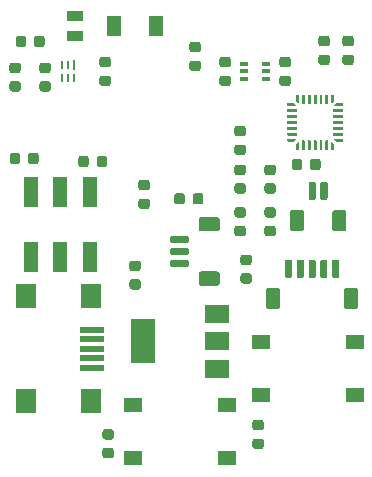
<source format=gbr>
G04 #@! TF.GenerationSoftware,KiCad,Pcbnew,5.1.2-f72e74a~84~ubuntu18.04.1*
G04 #@! TF.CreationDate,2019-05-19T10:24:28+02:00*
G04 #@! TF.ProjectId,lowpower,6c6f7770-6f77-4657-922e-6b696361645f,rev?*
G04 #@! TF.SameCoordinates,Original*
G04 #@! TF.FileFunction,Paste,Top*
G04 #@! TF.FilePolarity,Positive*
%FSLAX46Y46*%
G04 Gerber Fmt 4.6, Leading zero omitted, Abs format (unit mm)*
G04 Created by KiCad (PCBNEW 5.1.2-f72e74a~84~ubuntu18.04.1) date 2019-05-19 10:24:28*
%MOMM*%
%LPD*%
G04 APERTURE LIST*
%ADD10C,0.100000*%
%ADD11C,0.875000*%
%ADD12R,1.300000X1.700000*%
%ADD13C,1.200000*%
%ADD14C,0.600000*%
%ADD15R,1.450000X0.900000*%
%ADD16R,1.200000X2.500000*%
%ADD17R,0.650000X0.400000*%
%ADD18R,1.550000X1.300000*%
%ADD19R,2.000000X0.500000*%
%ADD20R,1.700000X2.000000*%
%ADD21C,0.143934*%
%ADD22C,0.250000*%
%ADD23R,0.280000X0.850000*%
%ADD24R,0.280000X0.750000*%
%ADD25R,2.000000X3.800000*%
%ADD26R,2.000000X1.500000*%
G04 APERTURE END LIST*
D10*
G36*
X81557691Y-63343053D02*
G01*
X81578926Y-63346203D01*
X81599750Y-63351419D01*
X81619962Y-63358651D01*
X81639368Y-63367830D01*
X81657781Y-63378866D01*
X81675024Y-63391654D01*
X81690930Y-63406070D01*
X81705346Y-63421976D01*
X81718134Y-63439219D01*
X81729170Y-63457632D01*
X81738349Y-63477038D01*
X81745581Y-63497250D01*
X81750797Y-63518074D01*
X81753947Y-63539309D01*
X81755000Y-63560750D01*
X81755000Y-63998250D01*
X81753947Y-64019691D01*
X81750797Y-64040926D01*
X81745581Y-64061750D01*
X81738349Y-64081962D01*
X81729170Y-64101368D01*
X81718134Y-64119781D01*
X81705346Y-64137024D01*
X81690930Y-64152930D01*
X81675024Y-64167346D01*
X81657781Y-64180134D01*
X81639368Y-64191170D01*
X81619962Y-64200349D01*
X81599750Y-64207581D01*
X81578926Y-64212797D01*
X81557691Y-64215947D01*
X81536250Y-64217000D01*
X81023750Y-64217000D01*
X81002309Y-64215947D01*
X80981074Y-64212797D01*
X80960250Y-64207581D01*
X80940038Y-64200349D01*
X80920632Y-64191170D01*
X80902219Y-64180134D01*
X80884976Y-64167346D01*
X80869070Y-64152930D01*
X80854654Y-64137024D01*
X80841866Y-64119781D01*
X80830830Y-64101368D01*
X80821651Y-64081962D01*
X80814419Y-64061750D01*
X80809203Y-64040926D01*
X80806053Y-64019691D01*
X80805000Y-63998250D01*
X80805000Y-63560750D01*
X80806053Y-63539309D01*
X80809203Y-63518074D01*
X80814419Y-63497250D01*
X80821651Y-63477038D01*
X80830830Y-63457632D01*
X80841866Y-63439219D01*
X80854654Y-63421976D01*
X80869070Y-63406070D01*
X80884976Y-63391654D01*
X80902219Y-63378866D01*
X80920632Y-63367830D01*
X80940038Y-63358651D01*
X80960250Y-63351419D01*
X80981074Y-63346203D01*
X81002309Y-63343053D01*
X81023750Y-63342000D01*
X81536250Y-63342000D01*
X81557691Y-63343053D01*
X81557691Y-63343053D01*
G37*
D11*
X81280000Y-63779500D03*
D10*
G36*
X81557691Y-61768053D02*
G01*
X81578926Y-61771203D01*
X81599750Y-61776419D01*
X81619962Y-61783651D01*
X81639368Y-61792830D01*
X81657781Y-61803866D01*
X81675024Y-61816654D01*
X81690930Y-61831070D01*
X81705346Y-61846976D01*
X81718134Y-61864219D01*
X81729170Y-61882632D01*
X81738349Y-61902038D01*
X81745581Y-61922250D01*
X81750797Y-61943074D01*
X81753947Y-61964309D01*
X81755000Y-61985750D01*
X81755000Y-62423250D01*
X81753947Y-62444691D01*
X81750797Y-62465926D01*
X81745581Y-62486750D01*
X81738349Y-62506962D01*
X81729170Y-62526368D01*
X81718134Y-62544781D01*
X81705346Y-62562024D01*
X81690930Y-62577930D01*
X81675024Y-62592346D01*
X81657781Y-62605134D01*
X81639368Y-62616170D01*
X81619962Y-62625349D01*
X81599750Y-62632581D01*
X81578926Y-62637797D01*
X81557691Y-62640947D01*
X81536250Y-62642000D01*
X81023750Y-62642000D01*
X81002309Y-62640947D01*
X80981074Y-62637797D01*
X80960250Y-62632581D01*
X80940038Y-62625349D01*
X80920632Y-62616170D01*
X80902219Y-62605134D01*
X80884976Y-62592346D01*
X80869070Y-62577930D01*
X80854654Y-62562024D01*
X80841866Y-62544781D01*
X80830830Y-62526368D01*
X80821651Y-62506962D01*
X80814419Y-62486750D01*
X80809203Y-62465926D01*
X80806053Y-62444691D01*
X80805000Y-62423250D01*
X80805000Y-61985750D01*
X80806053Y-61964309D01*
X80809203Y-61943074D01*
X80814419Y-61922250D01*
X80821651Y-61902038D01*
X80830830Y-61882632D01*
X80841866Y-61864219D01*
X80854654Y-61846976D01*
X80869070Y-61831070D01*
X80884976Y-61816654D01*
X80902219Y-61803866D01*
X80920632Y-61792830D01*
X80940038Y-61783651D01*
X80960250Y-61776419D01*
X80981074Y-61771203D01*
X81002309Y-61768053D01*
X81023750Y-61767000D01*
X81536250Y-61767000D01*
X81557691Y-61768053D01*
X81557691Y-61768053D01*
G37*
D11*
X81280000Y-62204500D03*
D10*
G36*
X82065691Y-72664553D02*
G01*
X82086926Y-72667703D01*
X82107750Y-72672919D01*
X82127962Y-72680151D01*
X82147368Y-72689330D01*
X82165781Y-72700366D01*
X82183024Y-72713154D01*
X82198930Y-72727570D01*
X82213346Y-72743476D01*
X82226134Y-72760719D01*
X82237170Y-72779132D01*
X82246349Y-72798538D01*
X82253581Y-72818750D01*
X82258797Y-72839574D01*
X82261947Y-72860809D01*
X82263000Y-72882250D01*
X82263000Y-73319750D01*
X82261947Y-73341191D01*
X82258797Y-73362426D01*
X82253581Y-73383250D01*
X82246349Y-73403462D01*
X82237170Y-73422868D01*
X82226134Y-73441281D01*
X82213346Y-73458524D01*
X82198930Y-73474430D01*
X82183024Y-73488846D01*
X82165781Y-73501634D01*
X82147368Y-73512670D01*
X82127962Y-73521849D01*
X82107750Y-73529081D01*
X82086926Y-73534297D01*
X82065691Y-73537447D01*
X82044250Y-73538500D01*
X81531750Y-73538500D01*
X81510309Y-73537447D01*
X81489074Y-73534297D01*
X81468250Y-73529081D01*
X81448038Y-73521849D01*
X81428632Y-73512670D01*
X81410219Y-73501634D01*
X81392976Y-73488846D01*
X81377070Y-73474430D01*
X81362654Y-73458524D01*
X81349866Y-73441281D01*
X81338830Y-73422868D01*
X81329651Y-73403462D01*
X81322419Y-73383250D01*
X81317203Y-73362426D01*
X81314053Y-73341191D01*
X81313000Y-73319750D01*
X81313000Y-72882250D01*
X81314053Y-72860809D01*
X81317203Y-72839574D01*
X81322419Y-72818750D01*
X81329651Y-72798538D01*
X81338830Y-72779132D01*
X81349866Y-72760719D01*
X81362654Y-72743476D01*
X81377070Y-72727570D01*
X81392976Y-72713154D01*
X81410219Y-72700366D01*
X81428632Y-72689330D01*
X81448038Y-72680151D01*
X81468250Y-72672919D01*
X81489074Y-72667703D01*
X81510309Y-72664553D01*
X81531750Y-72663500D01*
X82044250Y-72663500D01*
X82065691Y-72664553D01*
X82065691Y-72664553D01*
G37*
D11*
X81788000Y-73101000D03*
D10*
G36*
X82065691Y-74239553D02*
G01*
X82086926Y-74242703D01*
X82107750Y-74247919D01*
X82127962Y-74255151D01*
X82147368Y-74264330D01*
X82165781Y-74275366D01*
X82183024Y-74288154D01*
X82198930Y-74302570D01*
X82213346Y-74318476D01*
X82226134Y-74335719D01*
X82237170Y-74354132D01*
X82246349Y-74373538D01*
X82253581Y-74393750D01*
X82258797Y-74414574D01*
X82261947Y-74435809D01*
X82263000Y-74457250D01*
X82263000Y-74894750D01*
X82261947Y-74916191D01*
X82258797Y-74937426D01*
X82253581Y-74958250D01*
X82246349Y-74978462D01*
X82237170Y-74997868D01*
X82226134Y-75016281D01*
X82213346Y-75033524D01*
X82198930Y-75049430D01*
X82183024Y-75063846D01*
X82165781Y-75076634D01*
X82147368Y-75087670D01*
X82127962Y-75096849D01*
X82107750Y-75104081D01*
X82086926Y-75109297D01*
X82065691Y-75112447D01*
X82044250Y-75113500D01*
X81531750Y-75113500D01*
X81510309Y-75112447D01*
X81489074Y-75109297D01*
X81468250Y-75104081D01*
X81448038Y-75096849D01*
X81428632Y-75087670D01*
X81410219Y-75076634D01*
X81392976Y-75063846D01*
X81377070Y-75049430D01*
X81362654Y-75033524D01*
X81349866Y-75016281D01*
X81338830Y-74997868D01*
X81329651Y-74978462D01*
X81322419Y-74958250D01*
X81317203Y-74937426D01*
X81314053Y-74916191D01*
X81313000Y-74894750D01*
X81313000Y-74457250D01*
X81314053Y-74435809D01*
X81317203Y-74414574D01*
X81322419Y-74393750D01*
X81329651Y-74373538D01*
X81338830Y-74354132D01*
X81349866Y-74335719D01*
X81362654Y-74318476D01*
X81377070Y-74302570D01*
X81392976Y-74288154D01*
X81410219Y-74275366D01*
X81428632Y-74264330D01*
X81448038Y-74255151D01*
X81468250Y-74247919D01*
X81489074Y-74242703D01*
X81510309Y-74239553D01*
X81531750Y-74238500D01*
X82044250Y-74238500D01*
X82065691Y-74239553D01*
X82065691Y-74239553D01*
G37*
D11*
X81788000Y-74676000D03*
D10*
G36*
X70381691Y-87447553D02*
G01*
X70402926Y-87450703D01*
X70423750Y-87455919D01*
X70443962Y-87463151D01*
X70463368Y-87472330D01*
X70481781Y-87483366D01*
X70499024Y-87496154D01*
X70514930Y-87510570D01*
X70529346Y-87526476D01*
X70542134Y-87543719D01*
X70553170Y-87562132D01*
X70562349Y-87581538D01*
X70569581Y-87601750D01*
X70574797Y-87622574D01*
X70577947Y-87643809D01*
X70579000Y-87665250D01*
X70579000Y-88102750D01*
X70577947Y-88124191D01*
X70574797Y-88145426D01*
X70569581Y-88166250D01*
X70562349Y-88186462D01*
X70553170Y-88205868D01*
X70542134Y-88224281D01*
X70529346Y-88241524D01*
X70514930Y-88257430D01*
X70499024Y-88271846D01*
X70481781Y-88284634D01*
X70463368Y-88295670D01*
X70443962Y-88304849D01*
X70423750Y-88312081D01*
X70402926Y-88317297D01*
X70381691Y-88320447D01*
X70360250Y-88321500D01*
X69847750Y-88321500D01*
X69826309Y-88320447D01*
X69805074Y-88317297D01*
X69784250Y-88312081D01*
X69764038Y-88304849D01*
X69744632Y-88295670D01*
X69726219Y-88284634D01*
X69708976Y-88271846D01*
X69693070Y-88257430D01*
X69678654Y-88241524D01*
X69665866Y-88224281D01*
X69654830Y-88205868D01*
X69645651Y-88186462D01*
X69638419Y-88166250D01*
X69633203Y-88145426D01*
X69630053Y-88124191D01*
X69629000Y-88102750D01*
X69629000Y-87665250D01*
X69630053Y-87643809D01*
X69633203Y-87622574D01*
X69638419Y-87601750D01*
X69645651Y-87581538D01*
X69654830Y-87562132D01*
X69665866Y-87543719D01*
X69678654Y-87526476D01*
X69693070Y-87510570D01*
X69708976Y-87496154D01*
X69726219Y-87483366D01*
X69744632Y-87472330D01*
X69764038Y-87463151D01*
X69784250Y-87455919D01*
X69805074Y-87450703D01*
X69826309Y-87447553D01*
X69847750Y-87446500D01*
X70360250Y-87446500D01*
X70381691Y-87447553D01*
X70381691Y-87447553D01*
G37*
D11*
X70104000Y-87884000D03*
D10*
G36*
X70381691Y-89022553D02*
G01*
X70402926Y-89025703D01*
X70423750Y-89030919D01*
X70443962Y-89038151D01*
X70463368Y-89047330D01*
X70481781Y-89058366D01*
X70499024Y-89071154D01*
X70514930Y-89085570D01*
X70529346Y-89101476D01*
X70542134Y-89118719D01*
X70553170Y-89137132D01*
X70562349Y-89156538D01*
X70569581Y-89176750D01*
X70574797Y-89197574D01*
X70577947Y-89218809D01*
X70579000Y-89240250D01*
X70579000Y-89677750D01*
X70577947Y-89699191D01*
X70574797Y-89720426D01*
X70569581Y-89741250D01*
X70562349Y-89761462D01*
X70553170Y-89780868D01*
X70542134Y-89799281D01*
X70529346Y-89816524D01*
X70514930Y-89832430D01*
X70499024Y-89846846D01*
X70481781Y-89859634D01*
X70463368Y-89870670D01*
X70443962Y-89879849D01*
X70423750Y-89887081D01*
X70402926Y-89892297D01*
X70381691Y-89895447D01*
X70360250Y-89896500D01*
X69847750Y-89896500D01*
X69826309Y-89895447D01*
X69805074Y-89892297D01*
X69784250Y-89887081D01*
X69764038Y-89879849D01*
X69744632Y-89870670D01*
X69726219Y-89859634D01*
X69708976Y-89846846D01*
X69693070Y-89832430D01*
X69678654Y-89816524D01*
X69665866Y-89799281D01*
X69654830Y-89780868D01*
X69645651Y-89761462D01*
X69638419Y-89741250D01*
X69633203Y-89720426D01*
X69630053Y-89699191D01*
X69629000Y-89677750D01*
X69629000Y-89240250D01*
X69630053Y-89218809D01*
X69633203Y-89197574D01*
X69638419Y-89176750D01*
X69645651Y-89156538D01*
X69654830Y-89137132D01*
X69665866Y-89118719D01*
X69678654Y-89101476D01*
X69693070Y-89085570D01*
X69708976Y-89071154D01*
X69726219Y-89058366D01*
X69744632Y-89047330D01*
X69764038Y-89038151D01*
X69784250Y-89030919D01*
X69805074Y-89025703D01*
X69826309Y-89022553D01*
X69847750Y-89021500D01*
X70360250Y-89021500D01*
X70381691Y-89022553D01*
X70381691Y-89022553D01*
G37*
D11*
X70104000Y-89459000D03*
D10*
G36*
X83081691Y-86660053D02*
G01*
X83102926Y-86663203D01*
X83123750Y-86668419D01*
X83143962Y-86675651D01*
X83163368Y-86684830D01*
X83181781Y-86695866D01*
X83199024Y-86708654D01*
X83214930Y-86723070D01*
X83229346Y-86738976D01*
X83242134Y-86756219D01*
X83253170Y-86774632D01*
X83262349Y-86794038D01*
X83269581Y-86814250D01*
X83274797Y-86835074D01*
X83277947Y-86856309D01*
X83279000Y-86877750D01*
X83279000Y-87315250D01*
X83277947Y-87336691D01*
X83274797Y-87357926D01*
X83269581Y-87378750D01*
X83262349Y-87398962D01*
X83253170Y-87418368D01*
X83242134Y-87436781D01*
X83229346Y-87454024D01*
X83214930Y-87469930D01*
X83199024Y-87484346D01*
X83181781Y-87497134D01*
X83163368Y-87508170D01*
X83143962Y-87517349D01*
X83123750Y-87524581D01*
X83102926Y-87529797D01*
X83081691Y-87532947D01*
X83060250Y-87534000D01*
X82547750Y-87534000D01*
X82526309Y-87532947D01*
X82505074Y-87529797D01*
X82484250Y-87524581D01*
X82464038Y-87517349D01*
X82444632Y-87508170D01*
X82426219Y-87497134D01*
X82408976Y-87484346D01*
X82393070Y-87469930D01*
X82378654Y-87454024D01*
X82365866Y-87436781D01*
X82354830Y-87418368D01*
X82345651Y-87398962D01*
X82338419Y-87378750D01*
X82333203Y-87357926D01*
X82330053Y-87336691D01*
X82329000Y-87315250D01*
X82329000Y-86877750D01*
X82330053Y-86856309D01*
X82333203Y-86835074D01*
X82338419Y-86814250D01*
X82345651Y-86794038D01*
X82354830Y-86774632D01*
X82365866Y-86756219D01*
X82378654Y-86738976D01*
X82393070Y-86723070D01*
X82408976Y-86708654D01*
X82426219Y-86695866D01*
X82444632Y-86684830D01*
X82464038Y-86675651D01*
X82484250Y-86668419D01*
X82505074Y-86663203D01*
X82526309Y-86660053D01*
X82547750Y-86659000D01*
X83060250Y-86659000D01*
X83081691Y-86660053D01*
X83081691Y-86660053D01*
G37*
D11*
X82804000Y-87096500D03*
D10*
G36*
X83081691Y-88235053D02*
G01*
X83102926Y-88238203D01*
X83123750Y-88243419D01*
X83143962Y-88250651D01*
X83163368Y-88259830D01*
X83181781Y-88270866D01*
X83199024Y-88283654D01*
X83214930Y-88298070D01*
X83229346Y-88313976D01*
X83242134Y-88331219D01*
X83253170Y-88349632D01*
X83262349Y-88369038D01*
X83269581Y-88389250D01*
X83274797Y-88410074D01*
X83277947Y-88431309D01*
X83279000Y-88452750D01*
X83279000Y-88890250D01*
X83277947Y-88911691D01*
X83274797Y-88932926D01*
X83269581Y-88953750D01*
X83262349Y-88973962D01*
X83253170Y-88993368D01*
X83242134Y-89011781D01*
X83229346Y-89029024D01*
X83214930Y-89044930D01*
X83199024Y-89059346D01*
X83181781Y-89072134D01*
X83163368Y-89083170D01*
X83143962Y-89092349D01*
X83123750Y-89099581D01*
X83102926Y-89104797D01*
X83081691Y-89107947D01*
X83060250Y-89109000D01*
X82547750Y-89109000D01*
X82526309Y-89107947D01*
X82505074Y-89104797D01*
X82484250Y-89099581D01*
X82464038Y-89092349D01*
X82444632Y-89083170D01*
X82426219Y-89072134D01*
X82408976Y-89059346D01*
X82393070Y-89044930D01*
X82378654Y-89029024D01*
X82365866Y-89011781D01*
X82354830Y-88993368D01*
X82345651Y-88973962D01*
X82338419Y-88953750D01*
X82333203Y-88932926D01*
X82330053Y-88911691D01*
X82329000Y-88890250D01*
X82329000Y-88452750D01*
X82330053Y-88431309D01*
X82333203Y-88410074D01*
X82338419Y-88389250D01*
X82345651Y-88369038D01*
X82354830Y-88349632D01*
X82365866Y-88331219D01*
X82378654Y-88313976D01*
X82393070Y-88298070D01*
X82408976Y-88283654D01*
X82426219Y-88270866D01*
X82444632Y-88259830D01*
X82464038Y-88250651D01*
X82484250Y-88243419D01*
X82505074Y-88238203D01*
X82526309Y-88235053D01*
X82547750Y-88234000D01*
X83060250Y-88234000D01*
X83081691Y-88235053D01*
X83081691Y-88235053D01*
G37*
D11*
X82804000Y-88671500D03*
D12*
X70640000Y-53340000D03*
X74140000Y-53340000D03*
D10*
G36*
X77964191Y-67471053D02*
G01*
X77985426Y-67474203D01*
X78006250Y-67479419D01*
X78026462Y-67486651D01*
X78045868Y-67495830D01*
X78064281Y-67506866D01*
X78081524Y-67519654D01*
X78097430Y-67534070D01*
X78111846Y-67549976D01*
X78124634Y-67567219D01*
X78135670Y-67585632D01*
X78144849Y-67605038D01*
X78152081Y-67625250D01*
X78157297Y-67646074D01*
X78160447Y-67667309D01*
X78161500Y-67688750D01*
X78161500Y-68201250D01*
X78160447Y-68222691D01*
X78157297Y-68243926D01*
X78152081Y-68264750D01*
X78144849Y-68284962D01*
X78135670Y-68304368D01*
X78124634Y-68322781D01*
X78111846Y-68340024D01*
X78097430Y-68355930D01*
X78081524Y-68370346D01*
X78064281Y-68383134D01*
X78045868Y-68394170D01*
X78026462Y-68403349D01*
X78006250Y-68410581D01*
X77985426Y-68415797D01*
X77964191Y-68418947D01*
X77942750Y-68420000D01*
X77505250Y-68420000D01*
X77483809Y-68418947D01*
X77462574Y-68415797D01*
X77441750Y-68410581D01*
X77421538Y-68403349D01*
X77402132Y-68394170D01*
X77383719Y-68383134D01*
X77366476Y-68370346D01*
X77350570Y-68355930D01*
X77336154Y-68340024D01*
X77323366Y-68322781D01*
X77312330Y-68304368D01*
X77303151Y-68284962D01*
X77295919Y-68264750D01*
X77290703Y-68243926D01*
X77287553Y-68222691D01*
X77286500Y-68201250D01*
X77286500Y-67688750D01*
X77287553Y-67667309D01*
X77290703Y-67646074D01*
X77295919Y-67625250D01*
X77303151Y-67605038D01*
X77312330Y-67585632D01*
X77323366Y-67567219D01*
X77336154Y-67549976D01*
X77350570Y-67534070D01*
X77366476Y-67519654D01*
X77383719Y-67506866D01*
X77402132Y-67495830D01*
X77421538Y-67486651D01*
X77441750Y-67479419D01*
X77462574Y-67474203D01*
X77483809Y-67471053D01*
X77505250Y-67470000D01*
X77942750Y-67470000D01*
X77964191Y-67471053D01*
X77964191Y-67471053D01*
G37*
D11*
X77724000Y-67945000D03*
D10*
G36*
X76389191Y-67471053D02*
G01*
X76410426Y-67474203D01*
X76431250Y-67479419D01*
X76451462Y-67486651D01*
X76470868Y-67495830D01*
X76489281Y-67506866D01*
X76506524Y-67519654D01*
X76522430Y-67534070D01*
X76536846Y-67549976D01*
X76549634Y-67567219D01*
X76560670Y-67585632D01*
X76569849Y-67605038D01*
X76577081Y-67625250D01*
X76582297Y-67646074D01*
X76585447Y-67667309D01*
X76586500Y-67688750D01*
X76586500Y-68201250D01*
X76585447Y-68222691D01*
X76582297Y-68243926D01*
X76577081Y-68264750D01*
X76569849Y-68284962D01*
X76560670Y-68304368D01*
X76549634Y-68322781D01*
X76536846Y-68340024D01*
X76522430Y-68355930D01*
X76506524Y-68370346D01*
X76489281Y-68383134D01*
X76470868Y-68394170D01*
X76451462Y-68403349D01*
X76431250Y-68410581D01*
X76410426Y-68415797D01*
X76389191Y-68418947D01*
X76367750Y-68420000D01*
X75930250Y-68420000D01*
X75908809Y-68418947D01*
X75887574Y-68415797D01*
X75866750Y-68410581D01*
X75846538Y-68403349D01*
X75827132Y-68394170D01*
X75808719Y-68383134D01*
X75791476Y-68370346D01*
X75775570Y-68355930D01*
X75761154Y-68340024D01*
X75748366Y-68322781D01*
X75737330Y-68304368D01*
X75728151Y-68284962D01*
X75720919Y-68264750D01*
X75715703Y-68243926D01*
X75712553Y-68222691D01*
X75711500Y-68201250D01*
X75711500Y-67688750D01*
X75712553Y-67667309D01*
X75715703Y-67646074D01*
X75720919Y-67625250D01*
X75728151Y-67605038D01*
X75737330Y-67585632D01*
X75748366Y-67567219D01*
X75761154Y-67549976D01*
X75775570Y-67534070D01*
X75791476Y-67519654D01*
X75808719Y-67506866D01*
X75827132Y-67495830D01*
X75846538Y-67486651D01*
X75866750Y-67479419D01*
X75887574Y-67474203D01*
X75908809Y-67471053D01*
X75930250Y-67470000D01*
X76367750Y-67470000D01*
X76389191Y-67471053D01*
X76389191Y-67471053D01*
G37*
D11*
X76149000Y-67945000D03*
D10*
G36*
X73429691Y-66340053D02*
G01*
X73450926Y-66343203D01*
X73471750Y-66348419D01*
X73491962Y-66355651D01*
X73511368Y-66364830D01*
X73529781Y-66375866D01*
X73547024Y-66388654D01*
X73562930Y-66403070D01*
X73577346Y-66418976D01*
X73590134Y-66436219D01*
X73601170Y-66454632D01*
X73610349Y-66474038D01*
X73617581Y-66494250D01*
X73622797Y-66515074D01*
X73625947Y-66536309D01*
X73627000Y-66557750D01*
X73627000Y-66995250D01*
X73625947Y-67016691D01*
X73622797Y-67037926D01*
X73617581Y-67058750D01*
X73610349Y-67078962D01*
X73601170Y-67098368D01*
X73590134Y-67116781D01*
X73577346Y-67134024D01*
X73562930Y-67149930D01*
X73547024Y-67164346D01*
X73529781Y-67177134D01*
X73511368Y-67188170D01*
X73491962Y-67197349D01*
X73471750Y-67204581D01*
X73450926Y-67209797D01*
X73429691Y-67212947D01*
X73408250Y-67214000D01*
X72895750Y-67214000D01*
X72874309Y-67212947D01*
X72853074Y-67209797D01*
X72832250Y-67204581D01*
X72812038Y-67197349D01*
X72792632Y-67188170D01*
X72774219Y-67177134D01*
X72756976Y-67164346D01*
X72741070Y-67149930D01*
X72726654Y-67134024D01*
X72713866Y-67116781D01*
X72702830Y-67098368D01*
X72693651Y-67078962D01*
X72686419Y-67058750D01*
X72681203Y-67037926D01*
X72678053Y-67016691D01*
X72677000Y-66995250D01*
X72677000Y-66557750D01*
X72678053Y-66536309D01*
X72681203Y-66515074D01*
X72686419Y-66494250D01*
X72693651Y-66474038D01*
X72702830Y-66454632D01*
X72713866Y-66436219D01*
X72726654Y-66418976D01*
X72741070Y-66403070D01*
X72756976Y-66388654D01*
X72774219Y-66375866D01*
X72792632Y-66364830D01*
X72812038Y-66355651D01*
X72832250Y-66348419D01*
X72853074Y-66343203D01*
X72874309Y-66340053D01*
X72895750Y-66339000D01*
X73408250Y-66339000D01*
X73429691Y-66340053D01*
X73429691Y-66340053D01*
G37*
D11*
X73152000Y-66776500D03*
D10*
G36*
X73429691Y-67915053D02*
G01*
X73450926Y-67918203D01*
X73471750Y-67923419D01*
X73491962Y-67930651D01*
X73511368Y-67939830D01*
X73529781Y-67950866D01*
X73547024Y-67963654D01*
X73562930Y-67978070D01*
X73577346Y-67993976D01*
X73590134Y-68011219D01*
X73601170Y-68029632D01*
X73610349Y-68049038D01*
X73617581Y-68069250D01*
X73622797Y-68090074D01*
X73625947Y-68111309D01*
X73627000Y-68132750D01*
X73627000Y-68570250D01*
X73625947Y-68591691D01*
X73622797Y-68612926D01*
X73617581Y-68633750D01*
X73610349Y-68653962D01*
X73601170Y-68673368D01*
X73590134Y-68691781D01*
X73577346Y-68709024D01*
X73562930Y-68724930D01*
X73547024Y-68739346D01*
X73529781Y-68752134D01*
X73511368Y-68763170D01*
X73491962Y-68772349D01*
X73471750Y-68779581D01*
X73450926Y-68784797D01*
X73429691Y-68787947D01*
X73408250Y-68789000D01*
X72895750Y-68789000D01*
X72874309Y-68787947D01*
X72853074Y-68784797D01*
X72832250Y-68779581D01*
X72812038Y-68772349D01*
X72792632Y-68763170D01*
X72774219Y-68752134D01*
X72756976Y-68739346D01*
X72741070Y-68724930D01*
X72726654Y-68709024D01*
X72713866Y-68691781D01*
X72702830Y-68673368D01*
X72693651Y-68653962D01*
X72686419Y-68633750D01*
X72681203Y-68612926D01*
X72678053Y-68591691D01*
X72677000Y-68570250D01*
X72677000Y-68132750D01*
X72678053Y-68111309D01*
X72681203Y-68090074D01*
X72686419Y-68069250D01*
X72693651Y-68049038D01*
X72702830Y-68029632D01*
X72713866Y-68011219D01*
X72726654Y-67993976D01*
X72741070Y-67978070D01*
X72756976Y-67963654D01*
X72774219Y-67950866D01*
X72792632Y-67939830D01*
X72812038Y-67930651D01*
X72832250Y-67923419D01*
X72853074Y-67918203D01*
X72874309Y-67915053D01*
X72895750Y-67914000D01*
X73408250Y-67914000D01*
X73429691Y-67915053D01*
X73429691Y-67915053D01*
G37*
D11*
X73152000Y-68351500D03*
D10*
G36*
X72667691Y-74747553D02*
G01*
X72688926Y-74750703D01*
X72709750Y-74755919D01*
X72729962Y-74763151D01*
X72749368Y-74772330D01*
X72767781Y-74783366D01*
X72785024Y-74796154D01*
X72800930Y-74810570D01*
X72815346Y-74826476D01*
X72828134Y-74843719D01*
X72839170Y-74862132D01*
X72848349Y-74881538D01*
X72855581Y-74901750D01*
X72860797Y-74922574D01*
X72863947Y-74943809D01*
X72865000Y-74965250D01*
X72865000Y-75402750D01*
X72863947Y-75424191D01*
X72860797Y-75445426D01*
X72855581Y-75466250D01*
X72848349Y-75486462D01*
X72839170Y-75505868D01*
X72828134Y-75524281D01*
X72815346Y-75541524D01*
X72800930Y-75557430D01*
X72785024Y-75571846D01*
X72767781Y-75584634D01*
X72749368Y-75595670D01*
X72729962Y-75604849D01*
X72709750Y-75612081D01*
X72688926Y-75617297D01*
X72667691Y-75620447D01*
X72646250Y-75621500D01*
X72133750Y-75621500D01*
X72112309Y-75620447D01*
X72091074Y-75617297D01*
X72070250Y-75612081D01*
X72050038Y-75604849D01*
X72030632Y-75595670D01*
X72012219Y-75584634D01*
X71994976Y-75571846D01*
X71979070Y-75557430D01*
X71964654Y-75541524D01*
X71951866Y-75524281D01*
X71940830Y-75505868D01*
X71931651Y-75486462D01*
X71924419Y-75466250D01*
X71919203Y-75445426D01*
X71916053Y-75424191D01*
X71915000Y-75402750D01*
X71915000Y-74965250D01*
X71916053Y-74943809D01*
X71919203Y-74922574D01*
X71924419Y-74901750D01*
X71931651Y-74881538D01*
X71940830Y-74862132D01*
X71951866Y-74843719D01*
X71964654Y-74826476D01*
X71979070Y-74810570D01*
X71994976Y-74796154D01*
X72012219Y-74783366D01*
X72030632Y-74772330D01*
X72050038Y-74763151D01*
X72070250Y-74755919D01*
X72091074Y-74750703D01*
X72112309Y-74747553D01*
X72133750Y-74746500D01*
X72646250Y-74746500D01*
X72667691Y-74747553D01*
X72667691Y-74747553D01*
G37*
D11*
X72390000Y-75184000D03*
D10*
G36*
X72667691Y-73172553D02*
G01*
X72688926Y-73175703D01*
X72709750Y-73180919D01*
X72729962Y-73188151D01*
X72749368Y-73197330D01*
X72767781Y-73208366D01*
X72785024Y-73221154D01*
X72800930Y-73235570D01*
X72815346Y-73251476D01*
X72828134Y-73268719D01*
X72839170Y-73287132D01*
X72848349Y-73306538D01*
X72855581Y-73326750D01*
X72860797Y-73347574D01*
X72863947Y-73368809D01*
X72865000Y-73390250D01*
X72865000Y-73827750D01*
X72863947Y-73849191D01*
X72860797Y-73870426D01*
X72855581Y-73891250D01*
X72848349Y-73911462D01*
X72839170Y-73930868D01*
X72828134Y-73949281D01*
X72815346Y-73966524D01*
X72800930Y-73982430D01*
X72785024Y-73996846D01*
X72767781Y-74009634D01*
X72749368Y-74020670D01*
X72729962Y-74029849D01*
X72709750Y-74037081D01*
X72688926Y-74042297D01*
X72667691Y-74045447D01*
X72646250Y-74046500D01*
X72133750Y-74046500D01*
X72112309Y-74045447D01*
X72091074Y-74042297D01*
X72070250Y-74037081D01*
X72050038Y-74029849D01*
X72030632Y-74020670D01*
X72012219Y-74009634D01*
X71994976Y-73996846D01*
X71979070Y-73982430D01*
X71964654Y-73966524D01*
X71951866Y-73949281D01*
X71940830Y-73930868D01*
X71931651Y-73911462D01*
X71924419Y-73891250D01*
X71919203Y-73870426D01*
X71916053Y-73849191D01*
X71915000Y-73827750D01*
X71915000Y-73390250D01*
X71916053Y-73368809D01*
X71919203Y-73347574D01*
X71924419Y-73326750D01*
X71931651Y-73306538D01*
X71940830Y-73287132D01*
X71951866Y-73268719D01*
X71964654Y-73251476D01*
X71979070Y-73235570D01*
X71994976Y-73221154D01*
X72012219Y-73208366D01*
X72030632Y-73197330D01*
X72050038Y-73188151D01*
X72070250Y-73180919D01*
X72091074Y-73175703D01*
X72112309Y-73172553D01*
X72133750Y-73171500D01*
X72646250Y-73171500D01*
X72667691Y-73172553D01*
X72667691Y-73172553D01*
G37*
D11*
X72390000Y-73609000D03*
D10*
G36*
X86458505Y-68881204D02*
G01*
X86482773Y-68884804D01*
X86506572Y-68890765D01*
X86529671Y-68899030D01*
X86551850Y-68909520D01*
X86572893Y-68922132D01*
X86592599Y-68936747D01*
X86610777Y-68953223D01*
X86627253Y-68971401D01*
X86641868Y-68991107D01*
X86654480Y-69012150D01*
X86664970Y-69034329D01*
X86673235Y-69057428D01*
X86679196Y-69081227D01*
X86682796Y-69105495D01*
X86684000Y-69129999D01*
X86684000Y-70430001D01*
X86682796Y-70454505D01*
X86679196Y-70478773D01*
X86673235Y-70502572D01*
X86664970Y-70525671D01*
X86654480Y-70547850D01*
X86641868Y-70568893D01*
X86627253Y-70588599D01*
X86610777Y-70606777D01*
X86592599Y-70623253D01*
X86572893Y-70637868D01*
X86551850Y-70650480D01*
X86529671Y-70660970D01*
X86506572Y-70669235D01*
X86482773Y-70675196D01*
X86458505Y-70678796D01*
X86434001Y-70680000D01*
X85733999Y-70680000D01*
X85709495Y-70678796D01*
X85685227Y-70675196D01*
X85661428Y-70669235D01*
X85638329Y-70660970D01*
X85616150Y-70650480D01*
X85595107Y-70637868D01*
X85575401Y-70623253D01*
X85557223Y-70606777D01*
X85540747Y-70588599D01*
X85526132Y-70568893D01*
X85513520Y-70547850D01*
X85503030Y-70525671D01*
X85494765Y-70502572D01*
X85488804Y-70478773D01*
X85485204Y-70454505D01*
X85484000Y-70430001D01*
X85484000Y-69129999D01*
X85485204Y-69105495D01*
X85488804Y-69081227D01*
X85494765Y-69057428D01*
X85503030Y-69034329D01*
X85513520Y-69012150D01*
X85526132Y-68991107D01*
X85540747Y-68971401D01*
X85557223Y-68953223D01*
X85575401Y-68936747D01*
X85595107Y-68922132D01*
X85616150Y-68909520D01*
X85638329Y-68899030D01*
X85661428Y-68890765D01*
X85685227Y-68884804D01*
X85709495Y-68881204D01*
X85733999Y-68880000D01*
X86434001Y-68880000D01*
X86458505Y-68881204D01*
X86458505Y-68881204D01*
G37*
D13*
X86084000Y-69780000D03*
D10*
G36*
X90058505Y-68881204D02*
G01*
X90082773Y-68884804D01*
X90106572Y-68890765D01*
X90129671Y-68899030D01*
X90151850Y-68909520D01*
X90172893Y-68922132D01*
X90192599Y-68936747D01*
X90210777Y-68953223D01*
X90227253Y-68971401D01*
X90241868Y-68991107D01*
X90254480Y-69012150D01*
X90264970Y-69034329D01*
X90273235Y-69057428D01*
X90279196Y-69081227D01*
X90282796Y-69105495D01*
X90284000Y-69129999D01*
X90284000Y-70430001D01*
X90282796Y-70454505D01*
X90279196Y-70478773D01*
X90273235Y-70502572D01*
X90264970Y-70525671D01*
X90254480Y-70547850D01*
X90241868Y-70568893D01*
X90227253Y-70588599D01*
X90210777Y-70606777D01*
X90192599Y-70623253D01*
X90172893Y-70637868D01*
X90151850Y-70650480D01*
X90129671Y-70660970D01*
X90106572Y-70669235D01*
X90082773Y-70675196D01*
X90058505Y-70678796D01*
X90034001Y-70680000D01*
X89333999Y-70680000D01*
X89309495Y-70678796D01*
X89285227Y-70675196D01*
X89261428Y-70669235D01*
X89238329Y-70660970D01*
X89216150Y-70650480D01*
X89195107Y-70637868D01*
X89175401Y-70623253D01*
X89157223Y-70606777D01*
X89140747Y-70588599D01*
X89126132Y-70568893D01*
X89113520Y-70547850D01*
X89103030Y-70525671D01*
X89094765Y-70502572D01*
X89088804Y-70478773D01*
X89085204Y-70454505D01*
X89084000Y-70430001D01*
X89084000Y-69129999D01*
X89085204Y-69105495D01*
X89088804Y-69081227D01*
X89094765Y-69057428D01*
X89103030Y-69034329D01*
X89113520Y-69012150D01*
X89126132Y-68991107D01*
X89140747Y-68971401D01*
X89157223Y-68953223D01*
X89175401Y-68936747D01*
X89195107Y-68922132D01*
X89216150Y-68909520D01*
X89238329Y-68899030D01*
X89261428Y-68890765D01*
X89285227Y-68884804D01*
X89309495Y-68881204D01*
X89333999Y-68880000D01*
X90034001Y-68880000D01*
X90058505Y-68881204D01*
X90058505Y-68881204D01*
G37*
D13*
X89684000Y-69780000D03*
D10*
G36*
X87548703Y-66480722D02*
G01*
X87563264Y-66482882D01*
X87577543Y-66486459D01*
X87591403Y-66491418D01*
X87604710Y-66497712D01*
X87617336Y-66505280D01*
X87629159Y-66514048D01*
X87640066Y-66523934D01*
X87649952Y-66534841D01*
X87658720Y-66546664D01*
X87666288Y-66559290D01*
X87672582Y-66572597D01*
X87677541Y-66586457D01*
X87681118Y-66600736D01*
X87683278Y-66615297D01*
X87684000Y-66630000D01*
X87684000Y-67880000D01*
X87683278Y-67894703D01*
X87681118Y-67909264D01*
X87677541Y-67923543D01*
X87672582Y-67937403D01*
X87666288Y-67950710D01*
X87658720Y-67963336D01*
X87649952Y-67975159D01*
X87640066Y-67986066D01*
X87629159Y-67995952D01*
X87617336Y-68004720D01*
X87604710Y-68012288D01*
X87591403Y-68018582D01*
X87577543Y-68023541D01*
X87563264Y-68027118D01*
X87548703Y-68029278D01*
X87534000Y-68030000D01*
X87234000Y-68030000D01*
X87219297Y-68029278D01*
X87204736Y-68027118D01*
X87190457Y-68023541D01*
X87176597Y-68018582D01*
X87163290Y-68012288D01*
X87150664Y-68004720D01*
X87138841Y-67995952D01*
X87127934Y-67986066D01*
X87118048Y-67975159D01*
X87109280Y-67963336D01*
X87101712Y-67950710D01*
X87095418Y-67937403D01*
X87090459Y-67923543D01*
X87086882Y-67909264D01*
X87084722Y-67894703D01*
X87084000Y-67880000D01*
X87084000Y-66630000D01*
X87084722Y-66615297D01*
X87086882Y-66600736D01*
X87090459Y-66586457D01*
X87095418Y-66572597D01*
X87101712Y-66559290D01*
X87109280Y-66546664D01*
X87118048Y-66534841D01*
X87127934Y-66523934D01*
X87138841Y-66514048D01*
X87150664Y-66505280D01*
X87163290Y-66497712D01*
X87176597Y-66491418D01*
X87190457Y-66486459D01*
X87204736Y-66482882D01*
X87219297Y-66480722D01*
X87234000Y-66480000D01*
X87534000Y-66480000D01*
X87548703Y-66480722D01*
X87548703Y-66480722D01*
G37*
D14*
X87384000Y-67255000D03*
D10*
G36*
X88548703Y-66480722D02*
G01*
X88563264Y-66482882D01*
X88577543Y-66486459D01*
X88591403Y-66491418D01*
X88604710Y-66497712D01*
X88617336Y-66505280D01*
X88629159Y-66514048D01*
X88640066Y-66523934D01*
X88649952Y-66534841D01*
X88658720Y-66546664D01*
X88666288Y-66559290D01*
X88672582Y-66572597D01*
X88677541Y-66586457D01*
X88681118Y-66600736D01*
X88683278Y-66615297D01*
X88684000Y-66630000D01*
X88684000Y-67880000D01*
X88683278Y-67894703D01*
X88681118Y-67909264D01*
X88677541Y-67923543D01*
X88672582Y-67937403D01*
X88666288Y-67950710D01*
X88658720Y-67963336D01*
X88649952Y-67975159D01*
X88640066Y-67986066D01*
X88629159Y-67995952D01*
X88617336Y-68004720D01*
X88604710Y-68012288D01*
X88591403Y-68018582D01*
X88577543Y-68023541D01*
X88563264Y-68027118D01*
X88548703Y-68029278D01*
X88534000Y-68030000D01*
X88234000Y-68030000D01*
X88219297Y-68029278D01*
X88204736Y-68027118D01*
X88190457Y-68023541D01*
X88176597Y-68018582D01*
X88163290Y-68012288D01*
X88150664Y-68004720D01*
X88138841Y-67995952D01*
X88127934Y-67986066D01*
X88118048Y-67975159D01*
X88109280Y-67963336D01*
X88101712Y-67950710D01*
X88095418Y-67937403D01*
X88090459Y-67923543D01*
X88086882Y-67909264D01*
X88084722Y-67894703D01*
X88084000Y-67880000D01*
X88084000Y-66630000D01*
X88084722Y-66615297D01*
X88086882Y-66600736D01*
X88090459Y-66586457D01*
X88095418Y-66572597D01*
X88101712Y-66559290D01*
X88109280Y-66546664D01*
X88118048Y-66534841D01*
X88127934Y-66523934D01*
X88138841Y-66514048D01*
X88150664Y-66505280D01*
X88163290Y-66497712D01*
X88176597Y-66491418D01*
X88190457Y-66486459D01*
X88204736Y-66482882D01*
X88219297Y-66480722D01*
X88234000Y-66480000D01*
X88534000Y-66480000D01*
X88548703Y-66480722D01*
X88548703Y-66480722D01*
G37*
D14*
X88384000Y-67255000D03*
D10*
G36*
X79344505Y-74091204D02*
G01*
X79368773Y-74094804D01*
X79392572Y-74100765D01*
X79415671Y-74109030D01*
X79437850Y-74119520D01*
X79458893Y-74132132D01*
X79478599Y-74146747D01*
X79496777Y-74163223D01*
X79513253Y-74181401D01*
X79527868Y-74201107D01*
X79540480Y-74222150D01*
X79550970Y-74244329D01*
X79559235Y-74267428D01*
X79565196Y-74291227D01*
X79568796Y-74315495D01*
X79570000Y-74339999D01*
X79570000Y-75040001D01*
X79568796Y-75064505D01*
X79565196Y-75088773D01*
X79559235Y-75112572D01*
X79550970Y-75135671D01*
X79540480Y-75157850D01*
X79527868Y-75178893D01*
X79513253Y-75198599D01*
X79496777Y-75216777D01*
X79478599Y-75233253D01*
X79458893Y-75247868D01*
X79437850Y-75260480D01*
X79415671Y-75270970D01*
X79392572Y-75279235D01*
X79368773Y-75285196D01*
X79344505Y-75288796D01*
X79320001Y-75290000D01*
X78019999Y-75290000D01*
X77995495Y-75288796D01*
X77971227Y-75285196D01*
X77947428Y-75279235D01*
X77924329Y-75270970D01*
X77902150Y-75260480D01*
X77881107Y-75247868D01*
X77861401Y-75233253D01*
X77843223Y-75216777D01*
X77826747Y-75198599D01*
X77812132Y-75178893D01*
X77799520Y-75157850D01*
X77789030Y-75135671D01*
X77780765Y-75112572D01*
X77774804Y-75088773D01*
X77771204Y-75064505D01*
X77770000Y-75040001D01*
X77770000Y-74339999D01*
X77771204Y-74315495D01*
X77774804Y-74291227D01*
X77780765Y-74267428D01*
X77789030Y-74244329D01*
X77799520Y-74222150D01*
X77812132Y-74201107D01*
X77826747Y-74181401D01*
X77843223Y-74163223D01*
X77861401Y-74146747D01*
X77881107Y-74132132D01*
X77902150Y-74119520D01*
X77924329Y-74109030D01*
X77947428Y-74100765D01*
X77971227Y-74094804D01*
X77995495Y-74091204D01*
X78019999Y-74090000D01*
X79320001Y-74090000D01*
X79344505Y-74091204D01*
X79344505Y-74091204D01*
G37*
D13*
X78670000Y-74690000D03*
D10*
G36*
X79344505Y-69491204D02*
G01*
X79368773Y-69494804D01*
X79392572Y-69500765D01*
X79415671Y-69509030D01*
X79437850Y-69519520D01*
X79458893Y-69532132D01*
X79478599Y-69546747D01*
X79496777Y-69563223D01*
X79513253Y-69581401D01*
X79527868Y-69601107D01*
X79540480Y-69622150D01*
X79550970Y-69644329D01*
X79559235Y-69667428D01*
X79565196Y-69691227D01*
X79568796Y-69715495D01*
X79570000Y-69739999D01*
X79570000Y-70440001D01*
X79568796Y-70464505D01*
X79565196Y-70488773D01*
X79559235Y-70512572D01*
X79550970Y-70535671D01*
X79540480Y-70557850D01*
X79527868Y-70578893D01*
X79513253Y-70598599D01*
X79496777Y-70616777D01*
X79478599Y-70633253D01*
X79458893Y-70647868D01*
X79437850Y-70660480D01*
X79415671Y-70670970D01*
X79392572Y-70679235D01*
X79368773Y-70685196D01*
X79344505Y-70688796D01*
X79320001Y-70690000D01*
X78019999Y-70690000D01*
X77995495Y-70688796D01*
X77971227Y-70685196D01*
X77947428Y-70679235D01*
X77924329Y-70670970D01*
X77902150Y-70660480D01*
X77881107Y-70647868D01*
X77861401Y-70633253D01*
X77843223Y-70616777D01*
X77826747Y-70598599D01*
X77812132Y-70578893D01*
X77799520Y-70557850D01*
X77789030Y-70535671D01*
X77780765Y-70512572D01*
X77774804Y-70488773D01*
X77771204Y-70464505D01*
X77770000Y-70440001D01*
X77770000Y-69739999D01*
X77771204Y-69715495D01*
X77774804Y-69691227D01*
X77780765Y-69667428D01*
X77789030Y-69644329D01*
X77799520Y-69622150D01*
X77812132Y-69601107D01*
X77826747Y-69581401D01*
X77843223Y-69563223D01*
X77861401Y-69546747D01*
X77881107Y-69532132D01*
X77902150Y-69519520D01*
X77924329Y-69509030D01*
X77947428Y-69500765D01*
X77971227Y-69494804D01*
X77995495Y-69491204D01*
X78019999Y-69490000D01*
X79320001Y-69490000D01*
X79344505Y-69491204D01*
X79344505Y-69491204D01*
G37*
D13*
X78670000Y-70090000D03*
D10*
G36*
X76784703Y-73090722D02*
G01*
X76799264Y-73092882D01*
X76813543Y-73096459D01*
X76827403Y-73101418D01*
X76840710Y-73107712D01*
X76853336Y-73115280D01*
X76865159Y-73124048D01*
X76876066Y-73133934D01*
X76885952Y-73144841D01*
X76894720Y-73156664D01*
X76902288Y-73169290D01*
X76908582Y-73182597D01*
X76913541Y-73196457D01*
X76917118Y-73210736D01*
X76919278Y-73225297D01*
X76920000Y-73240000D01*
X76920000Y-73540000D01*
X76919278Y-73554703D01*
X76917118Y-73569264D01*
X76913541Y-73583543D01*
X76908582Y-73597403D01*
X76902288Y-73610710D01*
X76894720Y-73623336D01*
X76885952Y-73635159D01*
X76876066Y-73646066D01*
X76865159Y-73655952D01*
X76853336Y-73664720D01*
X76840710Y-73672288D01*
X76827403Y-73678582D01*
X76813543Y-73683541D01*
X76799264Y-73687118D01*
X76784703Y-73689278D01*
X76770000Y-73690000D01*
X75520000Y-73690000D01*
X75505297Y-73689278D01*
X75490736Y-73687118D01*
X75476457Y-73683541D01*
X75462597Y-73678582D01*
X75449290Y-73672288D01*
X75436664Y-73664720D01*
X75424841Y-73655952D01*
X75413934Y-73646066D01*
X75404048Y-73635159D01*
X75395280Y-73623336D01*
X75387712Y-73610710D01*
X75381418Y-73597403D01*
X75376459Y-73583543D01*
X75372882Y-73569264D01*
X75370722Y-73554703D01*
X75370000Y-73540000D01*
X75370000Y-73240000D01*
X75370722Y-73225297D01*
X75372882Y-73210736D01*
X75376459Y-73196457D01*
X75381418Y-73182597D01*
X75387712Y-73169290D01*
X75395280Y-73156664D01*
X75404048Y-73144841D01*
X75413934Y-73133934D01*
X75424841Y-73124048D01*
X75436664Y-73115280D01*
X75449290Y-73107712D01*
X75462597Y-73101418D01*
X75476457Y-73096459D01*
X75490736Y-73092882D01*
X75505297Y-73090722D01*
X75520000Y-73090000D01*
X76770000Y-73090000D01*
X76784703Y-73090722D01*
X76784703Y-73090722D01*
G37*
D14*
X76145000Y-73390000D03*
D10*
G36*
X76784703Y-72090722D02*
G01*
X76799264Y-72092882D01*
X76813543Y-72096459D01*
X76827403Y-72101418D01*
X76840710Y-72107712D01*
X76853336Y-72115280D01*
X76865159Y-72124048D01*
X76876066Y-72133934D01*
X76885952Y-72144841D01*
X76894720Y-72156664D01*
X76902288Y-72169290D01*
X76908582Y-72182597D01*
X76913541Y-72196457D01*
X76917118Y-72210736D01*
X76919278Y-72225297D01*
X76920000Y-72240000D01*
X76920000Y-72540000D01*
X76919278Y-72554703D01*
X76917118Y-72569264D01*
X76913541Y-72583543D01*
X76908582Y-72597403D01*
X76902288Y-72610710D01*
X76894720Y-72623336D01*
X76885952Y-72635159D01*
X76876066Y-72646066D01*
X76865159Y-72655952D01*
X76853336Y-72664720D01*
X76840710Y-72672288D01*
X76827403Y-72678582D01*
X76813543Y-72683541D01*
X76799264Y-72687118D01*
X76784703Y-72689278D01*
X76770000Y-72690000D01*
X75520000Y-72690000D01*
X75505297Y-72689278D01*
X75490736Y-72687118D01*
X75476457Y-72683541D01*
X75462597Y-72678582D01*
X75449290Y-72672288D01*
X75436664Y-72664720D01*
X75424841Y-72655952D01*
X75413934Y-72646066D01*
X75404048Y-72635159D01*
X75395280Y-72623336D01*
X75387712Y-72610710D01*
X75381418Y-72597403D01*
X75376459Y-72583543D01*
X75372882Y-72569264D01*
X75370722Y-72554703D01*
X75370000Y-72540000D01*
X75370000Y-72240000D01*
X75370722Y-72225297D01*
X75372882Y-72210736D01*
X75376459Y-72196457D01*
X75381418Y-72182597D01*
X75387712Y-72169290D01*
X75395280Y-72156664D01*
X75404048Y-72144841D01*
X75413934Y-72133934D01*
X75424841Y-72124048D01*
X75436664Y-72115280D01*
X75449290Y-72107712D01*
X75462597Y-72101418D01*
X75476457Y-72096459D01*
X75490736Y-72092882D01*
X75505297Y-72090722D01*
X75520000Y-72090000D01*
X76770000Y-72090000D01*
X76784703Y-72090722D01*
X76784703Y-72090722D01*
G37*
D14*
X76145000Y-72390000D03*
D10*
G36*
X76784703Y-71090722D02*
G01*
X76799264Y-71092882D01*
X76813543Y-71096459D01*
X76827403Y-71101418D01*
X76840710Y-71107712D01*
X76853336Y-71115280D01*
X76865159Y-71124048D01*
X76876066Y-71133934D01*
X76885952Y-71144841D01*
X76894720Y-71156664D01*
X76902288Y-71169290D01*
X76908582Y-71182597D01*
X76913541Y-71196457D01*
X76917118Y-71210736D01*
X76919278Y-71225297D01*
X76920000Y-71240000D01*
X76920000Y-71540000D01*
X76919278Y-71554703D01*
X76917118Y-71569264D01*
X76913541Y-71583543D01*
X76908582Y-71597403D01*
X76902288Y-71610710D01*
X76894720Y-71623336D01*
X76885952Y-71635159D01*
X76876066Y-71646066D01*
X76865159Y-71655952D01*
X76853336Y-71664720D01*
X76840710Y-71672288D01*
X76827403Y-71678582D01*
X76813543Y-71683541D01*
X76799264Y-71687118D01*
X76784703Y-71689278D01*
X76770000Y-71690000D01*
X75520000Y-71690000D01*
X75505297Y-71689278D01*
X75490736Y-71687118D01*
X75476457Y-71683541D01*
X75462597Y-71678582D01*
X75449290Y-71672288D01*
X75436664Y-71664720D01*
X75424841Y-71655952D01*
X75413934Y-71646066D01*
X75404048Y-71635159D01*
X75395280Y-71623336D01*
X75387712Y-71610710D01*
X75381418Y-71597403D01*
X75376459Y-71583543D01*
X75372882Y-71569264D01*
X75370722Y-71554703D01*
X75370000Y-71540000D01*
X75370000Y-71240000D01*
X75370722Y-71225297D01*
X75372882Y-71210736D01*
X75376459Y-71196457D01*
X75381418Y-71182597D01*
X75387712Y-71169290D01*
X75395280Y-71156664D01*
X75404048Y-71144841D01*
X75413934Y-71133934D01*
X75424841Y-71124048D01*
X75436664Y-71115280D01*
X75449290Y-71107712D01*
X75462597Y-71101418D01*
X75476457Y-71096459D01*
X75490736Y-71092882D01*
X75505297Y-71090722D01*
X75520000Y-71090000D01*
X76770000Y-71090000D01*
X76784703Y-71090722D01*
X76784703Y-71090722D01*
G37*
D14*
X76145000Y-71390000D03*
D10*
G36*
X84450505Y-75485204D02*
G01*
X84474773Y-75488804D01*
X84498572Y-75494765D01*
X84521671Y-75503030D01*
X84543850Y-75513520D01*
X84564893Y-75526132D01*
X84584599Y-75540747D01*
X84602777Y-75557223D01*
X84619253Y-75575401D01*
X84633868Y-75595107D01*
X84646480Y-75616150D01*
X84656970Y-75638329D01*
X84665235Y-75661428D01*
X84671196Y-75685227D01*
X84674796Y-75709495D01*
X84676000Y-75733999D01*
X84676000Y-77034001D01*
X84674796Y-77058505D01*
X84671196Y-77082773D01*
X84665235Y-77106572D01*
X84656970Y-77129671D01*
X84646480Y-77151850D01*
X84633868Y-77172893D01*
X84619253Y-77192599D01*
X84602777Y-77210777D01*
X84584599Y-77227253D01*
X84564893Y-77241868D01*
X84543850Y-77254480D01*
X84521671Y-77264970D01*
X84498572Y-77273235D01*
X84474773Y-77279196D01*
X84450505Y-77282796D01*
X84426001Y-77284000D01*
X83725999Y-77284000D01*
X83701495Y-77282796D01*
X83677227Y-77279196D01*
X83653428Y-77273235D01*
X83630329Y-77264970D01*
X83608150Y-77254480D01*
X83587107Y-77241868D01*
X83567401Y-77227253D01*
X83549223Y-77210777D01*
X83532747Y-77192599D01*
X83518132Y-77172893D01*
X83505520Y-77151850D01*
X83495030Y-77129671D01*
X83486765Y-77106572D01*
X83480804Y-77082773D01*
X83477204Y-77058505D01*
X83476000Y-77034001D01*
X83476000Y-75733999D01*
X83477204Y-75709495D01*
X83480804Y-75685227D01*
X83486765Y-75661428D01*
X83495030Y-75638329D01*
X83505520Y-75616150D01*
X83518132Y-75595107D01*
X83532747Y-75575401D01*
X83549223Y-75557223D01*
X83567401Y-75540747D01*
X83587107Y-75526132D01*
X83608150Y-75513520D01*
X83630329Y-75503030D01*
X83653428Y-75494765D01*
X83677227Y-75488804D01*
X83701495Y-75485204D01*
X83725999Y-75484000D01*
X84426001Y-75484000D01*
X84450505Y-75485204D01*
X84450505Y-75485204D01*
G37*
D13*
X84076000Y-76384000D03*
D10*
G36*
X91050505Y-75485204D02*
G01*
X91074773Y-75488804D01*
X91098572Y-75494765D01*
X91121671Y-75503030D01*
X91143850Y-75513520D01*
X91164893Y-75526132D01*
X91184599Y-75540747D01*
X91202777Y-75557223D01*
X91219253Y-75575401D01*
X91233868Y-75595107D01*
X91246480Y-75616150D01*
X91256970Y-75638329D01*
X91265235Y-75661428D01*
X91271196Y-75685227D01*
X91274796Y-75709495D01*
X91276000Y-75733999D01*
X91276000Y-77034001D01*
X91274796Y-77058505D01*
X91271196Y-77082773D01*
X91265235Y-77106572D01*
X91256970Y-77129671D01*
X91246480Y-77151850D01*
X91233868Y-77172893D01*
X91219253Y-77192599D01*
X91202777Y-77210777D01*
X91184599Y-77227253D01*
X91164893Y-77241868D01*
X91143850Y-77254480D01*
X91121671Y-77264970D01*
X91098572Y-77273235D01*
X91074773Y-77279196D01*
X91050505Y-77282796D01*
X91026001Y-77284000D01*
X90325999Y-77284000D01*
X90301495Y-77282796D01*
X90277227Y-77279196D01*
X90253428Y-77273235D01*
X90230329Y-77264970D01*
X90208150Y-77254480D01*
X90187107Y-77241868D01*
X90167401Y-77227253D01*
X90149223Y-77210777D01*
X90132747Y-77192599D01*
X90118132Y-77172893D01*
X90105520Y-77151850D01*
X90095030Y-77129671D01*
X90086765Y-77106572D01*
X90080804Y-77082773D01*
X90077204Y-77058505D01*
X90076000Y-77034001D01*
X90076000Y-75733999D01*
X90077204Y-75709495D01*
X90080804Y-75685227D01*
X90086765Y-75661428D01*
X90095030Y-75638329D01*
X90105520Y-75616150D01*
X90118132Y-75595107D01*
X90132747Y-75575401D01*
X90149223Y-75557223D01*
X90167401Y-75540747D01*
X90187107Y-75526132D01*
X90208150Y-75513520D01*
X90230329Y-75503030D01*
X90253428Y-75494765D01*
X90277227Y-75488804D01*
X90301495Y-75485204D01*
X90325999Y-75484000D01*
X91026001Y-75484000D01*
X91050505Y-75485204D01*
X91050505Y-75485204D01*
G37*
D13*
X90676000Y-76384000D03*
D10*
G36*
X85540703Y-73084722D02*
G01*
X85555264Y-73086882D01*
X85569543Y-73090459D01*
X85583403Y-73095418D01*
X85596710Y-73101712D01*
X85609336Y-73109280D01*
X85621159Y-73118048D01*
X85632066Y-73127934D01*
X85641952Y-73138841D01*
X85650720Y-73150664D01*
X85658288Y-73163290D01*
X85664582Y-73176597D01*
X85669541Y-73190457D01*
X85673118Y-73204736D01*
X85675278Y-73219297D01*
X85676000Y-73234000D01*
X85676000Y-74484000D01*
X85675278Y-74498703D01*
X85673118Y-74513264D01*
X85669541Y-74527543D01*
X85664582Y-74541403D01*
X85658288Y-74554710D01*
X85650720Y-74567336D01*
X85641952Y-74579159D01*
X85632066Y-74590066D01*
X85621159Y-74599952D01*
X85609336Y-74608720D01*
X85596710Y-74616288D01*
X85583403Y-74622582D01*
X85569543Y-74627541D01*
X85555264Y-74631118D01*
X85540703Y-74633278D01*
X85526000Y-74634000D01*
X85226000Y-74634000D01*
X85211297Y-74633278D01*
X85196736Y-74631118D01*
X85182457Y-74627541D01*
X85168597Y-74622582D01*
X85155290Y-74616288D01*
X85142664Y-74608720D01*
X85130841Y-74599952D01*
X85119934Y-74590066D01*
X85110048Y-74579159D01*
X85101280Y-74567336D01*
X85093712Y-74554710D01*
X85087418Y-74541403D01*
X85082459Y-74527543D01*
X85078882Y-74513264D01*
X85076722Y-74498703D01*
X85076000Y-74484000D01*
X85076000Y-73234000D01*
X85076722Y-73219297D01*
X85078882Y-73204736D01*
X85082459Y-73190457D01*
X85087418Y-73176597D01*
X85093712Y-73163290D01*
X85101280Y-73150664D01*
X85110048Y-73138841D01*
X85119934Y-73127934D01*
X85130841Y-73118048D01*
X85142664Y-73109280D01*
X85155290Y-73101712D01*
X85168597Y-73095418D01*
X85182457Y-73090459D01*
X85196736Y-73086882D01*
X85211297Y-73084722D01*
X85226000Y-73084000D01*
X85526000Y-73084000D01*
X85540703Y-73084722D01*
X85540703Y-73084722D01*
G37*
D14*
X85376000Y-73859000D03*
D10*
G36*
X86540703Y-73084722D02*
G01*
X86555264Y-73086882D01*
X86569543Y-73090459D01*
X86583403Y-73095418D01*
X86596710Y-73101712D01*
X86609336Y-73109280D01*
X86621159Y-73118048D01*
X86632066Y-73127934D01*
X86641952Y-73138841D01*
X86650720Y-73150664D01*
X86658288Y-73163290D01*
X86664582Y-73176597D01*
X86669541Y-73190457D01*
X86673118Y-73204736D01*
X86675278Y-73219297D01*
X86676000Y-73234000D01*
X86676000Y-74484000D01*
X86675278Y-74498703D01*
X86673118Y-74513264D01*
X86669541Y-74527543D01*
X86664582Y-74541403D01*
X86658288Y-74554710D01*
X86650720Y-74567336D01*
X86641952Y-74579159D01*
X86632066Y-74590066D01*
X86621159Y-74599952D01*
X86609336Y-74608720D01*
X86596710Y-74616288D01*
X86583403Y-74622582D01*
X86569543Y-74627541D01*
X86555264Y-74631118D01*
X86540703Y-74633278D01*
X86526000Y-74634000D01*
X86226000Y-74634000D01*
X86211297Y-74633278D01*
X86196736Y-74631118D01*
X86182457Y-74627541D01*
X86168597Y-74622582D01*
X86155290Y-74616288D01*
X86142664Y-74608720D01*
X86130841Y-74599952D01*
X86119934Y-74590066D01*
X86110048Y-74579159D01*
X86101280Y-74567336D01*
X86093712Y-74554710D01*
X86087418Y-74541403D01*
X86082459Y-74527543D01*
X86078882Y-74513264D01*
X86076722Y-74498703D01*
X86076000Y-74484000D01*
X86076000Y-73234000D01*
X86076722Y-73219297D01*
X86078882Y-73204736D01*
X86082459Y-73190457D01*
X86087418Y-73176597D01*
X86093712Y-73163290D01*
X86101280Y-73150664D01*
X86110048Y-73138841D01*
X86119934Y-73127934D01*
X86130841Y-73118048D01*
X86142664Y-73109280D01*
X86155290Y-73101712D01*
X86168597Y-73095418D01*
X86182457Y-73090459D01*
X86196736Y-73086882D01*
X86211297Y-73084722D01*
X86226000Y-73084000D01*
X86526000Y-73084000D01*
X86540703Y-73084722D01*
X86540703Y-73084722D01*
G37*
D14*
X86376000Y-73859000D03*
D10*
G36*
X87540703Y-73084722D02*
G01*
X87555264Y-73086882D01*
X87569543Y-73090459D01*
X87583403Y-73095418D01*
X87596710Y-73101712D01*
X87609336Y-73109280D01*
X87621159Y-73118048D01*
X87632066Y-73127934D01*
X87641952Y-73138841D01*
X87650720Y-73150664D01*
X87658288Y-73163290D01*
X87664582Y-73176597D01*
X87669541Y-73190457D01*
X87673118Y-73204736D01*
X87675278Y-73219297D01*
X87676000Y-73234000D01*
X87676000Y-74484000D01*
X87675278Y-74498703D01*
X87673118Y-74513264D01*
X87669541Y-74527543D01*
X87664582Y-74541403D01*
X87658288Y-74554710D01*
X87650720Y-74567336D01*
X87641952Y-74579159D01*
X87632066Y-74590066D01*
X87621159Y-74599952D01*
X87609336Y-74608720D01*
X87596710Y-74616288D01*
X87583403Y-74622582D01*
X87569543Y-74627541D01*
X87555264Y-74631118D01*
X87540703Y-74633278D01*
X87526000Y-74634000D01*
X87226000Y-74634000D01*
X87211297Y-74633278D01*
X87196736Y-74631118D01*
X87182457Y-74627541D01*
X87168597Y-74622582D01*
X87155290Y-74616288D01*
X87142664Y-74608720D01*
X87130841Y-74599952D01*
X87119934Y-74590066D01*
X87110048Y-74579159D01*
X87101280Y-74567336D01*
X87093712Y-74554710D01*
X87087418Y-74541403D01*
X87082459Y-74527543D01*
X87078882Y-74513264D01*
X87076722Y-74498703D01*
X87076000Y-74484000D01*
X87076000Y-73234000D01*
X87076722Y-73219297D01*
X87078882Y-73204736D01*
X87082459Y-73190457D01*
X87087418Y-73176597D01*
X87093712Y-73163290D01*
X87101280Y-73150664D01*
X87110048Y-73138841D01*
X87119934Y-73127934D01*
X87130841Y-73118048D01*
X87142664Y-73109280D01*
X87155290Y-73101712D01*
X87168597Y-73095418D01*
X87182457Y-73090459D01*
X87196736Y-73086882D01*
X87211297Y-73084722D01*
X87226000Y-73084000D01*
X87526000Y-73084000D01*
X87540703Y-73084722D01*
X87540703Y-73084722D01*
G37*
D14*
X87376000Y-73859000D03*
D10*
G36*
X88540703Y-73084722D02*
G01*
X88555264Y-73086882D01*
X88569543Y-73090459D01*
X88583403Y-73095418D01*
X88596710Y-73101712D01*
X88609336Y-73109280D01*
X88621159Y-73118048D01*
X88632066Y-73127934D01*
X88641952Y-73138841D01*
X88650720Y-73150664D01*
X88658288Y-73163290D01*
X88664582Y-73176597D01*
X88669541Y-73190457D01*
X88673118Y-73204736D01*
X88675278Y-73219297D01*
X88676000Y-73234000D01*
X88676000Y-74484000D01*
X88675278Y-74498703D01*
X88673118Y-74513264D01*
X88669541Y-74527543D01*
X88664582Y-74541403D01*
X88658288Y-74554710D01*
X88650720Y-74567336D01*
X88641952Y-74579159D01*
X88632066Y-74590066D01*
X88621159Y-74599952D01*
X88609336Y-74608720D01*
X88596710Y-74616288D01*
X88583403Y-74622582D01*
X88569543Y-74627541D01*
X88555264Y-74631118D01*
X88540703Y-74633278D01*
X88526000Y-74634000D01*
X88226000Y-74634000D01*
X88211297Y-74633278D01*
X88196736Y-74631118D01*
X88182457Y-74627541D01*
X88168597Y-74622582D01*
X88155290Y-74616288D01*
X88142664Y-74608720D01*
X88130841Y-74599952D01*
X88119934Y-74590066D01*
X88110048Y-74579159D01*
X88101280Y-74567336D01*
X88093712Y-74554710D01*
X88087418Y-74541403D01*
X88082459Y-74527543D01*
X88078882Y-74513264D01*
X88076722Y-74498703D01*
X88076000Y-74484000D01*
X88076000Y-73234000D01*
X88076722Y-73219297D01*
X88078882Y-73204736D01*
X88082459Y-73190457D01*
X88087418Y-73176597D01*
X88093712Y-73163290D01*
X88101280Y-73150664D01*
X88110048Y-73138841D01*
X88119934Y-73127934D01*
X88130841Y-73118048D01*
X88142664Y-73109280D01*
X88155290Y-73101712D01*
X88168597Y-73095418D01*
X88182457Y-73090459D01*
X88196736Y-73086882D01*
X88211297Y-73084722D01*
X88226000Y-73084000D01*
X88526000Y-73084000D01*
X88540703Y-73084722D01*
X88540703Y-73084722D01*
G37*
D14*
X88376000Y-73859000D03*
D10*
G36*
X89540703Y-73084722D02*
G01*
X89555264Y-73086882D01*
X89569543Y-73090459D01*
X89583403Y-73095418D01*
X89596710Y-73101712D01*
X89609336Y-73109280D01*
X89621159Y-73118048D01*
X89632066Y-73127934D01*
X89641952Y-73138841D01*
X89650720Y-73150664D01*
X89658288Y-73163290D01*
X89664582Y-73176597D01*
X89669541Y-73190457D01*
X89673118Y-73204736D01*
X89675278Y-73219297D01*
X89676000Y-73234000D01*
X89676000Y-74484000D01*
X89675278Y-74498703D01*
X89673118Y-74513264D01*
X89669541Y-74527543D01*
X89664582Y-74541403D01*
X89658288Y-74554710D01*
X89650720Y-74567336D01*
X89641952Y-74579159D01*
X89632066Y-74590066D01*
X89621159Y-74599952D01*
X89609336Y-74608720D01*
X89596710Y-74616288D01*
X89583403Y-74622582D01*
X89569543Y-74627541D01*
X89555264Y-74631118D01*
X89540703Y-74633278D01*
X89526000Y-74634000D01*
X89226000Y-74634000D01*
X89211297Y-74633278D01*
X89196736Y-74631118D01*
X89182457Y-74627541D01*
X89168597Y-74622582D01*
X89155290Y-74616288D01*
X89142664Y-74608720D01*
X89130841Y-74599952D01*
X89119934Y-74590066D01*
X89110048Y-74579159D01*
X89101280Y-74567336D01*
X89093712Y-74554710D01*
X89087418Y-74541403D01*
X89082459Y-74527543D01*
X89078882Y-74513264D01*
X89076722Y-74498703D01*
X89076000Y-74484000D01*
X89076000Y-73234000D01*
X89076722Y-73219297D01*
X89078882Y-73204736D01*
X89082459Y-73190457D01*
X89087418Y-73176597D01*
X89093712Y-73163290D01*
X89101280Y-73150664D01*
X89110048Y-73138841D01*
X89119934Y-73127934D01*
X89130841Y-73118048D01*
X89142664Y-73109280D01*
X89155290Y-73101712D01*
X89168597Y-73095418D01*
X89182457Y-73090459D01*
X89196736Y-73086882D01*
X89211297Y-73084722D01*
X89226000Y-73084000D01*
X89526000Y-73084000D01*
X89540703Y-73084722D01*
X89540703Y-73084722D01*
G37*
D14*
X89376000Y-73859000D03*
D15*
X67310000Y-52490000D03*
X67310000Y-54190000D03*
D16*
X63540000Y-67354000D03*
X66040000Y-67354000D03*
X68540000Y-67354000D03*
X68540000Y-72854000D03*
X66040000Y-72854000D03*
X63540000Y-72854000D03*
D17*
X83500000Y-57800000D03*
X83500000Y-56500000D03*
X81600000Y-57150000D03*
X83500000Y-57150000D03*
X81600000Y-56500000D03*
X81600000Y-57800000D03*
D10*
G36*
X85367691Y-57501053D02*
G01*
X85388926Y-57504203D01*
X85409750Y-57509419D01*
X85429962Y-57516651D01*
X85449368Y-57525830D01*
X85467781Y-57536866D01*
X85485024Y-57549654D01*
X85500930Y-57564070D01*
X85515346Y-57579976D01*
X85528134Y-57597219D01*
X85539170Y-57615632D01*
X85548349Y-57635038D01*
X85555581Y-57655250D01*
X85560797Y-57676074D01*
X85563947Y-57697309D01*
X85565000Y-57718750D01*
X85565000Y-58156250D01*
X85563947Y-58177691D01*
X85560797Y-58198926D01*
X85555581Y-58219750D01*
X85548349Y-58239962D01*
X85539170Y-58259368D01*
X85528134Y-58277781D01*
X85515346Y-58295024D01*
X85500930Y-58310930D01*
X85485024Y-58325346D01*
X85467781Y-58338134D01*
X85449368Y-58349170D01*
X85429962Y-58358349D01*
X85409750Y-58365581D01*
X85388926Y-58370797D01*
X85367691Y-58373947D01*
X85346250Y-58375000D01*
X84833750Y-58375000D01*
X84812309Y-58373947D01*
X84791074Y-58370797D01*
X84770250Y-58365581D01*
X84750038Y-58358349D01*
X84730632Y-58349170D01*
X84712219Y-58338134D01*
X84694976Y-58325346D01*
X84679070Y-58310930D01*
X84664654Y-58295024D01*
X84651866Y-58277781D01*
X84640830Y-58259368D01*
X84631651Y-58239962D01*
X84624419Y-58219750D01*
X84619203Y-58198926D01*
X84616053Y-58177691D01*
X84615000Y-58156250D01*
X84615000Y-57718750D01*
X84616053Y-57697309D01*
X84619203Y-57676074D01*
X84624419Y-57655250D01*
X84631651Y-57635038D01*
X84640830Y-57615632D01*
X84651866Y-57597219D01*
X84664654Y-57579976D01*
X84679070Y-57564070D01*
X84694976Y-57549654D01*
X84712219Y-57536866D01*
X84730632Y-57525830D01*
X84750038Y-57516651D01*
X84770250Y-57509419D01*
X84791074Y-57504203D01*
X84812309Y-57501053D01*
X84833750Y-57500000D01*
X85346250Y-57500000D01*
X85367691Y-57501053D01*
X85367691Y-57501053D01*
G37*
D11*
X85090000Y-57937500D03*
D10*
G36*
X85367691Y-55926053D02*
G01*
X85388926Y-55929203D01*
X85409750Y-55934419D01*
X85429962Y-55941651D01*
X85449368Y-55950830D01*
X85467781Y-55961866D01*
X85485024Y-55974654D01*
X85500930Y-55989070D01*
X85515346Y-56004976D01*
X85528134Y-56022219D01*
X85539170Y-56040632D01*
X85548349Y-56060038D01*
X85555581Y-56080250D01*
X85560797Y-56101074D01*
X85563947Y-56122309D01*
X85565000Y-56143750D01*
X85565000Y-56581250D01*
X85563947Y-56602691D01*
X85560797Y-56623926D01*
X85555581Y-56644750D01*
X85548349Y-56664962D01*
X85539170Y-56684368D01*
X85528134Y-56702781D01*
X85515346Y-56720024D01*
X85500930Y-56735930D01*
X85485024Y-56750346D01*
X85467781Y-56763134D01*
X85449368Y-56774170D01*
X85429962Y-56783349D01*
X85409750Y-56790581D01*
X85388926Y-56795797D01*
X85367691Y-56798947D01*
X85346250Y-56800000D01*
X84833750Y-56800000D01*
X84812309Y-56798947D01*
X84791074Y-56795797D01*
X84770250Y-56790581D01*
X84750038Y-56783349D01*
X84730632Y-56774170D01*
X84712219Y-56763134D01*
X84694976Y-56750346D01*
X84679070Y-56735930D01*
X84664654Y-56720024D01*
X84651866Y-56702781D01*
X84640830Y-56684368D01*
X84631651Y-56664962D01*
X84624419Y-56644750D01*
X84619203Y-56623926D01*
X84616053Y-56602691D01*
X84615000Y-56581250D01*
X84615000Y-56143750D01*
X84616053Y-56122309D01*
X84619203Y-56101074D01*
X84624419Y-56080250D01*
X84631651Y-56060038D01*
X84640830Y-56040632D01*
X84651866Y-56022219D01*
X84664654Y-56004976D01*
X84679070Y-55989070D01*
X84694976Y-55974654D01*
X84712219Y-55961866D01*
X84730632Y-55950830D01*
X84750038Y-55941651D01*
X84770250Y-55934419D01*
X84791074Y-55929203D01*
X84812309Y-55926053D01*
X84833750Y-55925000D01*
X85346250Y-55925000D01*
X85367691Y-55926053D01*
X85367691Y-55926053D01*
G37*
D11*
X85090000Y-56362500D03*
D10*
G36*
X77747691Y-54656053D02*
G01*
X77768926Y-54659203D01*
X77789750Y-54664419D01*
X77809962Y-54671651D01*
X77829368Y-54680830D01*
X77847781Y-54691866D01*
X77865024Y-54704654D01*
X77880930Y-54719070D01*
X77895346Y-54734976D01*
X77908134Y-54752219D01*
X77919170Y-54770632D01*
X77928349Y-54790038D01*
X77935581Y-54810250D01*
X77940797Y-54831074D01*
X77943947Y-54852309D01*
X77945000Y-54873750D01*
X77945000Y-55311250D01*
X77943947Y-55332691D01*
X77940797Y-55353926D01*
X77935581Y-55374750D01*
X77928349Y-55394962D01*
X77919170Y-55414368D01*
X77908134Y-55432781D01*
X77895346Y-55450024D01*
X77880930Y-55465930D01*
X77865024Y-55480346D01*
X77847781Y-55493134D01*
X77829368Y-55504170D01*
X77809962Y-55513349D01*
X77789750Y-55520581D01*
X77768926Y-55525797D01*
X77747691Y-55528947D01*
X77726250Y-55530000D01*
X77213750Y-55530000D01*
X77192309Y-55528947D01*
X77171074Y-55525797D01*
X77150250Y-55520581D01*
X77130038Y-55513349D01*
X77110632Y-55504170D01*
X77092219Y-55493134D01*
X77074976Y-55480346D01*
X77059070Y-55465930D01*
X77044654Y-55450024D01*
X77031866Y-55432781D01*
X77020830Y-55414368D01*
X77011651Y-55394962D01*
X77004419Y-55374750D01*
X76999203Y-55353926D01*
X76996053Y-55332691D01*
X76995000Y-55311250D01*
X76995000Y-54873750D01*
X76996053Y-54852309D01*
X76999203Y-54831074D01*
X77004419Y-54810250D01*
X77011651Y-54790038D01*
X77020830Y-54770632D01*
X77031866Y-54752219D01*
X77044654Y-54734976D01*
X77059070Y-54719070D01*
X77074976Y-54704654D01*
X77092219Y-54691866D01*
X77110632Y-54680830D01*
X77130038Y-54671651D01*
X77150250Y-54664419D01*
X77171074Y-54659203D01*
X77192309Y-54656053D01*
X77213750Y-54655000D01*
X77726250Y-54655000D01*
X77747691Y-54656053D01*
X77747691Y-54656053D01*
G37*
D11*
X77470000Y-55092500D03*
D10*
G36*
X77747691Y-56231053D02*
G01*
X77768926Y-56234203D01*
X77789750Y-56239419D01*
X77809962Y-56246651D01*
X77829368Y-56255830D01*
X77847781Y-56266866D01*
X77865024Y-56279654D01*
X77880930Y-56294070D01*
X77895346Y-56309976D01*
X77908134Y-56327219D01*
X77919170Y-56345632D01*
X77928349Y-56365038D01*
X77935581Y-56385250D01*
X77940797Y-56406074D01*
X77943947Y-56427309D01*
X77945000Y-56448750D01*
X77945000Y-56886250D01*
X77943947Y-56907691D01*
X77940797Y-56928926D01*
X77935581Y-56949750D01*
X77928349Y-56969962D01*
X77919170Y-56989368D01*
X77908134Y-57007781D01*
X77895346Y-57025024D01*
X77880930Y-57040930D01*
X77865024Y-57055346D01*
X77847781Y-57068134D01*
X77829368Y-57079170D01*
X77809962Y-57088349D01*
X77789750Y-57095581D01*
X77768926Y-57100797D01*
X77747691Y-57103947D01*
X77726250Y-57105000D01*
X77213750Y-57105000D01*
X77192309Y-57103947D01*
X77171074Y-57100797D01*
X77150250Y-57095581D01*
X77130038Y-57088349D01*
X77110632Y-57079170D01*
X77092219Y-57068134D01*
X77074976Y-57055346D01*
X77059070Y-57040930D01*
X77044654Y-57025024D01*
X77031866Y-57007781D01*
X77020830Y-56989368D01*
X77011651Y-56969962D01*
X77004419Y-56949750D01*
X76999203Y-56928926D01*
X76996053Y-56907691D01*
X76995000Y-56886250D01*
X76995000Y-56448750D01*
X76996053Y-56427309D01*
X76999203Y-56406074D01*
X77004419Y-56385250D01*
X77011651Y-56365038D01*
X77020830Y-56345632D01*
X77031866Y-56327219D01*
X77044654Y-56309976D01*
X77059070Y-56294070D01*
X77074976Y-56279654D01*
X77092219Y-56266866D01*
X77110632Y-56255830D01*
X77130038Y-56246651D01*
X77150250Y-56239419D01*
X77171074Y-56234203D01*
X77192309Y-56231053D01*
X77213750Y-56230000D01*
X77726250Y-56230000D01*
X77747691Y-56231053D01*
X77747691Y-56231053D01*
G37*
D11*
X77470000Y-56667500D03*
D10*
G36*
X80287691Y-57501053D02*
G01*
X80308926Y-57504203D01*
X80329750Y-57509419D01*
X80349962Y-57516651D01*
X80369368Y-57525830D01*
X80387781Y-57536866D01*
X80405024Y-57549654D01*
X80420930Y-57564070D01*
X80435346Y-57579976D01*
X80448134Y-57597219D01*
X80459170Y-57615632D01*
X80468349Y-57635038D01*
X80475581Y-57655250D01*
X80480797Y-57676074D01*
X80483947Y-57697309D01*
X80485000Y-57718750D01*
X80485000Y-58156250D01*
X80483947Y-58177691D01*
X80480797Y-58198926D01*
X80475581Y-58219750D01*
X80468349Y-58239962D01*
X80459170Y-58259368D01*
X80448134Y-58277781D01*
X80435346Y-58295024D01*
X80420930Y-58310930D01*
X80405024Y-58325346D01*
X80387781Y-58338134D01*
X80369368Y-58349170D01*
X80349962Y-58358349D01*
X80329750Y-58365581D01*
X80308926Y-58370797D01*
X80287691Y-58373947D01*
X80266250Y-58375000D01*
X79753750Y-58375000D01*
X79732309Y-58373947D01*
X79711074Y-58370797D01*
X79690250Y-58365581D01*
X79670038Y-58358349D01*
X79650632Y-58349170D01*
X79632219Y-58338134D01*
X79614976Y-58325346D01*
X79599070Y-58310930D01*
X79584654Y-58295024D01*
X79571866Y-58277781D01*
X79560830Y-58259368D01*
X79551651Y-58239962D01*
X79544419Y-58219750D01*
X79539203Y-58198926D01*
X79536053Y-58177691D01*
X79535000Y-58156250D01*
X79535000Y-57718750D01*
X79536053Y-57697309D01*
X79539203Y-57676074D01*
X79544419Y-57655250D01*
X79551651Y-57635038D01*
X79560830Y-57615632D01*
X79571866Y-57597219D01*
X79584654Y-57579976D01*
X79599070Y-57564070D01*
X79614976Y-57549654D01*
X79632219Y-57536866D01*
X79650632Y-57525830D01*
X79670038Y-57516651D01*
X79690250Y-57509419D01*
X79711074Y-57504203D01*
X79732309Y-57501053D01*
X79753750Y-57500000D01*
X80266250Y-57500000D01*
X80287691Y-57501053D01*
X80287691Y-57501053D01*
G37*
D11*
X80010000Y-57937500D03*
D10*
G36*
X80287691Y-55926053D02*
G01*
X80308926Y-55929203D01*
X80329750Y-55934419D01*
X80349962Y-55941651D01*
X80369368Y-55950830D01*
X80387781Y-55961866D01*
X80405024Y-55974654D01*
X80420930Y-55989070D01*
X80435346Y-56004976D01*
X80448134Y-56022219D01*
X80459170Y-56040632D01*
X80468349Y-56060038D01*
X80475581Y-56080250D01*
X80480797Y-56101074D01*
X80483947Y-56122309D01*
X80485000Y-56143750D01*
X80485000Y-56581250D01*
X80483947Y-56602691D01*
X80480797Y-56623926D01*
X80475581Y-56644750D01*
X80468349Y-56664962D01*
X80459170Y-56684368D01*
X80448134Y-56702781D01*
X80435346Y-56720024D01*
X80420930Y-56735930D01*
X80405024Y-56750346D01*
X80387781Y-56763134D01*
X80369368Y-56774170D01*
X80349962Y-56783349D01*
X80329750Y-56790581D01*
X80308926Y-56795797D01*
X80287691Y-56798947D01*
X80266250Y-56800000D01*
X79753750Y-56800000D01*
X79732309Y-56798947D01*
X79711074Y-56795797D01*
X79690250Y-56790581D01*
X79670038Y-56783349D01*
X79650632Y-56774170D01*
X79632219Y-56763134D01*
X79614976Y-56750346D01*
X79599070Y-56735930D01*
X79584654Y-56720024D01*
X79571866Y-56702781D01*
X79560830Y-56684368D01*
X79551651Y-56664962D01*
X79544419Y-56644750D01*
X79539203Y-56623926D01*
X79536053Y-56602691D01*
X79535000Y-56581250D01*
X79535000Y-56143750D01*
X79536053Y-56122309D01*
X79539203Y-56101074D01*
X79544419Y-56080250D01*
X79551651Y-56060038D01*
X79560830Y-56040632D01*
X79571866Y-56022219D01*
X79584654Y-56004976D01*
X79599070Y-55989070D01*
X79614976Y-55974654D01*
X79632219Y-55961866D01*
X79650632Y-55950830D01*
X79670038Y-55941651D01*
X79690250Y-55934419D01*
X79711074Y-55929203D01*
X79732309Y-55926053D01*
X79753750Y-55925000D01*
X80266250Y-55925000D01*
X80287691Y-55926053D01*
X80287691Y-55926053D01*
G37*
D11*
X80010000Y-56362500D03*
D10*
G36*
X88669691Y-55723053D02*
G01*
X88690926Y-55726203D01*
X88711750Y-55731419D01*
X88731962Y-55738651D01*
X88751368Y-55747830D01*
X88769781Y-55758866D01*
X88787024Y-55771654D01*
X88802930Y-55786070D01*
X88817346Y-55801976D01*
X88830134Y-55819219D01*
X88841170Y-55837632D01*
X88850349Y-55857038D01*
X88857581Y-55877250D01*
X88862797Y-55898074D01*
X88865947Y-55919309D01*
X88867000Y-55940750D01*
X88867000Y-56378250D01*
X88865947Y-56399691D01*
X88862797Y-56420926D01*
X88857581Y-56441750D01*
X88850349Y-56461962D01*
X88841170Y-56481368D01*
X88830134Y-56499781D01*
X88817346Y-56517024D01*
X88802930Y-56532930D01*
X88787024Y-56547346D01*
X88769781Y-56560134D01*
X88751368Y-56571170D01*
X88731962Y-56580349D01*
X88711750Y-56587581D01*
X88690926Y-56592797D01*
X88669691Y-56595947D01*
X88648250Y-56597000D01*
X88135750Y-56597000D01*
X88114309Y-56595947D01*
X88093074Y-56592797D01*
X88072250Y-56587581D01*
X88052038Y-56580349D01*
X88032632Y-56571170D01*
X88014219Y-56560134D01*
X87996976Y-56547346D01*
X87981070Y-56532930D01*
X87966654Y-56517024D01*
X87953866Y-56499781D01*
X87942830Y-56481368D01*
X87933651Y-56461962D01*
X87926419Y-56441750D01*
X87921203Y-56420926D01*
X87918053Y-56399691D01*
X87917000Y-56378250D01*
X87917000Y-55940750D01*
X87918053Y-55919309D01*
X87921203Y-55898074D01*
X87926419Y-55877250D01*
X87933651Y-55857038D01*
X87942830Y-55837632D01*
X87953866Y-55819219D01*
X87966654Y-55801976D01*
X87981070Y-55786070D01*
X87996976Y-55771654D01*
X88014219Y-55758866D01*
X88032632Y-55747830D01*
X88052038Y-55738651D01*
X88072250Y-55731419D01*
X88093074Y-55726203D01*
X88114309Y-55723053D01*
X88135750Y-55722000D01*
X88648250Y-55722000D01*
X88669691Y-55723053D01*
X88669691Y-55723053D01*
G37*
D11*
X88392000Y-56159500D03*
D10*
G36*
X88669691Y-54148053D02*
G01*
X88690926Y-54151203D01*
X88711750Y-54156419D01*
X88731962Y-54163651D01*
X88751368Y-54172830D01*
X88769781Y-54183866D01*
X88787024Y-54196654D01*
X88802930Y-54211070D01*
X88817346Y-54226976D01*
X88830134Y-54244219D01*
X88841170Y-54262632D01*
X88850349Y-54282038D01*
X88857581Y-54302250D01*
X88862797Y-54323074D01*
X88865947Y-54344309D01*
X88867000Y-54365750D01*
X88867000Y-54803250D01*
X88865947Y-54824691D01*
X88862797Y-54845926D01*
X88857581Y-54866750D01*
X88850349Y-54886962D01*
X88841170Y-54906368D01*
X88830134Y-54924781D01*
X88817346Y-54942024D01*
X88802930Y-54957930D01*
X88787024Y-54972346D01*
X88769781Y-54985134D01*
X88751368Y-54996170D01*
X88731962Y-55005349D01*
X88711750Y-55012581D01*
X88690926Y-55017797D01*
X88669691Y-55020947D01*
X88648250Y-55022000D01*
X88135750Y-55022000D01*
X88114309Y-55020947D01*
X88093074Y-55017797D01*
X88072250Y-55012581D01*
X88052038Y-55005349D01*
X88032632Y-54996170D01*
X88014219Y-54985134D01*
X87996976Y-54972346D01*
X87981070Y-54957930D01*
X87966654Y-54942024D01*
X87953866Y-54924781D01*
X87942830Y-54906368D01*
X87933651Y-54886962D01*
X87926419Y-54866750D01*
X87921203Y-54845926D01*
X87918053Y-54824691D01*
X87917000Y-54803250D01*
X87917000Y-54365750D01*
X87918053Y-54344309D01*
X87921203Y-54323074D01*
X87926419Y-54302250D01*
X87933651Y-54282038D01*
X87942830Y-54262632D01*
X87953866Y-54244219D01*
X87966654Y-54226976D01*
X87981070Y-54211070D01*
X87996976Y-54196654D01*
X88014219Y-54183866D01*
X88032632Y-54172830D01*
X88052038Y-54163651D01*
X88072250Y-54156419D01*
X88093074Y-54151203D01*
X88114309Y-54148053D01*
X88135750Y-54147000D01*
X88648250Y-54147000D01*
X88669691Y-54148053D01*
X88669691Y-54148053D01*
G37*
D11*
X88392000Y-54584500D03*
D18*
X83020000Y-80046000D03*
X90970000Y-80046000D03*
X83020000Y-84546000D03*
X90970000Y-84546000D03*
X80175000Y-89880000D03*
X72225000Y-89880000D03*
X80175000Y-85380000D03*
X72225000Y-85380000D03*
D10*
G36*
X62507691Y-56408553D02*
G01*
X62528926Y-56411703D01*
X62549750Y-56416919D01*
X62569962Y-56424151D01*
X62589368Y-56433330D01*
X62607781Y-56444366D01*
X62625024Y-56457154D01*
X62640930Y-56471570D01*
X62655346Y-56487476D01*
X62668134Y-56504719D01*
X62679170Y-56523132D01*
X62688349Y-56542538D01*
X62695581Y-56562750D01*
X62700797Y-56583574D01*
X62703947Y-56604809D01*
X62705000Y-56626250D01*
X62705000Y-57063750D01*
X62703947Y-57085191D01*
X62700797Y-57106426D01*
X62695581Y-57127250D01*
X62688349Y-57147462D01*
X62679170Y-57166868D01*
X62668134Y-57185281D01*
X62655346Y-57202524D01*
X62640930Y-57218430D01*
X62625024Y-57232846D01*
X62607781Y-57245634D01*
X62589368Y-57256670D01*
X62569962Y-57265849D01*
X62549750Y-57273081D01*
X62528926Y-57278297D01*
X62507691Y-57281447D01*
X62486250Y-57282500D01*
X61973750Y-57282500D01*
X61952309Y-57281447D01*
X61931074Y-57278297D01*
X61910250Y-57273081D01*
X61890038Y-57265849D01*
X61870632Y-57256670D01*
X61852219Y-57245634D01*
X61834976Y-57232846D01*
X61819070Y-57218430D01*
X61804654Y-57202524D01*
X61791866Y-57185281D01*
X61780830Y-57166868D01*
X61771651Y-57147462D01*
X61764419Y-57127250D01*
X61759203Y-57106426D01*
X61756053Y-57085191D01*
X61755000Y-57063750D01*
X61755000Y-56626250D01*
X61756053Y-56604809D01*
X61759203Y-56583574D01*
X61764419Y-56562750D01*
X61771651Y-56542538D01*
X61780830Y-56523132D01*
X61791866Y-56504719D01*
X61804654Y-56487476D01*
X61819070Y-56471570D01*
X61834976Y-56457154D01*
X61852219Y-56444366D01*
X61870632Y-56433330D01*
X61890038Y-56424151D01*
X61910250Y-56416919D01*
X61931074Y-56411703D01*
X61952309Y-56408553D01*
X61973750Y-56407500D01*
X62486250Y-56407500D01*
X62507691Y-56408553D01*
X62507691Y-56408553D01*
G37*
D11*
X62230000Y-56845000D03*
D10*
G36*
X62507691Y-57983553D02*
G01*
X62528926Y-57986703D01*
X62549750Y-57991919D01*
X62569962Y-57999151D01*
X62589368Y-58008330D01*
X62607781Y-58019366D01*
X62625024Y-58032154D01*
X62640930Y-58046570D01*
X62655346Y-58062476D01*
X62668134Y-58079719D01*
X62679170Y-58098132D01*
X62688349Y-58117538D01*
X62695581Y-58137750D01*
X62700797Y-58158574D01*
X62703947Y-58179809D01*
X62705000Y-58201250D01*
X62705000Y-58638750D01*
X62703947Y-58660191D01*
X62700797Y-58681426D01*
X62695581Y-58702250D01*
X62688349Y-58722462D01*
X62679170Y-58741868D01*
X62668134Y-58760281D01*
X62655346Y-58777524D01*
X62640930Y-58793430D01*
X62625024Y-58807846D01*
X62607781Y-58820634D01*
X62589368Y-58831670D01*
X62569962Y-58840849D01*
X62549750Y-58848081D01*
X62528926Y-58853297D01*
X62507691Y-58856447D01*
X62486250Y-58857500D01*
X61973750Y-58857500D01*
X61952309Y-58856447D01*
X61931074Y-58853297D01*
X61910250Y-58848081D01*
X61890038Y-58840849D01*
X61870632Y-58831670D01*
X61852219Y-58820634D01*
X61834976Y-58807846D01*
X61819070Y-58793430D01*
X61804654Y-58777524D01*
X61791866Y-58760281D01*
X61780830Y-58741868D01*
X61771651Y-58722462D01*
X61764419Y-58702250D01*
X61759203Y-58681426D01*
X61756053Y-58660191D01*
X61755000Y-58638750D01*
X61755000Y-58201250D01*
X61756053Y-58179809D01*
X61759203Y-58158574D01*
X61764419Y-58137750D01*
X61771651Y-58117538D01*
X61780830Y-58098132D01*
X61791866Y-58079719D01*
X61804654Y-58062476D01*
X61819070Y-58046570D01*
X61834976Y-58032154D01*
X61852219Y-58019366D01*
X61870632Y-58008330D01*
X61890038Y-57999151D01*
X61910250Y-57991919D01*
X61931074Y-57986703D01*
X61952309Y-57983553D01*
X61973750Y-57982500D01*
X62486250Y-57982500D01*
X62507691Y-57983553D01*
X62507691Y-57983553D01*
G37*
D11*
X62230000Y-58420000D03*
D10*
G36*
X65047691Y-57983553D02*
G01*
X65068926Y-57986703D01*
X65089750Y-57991919D01*
X65109962Y-57999151D01*
X65129368Y-58008330D01*
X65147781Y-58019366D01*
X65165024Y-58032154D01*
X65180930Y-58046570D01*
X65195346Y-58062476D01*
X65208134Y-58079719D01*
X65219170Y-58098132D01*
X65228349Y-58117538D01*
X65235581Y-58137750D01*
X65240797Y-58158574D01*
X65243947Y-58179809D01*
X65245000Y-58201250D01*
X65245000Y-58638750D01*
X65243947Y-58660191D01*
X65240797Y-58681426D01*
X65235581Y-58702250D01*
X65228349Y-58722462D01*
X65219170Y-58741868D01*
X65208134Y-58760281D01*
X65195346Y-58777524D01*
X65180930Y-58793430D01*
X65165024Y-58807846D01*
X65147781Y-58820634D01*
X65129368Y-58831670D01*
X65109962Y-58840849D01*
X65089750Y-58848081D01*
X65068926Y-58853297D01*
X65047691Y-58856447D01*
X65026250Y-58857500D01*
X64513750Y-58857500D01*
X64492309Y-58856447D01*
X64471074Y-58853297D01*
X64450250Y-58848081D01*
X64430038Y-58840849D01*
X64410632Y-58831670D01*
X64392219Y-58820634D01*
X64374976Y-58807846D01*
X64359070Y-58793430D01*
X64344654Y-58777524D01*
X64331866Y-58760281D01*
X64320830Y-58741868D01*
X64311651Y-58722462D01*
X64304419Y-58702250D01*
X64299203Y-58681426D01*
X64296053Y-58660191D01*
X64295000Y-58638750D01*
X64295000Y-58201250D01*
X64296053Y-58179809D01*
X64299203Y-58158574D01*
X64304419Y-58137750D01*
X64311651Y-58117538D01*
X64320830Y-58098132D01*
X64331866Y-58079719D01*
X64344654Y-58062476D01*
X64359070Y-58046570D01*
X64374976Y-58032154D01*
X64392219Y-58019366D01*
X64410632Y-58008330D01*
X64430038Y-57999151D01*
X64450250Y-57991919D01*
X64471074Y-57986703D01*
X64492309Y-57983553D01*
X64513750Y-57982500D01*
X65026250Y-57982500D01*
X65047691Y-57983553D01*
X65047691Y-57983553D01*
G37*
D11*
X64770000Y-58420000D03*
D10*
G36*
X65047691Y-56408553D02*
G01*
X65068926Y-56411703D01*
X65089750Y-56416919D01*
X65109962Y-56424151D01*
X65129368Y-56433330D01*
X65147781Y-56444366D01*
X65165024Y-56457154D01*
X65180930Y-56471570D01*
X65195346Y-56487476D01*
X65208134Y-56504719D01*
X65219170Y-56523132D01*
X65228349Y-56542538D01*
X65235581Y-56562750D01*
X65240797Y-56583574D01*
X65243947Y-56604809D01*
X65245000Y-56626250D01*
X65245000Y-57063750D01*
X65243947Y-57085191D01*
X65240797Y-57106426D01*
X65235581Y-57127250D01*
X65228349Y-57147462D01*
X65219170Y-57166868D01*
X65208134Y-57185281D01*
X65195346Y-57202524D01*
X65180930Y-57218430D01*
X65165024Y-57232846D01*
X65147781Y-57245634D01*
X65129368Y-57256670D01*
X65109962Y-57265849D01*
X65089750Y-57273081D01*
X65068926Y-57278297D01*
X65047691Y-57281447D01*
X65026250Y-57282500D01*
X64513750Y-57282500D01*
X64492309Y-57281447D01*
X64471074Y-57278297D01*
X64450250Y-57273081D01*
X64430038Y-57265849D01*
X64410632Y-57256670D01*
X64392219Y-57245634D01*
X64374976Y-57232846D01*
X64359070Y-57218430D01*
X64344654Y-57202524D01*
X64331866Y-57185281D01*
X64320830Y-57166868D01*
X64311651Y-57147462D01*
X64304419Y-57127250D01*
X64299203Y-57106426D01*
X64296053Y-57085191D01*
X64295000Y-57063750D01*
X64295000Y-56626250D01*
X64296053Y-56604809D01*
X64299203Y-56583574D01*
X64304419Y-56562750D01*
X64311651Y-56542538D01*
X64320830Y-56523132D01*
X64331866Y-56504719D01*
X64344654Y-56487476D01*
X64359070Y-56471570D01*
X64374976Y-56457154D01*
X64392219Y-56444366D01*
X64410632Y-56433330D01*
X64430038Y-56424151D01*
X64450250Y-56416919D01*
X64471074Y-56411703D01*
X64492309Y-56408553D01*
X64513750Y-56407500D01*
X65026250Y-56407500D01*
X65047691Y-56408553D01*
X65047691Y-56408553D01*
G37*
D11*
X64770000Y-56845000D03*
D10*
G36*
X70127691Y-57501053D02*
G01*
X70148926Y-57504203D01*
X70169750Y-57509419D01*
X70189962Y-57516651D01*
X70209368Y-57525830D01*
X70227781Y-57536866D01*
X70245024Y-57549654D01*
X70260930Y-57564070D01*
X70275346Y-57579976D01*
X70288134Y-57597219D01*
X70299170Y-57615632D01*
X70308349Y-57635038D01*
X70315581Y-57655250D01*
X70320797Y-57676074D01*
X70323947Y-57697309D01*
X70325000Y-57718750D01*
X70325000Y-58156250D01*
X70323947Y-58177691D01*
X70320797Y-58198926D01*
X70315581Y-58219750D01*
X70308349Y-58239962D01*
X70299170Y-58259368D01*
X70288134Y-58277781D01*
X70275346Y-58295024D01*
X70260930Y-58310930D01*
X70245024Y-58325346D01*
X70227781Y-58338134D01*
X70209368Y-58349170D01*
X70189962Y-58358349D01*
X70169750Y-58365581D01*
X70148926Y-58370797D01*
X70127691Y-58373947D01*
X70106250Y-58375000D01*
X69593750Y-58375000D01*
X69572309Y-58373947D01*
X69551074Y-58370797D01*
X69530250Y-58365581D01*
X69510038Y-58358349D01*
X69490632Y-58349170D01*
X69472219Y-58338134D01*
X69454976Y-58325346D01*
X69439070Y-58310930D01*
X69424654Y-58295024D01*
X69411866Y-58277781D01*
X69400830Y-58259368D01*
X69391651Y-58239962D01*
X69384419Y-58219750D01*
X69379203Y-58198926D01*
X69376053Y-58177691D01*
X69375000Y-58156250D01*
X69375000Y-57718750D01*
X69376053Y-57697309D01*
X69379203Y-57676074D01*
X69384419Y-57655250D01*
X69391651Y-57635038D01*
X69400830Y-57615632D01*
X69411866Y-57597219D01*
X69424654Y-57579976D01*
X69439070Y-57564070D01*
X69454976Y-57549654D01*
X69472219Y-57536866D01*
X69490632Y-57525830D01*
X69510038Y-57516651D01*
X69530250Y-57509419D01*
X69551074Y-57504203D01*
X69572309Y-57501053D01*
X69593750Y-57500000D01*
X70106250Y-57500000D01*
X70127691Y-57501053D01*
X70127691Y-57501053D01*
G37*
D11*
X69850000Y-57937500D03*
D10*
G36*
X70127691Y-55926053D02*
G01*
X70148926Y-55929203D01*
X70169750Y-55934419D01*
X70189962Y-55941651D01*
X70209368Y-55950830D01*
X70227781Y-55961866D01*
X70245024Y-55974654D01*
X70260930Y-55989070D01*
X70275346Y-56004976D01*
X70288134Y-56022219D01*
X70299170Y-56040632D01*
X70308349Y-56060038D01*
X70315581Y-56080250D01*
X70320797Y-56101074D01*
X70323947Y-56122309D01*
X70325000Y-56143750D01*
X70325000Y-56581250D01*
X70323947Y-56602691D01*
X70320797Y-56623926D01*
X70315581Y-56644750D01*
X70308349Y-56664962D01*
X70299170Y-56684368D01*
X70288134Y-56702781D01*
X70275346Y-56720024D01*
X70260930Y-56735930D01*
X70245024Y-56750346D01*
X70227781Y-56763134D01*
X70209368Y-56774170D01*
X70189962Y-56783349D01*
X70169750Y-56790581D01*
X70148926Y-56795797D01*
X70127691Y-56798947D01*
X70106250Y-56800000D01*
X69593750Y-56800000D01*
X69572309Y-56798947D01*
X69551074Y-56795797D01*
X69530250Y-56790581D01*
X69510038Y-56783349D01*
X69490632Y-56774170D01*
X69472219Y-56763134D01*
X69454976Y-56750346D01*
X69439070Y-56735930D01*
X69424654Y-56720024D01*
X69411866Y-56702781D01*
X69400830Y-56684368D01*
X69391651Y-56664962D01*
X69384419Y-56644750D01*
X69379203Y-56623926D01*
X69376053Y-56602691D01*
X69375000Y-56581250D01*
X69375000Y-56143750D01*
X69376053Y-56122309D01*
X69379203Y-56101074D01*
X69384419Y-56080250D01*
X69391651Y-56060038D01*
X69400830Y-56040632D01*
X69411866Y-56022219D01*
X69424654Y-56004976D01*
X69439070Y-55989070D01*
X69454976Y-55974654D01*
X69472219Y-55961866D01*
X69490632Y-55950830D01*
X69510038Y-55941651D01*
X69530250Y-55934419D01*
X69551074Y-55929203D01*
X69572309Y-55926053D01*
X69593750Y-55925000D01*
X70106250Y-55925000D01*
X70127691Y-55926053D01*
X70127691Y-55926053D01*
G37*
D11*
X69850000Y-56362500D03*
D10*
G36*
X64019691Y-64042053D02*
G01*
X64040926Y-64045203D01*
X64061750Y-64050419D01*
X64081962Y-64057651D01*
X64101368Y-64066830D01*
X64119781Y-64077866D01*
X64137024Y-64090654D01*
X64152930Y-64105070D01*
X64167346Y-64120976D01*
X64180134Y-64138219D01*
X64191170Y-64156632D01*
X64200349Y-64176038D01*
X64207581Y-64196250D01*
X64212797Y-64217074D01*
X64215947Y-64238309D01*
X64217000Y-64259750D01*
X64217000Y-64772250D01*
X64215947Y-64793691D01*
X64212797Y-64814926D01*
X64207581Y-64835750D01*
X64200349Y-64855962D01*
X64191170Y-64875368D01*
X64180134Y-64893781D01*
X64167346Y-64911024D01*
X64152930Y-64926930D01*
X64137024Y-64941346D01*
X64119781Y-64954134D01*
X64101368Y-64965170D01*
X64081962Y-64974349D01*
X64061750Y-64981581D01*
X64040926Y-64986797D01*
X64019691Y-64989947D01*
X63998250Y-64991000D01*
X63560750Y-64991000D01*
X63539309Y-64989947D01*
X63518074Y-64986797D01*
X63497250Y-64981581D01*
X63477038Y-64974349D01*
X63457632Y-64965170D01*
X63439219Y-64954134D01*
X63421976Y-64941346D01*
X63406070Y-64926930D01*
X63391654Y-64911024D01*
X63378866Y-64893781D01*
X63367830Y-64875368D01*
X63358651Y-64855962D01*
X63351419Y-64835750D01*
X63346203Y-64814926D01*
X63343053Y-64793691D01*
X63342000Y-64772250D01*
X63342000Y-64259750D01*
X63343053Y-64238309D01*
X63346203Y-64217074D01*
X63351419Y-64196250D01*
X63358651Y-64176038D01*
X63367830Y-64156632D01*
X63378866Y-64138219D01*
X63391654Y-64120976D01*
X63406070Y-64105070D01*
X63421976Y-64090654D01*
X63439219Y-64077866D01*
X63457632Y-64066830D01*
X63477038Y-64057651D01*
X63497250Y-64050419D01*
X63518074Y-64045203D01*
X63539309Y-64042053D01*
X63560750Y-64041000D01*
X63998250Y-64041000D01*
X64019691Y-64042053D01*
X64019691Y-64042053D01*
G37*
D11*
X63779500Y-64516000D03*
D10*
G36*
X62444691Y-64042053D02*
G01*
X62465926Y-64045203D01*
X62486750Y-64050419D01*
X62506962Y-64057651D01*
X62526368Y-64066830D01*
X62544781Y-64077866D01*
X62562024Y-64090654D01*
X62577930Y-64105070D01*
X62592346Y-64120976D01*
X62605134Y-64138219D01*
X62616170Y-64156632D01*
X62625349Y-64176038D01*
X62632581Y-64196250D01*
X62637797Y-64217074D01*
X62640947Y-64238309D01*
X62642000Y-64259750D01*
X62642000Y-64772250D01*
X62640947Y-64793691D01*
X62637797Y-64814926D01*
X62632581Y-64835750D01*
X62625349Y-64855962D01*
X62616170Y-64875368D01*
X62605134Y-64893781D01*
X62592346Y-64911024D01*
X62577930Y-64926930D01*
X62562024Y-64941346D01*
X62544781Y-64954134D01*
X62526368Y-64965170D01*
X62506962Y-64974349D01*
X62486750Y-64981581D01*
X62465926Y-64986797D01*
X62444691Y-64989947D01*
X62423250Y-64991000D01*
X61985750Y-64991000D01*
X61964309Y-64989947D01*
X61943074Y-64986797D01*
X61922250Y-64981581D01*
X61902038Y-64974349D01*
X61882632Y-64965170D01*
X61864219Y-64954134D01*
X61846976Y-64941346D01*
X61831070Y-64926930D01*
X61816654Y-64911024D01*
X61803866Y-64893781D01*
X61792830Y-64875368D01*
X61783651Y-64855962D01*
X61776419Y-64835750D01*
X61771203Y-64814926D01*
X61768053Y-64793691D01*
X61767000Y-64772250D01*
X61767000Y-64259750D01*
X61768053Y-64238309D01*
X61771203Y-64217074D01*
X61776419Y-64196250D01*
X61783651Y-64176038D01*
X61792830Y-64156632D01*
X61803866Y-64138219D01*
X61816654Y-64120976D01*
X61831070Y-64105070D01*
X61846976Y-64090654D01*
X61864219Y-64077866D01*
X61882632Y-64066830D01*
X61902038Y-64057651D01*
X61922250Y-64050419D01*
X61943074Y-64045203D01*
X61964309Y-64042053D01*
X61985750Y-64041000D01*
X62423250Y-64041000D01*
X62444691Y-64042053D01*
X62444691Y-64042053D01*
G37*
D11*
X62204500Y-64516000D03*
D10*
G36*
X68261191Y-64296053D02*
G01*
X68282426Y-64299203D01*
X68303250Y-64304419D01*
X68323462Y-64311651D01*
X68342868Y-64320830D01*
X68361281Y-64331866D01*
X68378524Y-64344654D01*
X68394430Y-64359070D01*
X68408846Y-64374976D01*
X68421634Y-64392219D01*
X68432670Y-64410632D01*
X68441849Y-64430038D01*
X68449081Y-64450250D01*
X68454297Y-64471074D01*
X68457447Y-64492309D01*
X68458500Y-64513750D01*
X68458500Y-65026250D01*
X68457447Y-65047691D01*
X68454297Y-65068926D01*
X68449081Y-65089750D01*
X68441849Y-65109962D01*
X68432670Y-65129368D01*
X68421634Y-65147781D01*
X68408846Y-65165024D01*
X68394430Y-65180930D01*
X68378524Y-65195346D01*
X68361281Y-65208134D01*
X68342868Y-65219170D01*
X68323462Y-65228349D01*
X68303250Y-65235581D01*
X68282426Y-65240797D01*
X68261191Y-65243947D01*
X68239750Y-65245000D01*
X67802250Y-65245000D01*
X67780809Y-65243947D01*
X67759574Y-65240797D01*
X67738750Y-65235581D01*
X67718538Y-65228349D01*
X67699132Y-65219170D01*
X67680719Y-65208134D01*
X67663476Y-65195346D01*
X67647570Y-65180930D01*
X67633154Y-65165024D01*
X67620366Y-65147781D01*
X67609330Y-65129368D01*
X67600151Y-65109962D01*
X67592919Y-65089750D01*
X67587703Y-65068926D01*
X67584553Y-65047691D01*
X67583500Y-65026250D01*
X67583500Y-64513750D01*
X67584553Y-64492309D01*
X67587703Y-64471074D01*
X67592919Y-64450250D01*
X67600151Y-64430038D01*
X67609330Y-64410632D01*
X67620366Y-64392219D01*
X67633154Y-64374976D01*
X67647570Y-64359070D01*
X67663476Y-64344654D01*
X67680719Y-64331866D01*
X67699132Y-64320830D01*
X67718538Y-64311651D01*
X67738750Y-64304419D01*
X67759574Y-64299203D01*
X67780809Y-64296053D01*
X67802250Y-64295000D01*
X68239750Y-64295000D01*
X68261191Y-64296053D01*
X68261191Y-64296053D01*
G37*
D11*
X68021000Y-64770000D03*
D10*
G36*
X69836191Y-64296053D02*
G01*
X69857426Y-64299203D01*
X69878250Y-64304419D01*
X69898462Y-64311651D01*
X69917868Y-64320830D01*
X69936281Y-64331866D01*
X69953524Y-64344654D01*
X69969430Y-64359070D01*
X69983846Y-64374976D01*
X69996634Y-64392219D01*
X70007670Y-64410632D01*
X70016849Y-64430038D01*
X70024081Y-64450250D01*
X70029297Y-64471074D01*
X70032447Y-64492309D01*
X70033500Y-64513750D01*
X70033500Y-65026250D01*
X70032447Y-65047691D01*
X70029297Y-65068926D01*
X70024081Y-65089750D01*
X70016849Y-65109962D01*
X70007670Y-65129368D01*
X69996634Y-65147781D01*
X69983846Y-65165024D01*
X69969430Y-65180930D01*
X69953524Y-65195346D01*
X69936281Y-65208134D01*
X69917868Y-65219170D01*
X69898462Y-65228349D01*
X69878250Y-65235581D01*
X69857426Y-65240797D01*
X69836191Y-65243947D01*
X69814750Y-65245000D01*
X69377250Y-65245000D01*
X69355809Y-65243947D01*
X69334574Y-65240797D01*
X69313750Y-65235581D01*
X69293538Y-65228349D01*
X69274132Y-65219170D01*
X69255719Y-65208134D01*
X69238476Y-65195346D01*
X69222570Y-65180930D01*
X69208154Y-65165024D01*
X69195366Y-65147781D01*
X69184330Y-65129368D01*
X69175151Y-65109962D01*
X69167919Y-65089750D01*
X69162703Y-65068926D01*
X69159553Y-65047691D01*
X69158500Y-65026250D01*
X69158500Y-64513750D01*
X69159553Y-64492309D01*
X69162703Y-64471074D01*
X69167919Y-64450250D01*
X69175151Y-64430038D01*
X69184330Y-64410632D01*
X69195366Y-64392219D01*
X69208154Y-64374976D01*
X69222570Y-64359070D01*
X69238476Y-64344654D01*
X69255719Y-64331866D01*
X69274132Y-64320830D01*
X69293538Y-64311651D01*
X69313750Y-64304419D01*
X69334574Y-64299203D01*
X69355809Y-64296053D01*
X69377250Y-64295000D01*
X69814750Y-64295000D01*
X69836191Y-64296053D01*
X69836191Y-64296053D01*
G37*
D11*
X69596000Y-64770000D03*
D10*
G36*
X87895691Y-64550053D02*
G01*
X87916926Y-64553203D01*
X87937750Y-64558419D01*
X87957962Y-64565651D01*
X87977368Y-64574830D01*
X87995781Y-64585866D01*
X88013024Y-64598654D01*
X88028930Y-64613070D01*
X88043346Y-64628976D01*
X88056134Y-64646219D01*
X88067170Y-64664632D01*
X88076349Y-64684038D01*
X88083581Y-64704250D01*
X88088797Y-64725074D01*
X88091947Y-64746309D01*
X88093000Y-64767750D01*
X88093000Y-65280250D01*
X88091947Y-65301691D01*
X88088797Y-65322926D01*
X88083581Y-65343750D01*
X88076349Y-65363962D01*
X88067170Y-65383368D01*
X88056134Y-65401781D01*
X88043346Y-65419024D01*
X88028930Y-65434930D01*
X88013024Y-65449346D01*
X87995781Y-65462134D01*
X87977368Y-65473170D01*
X87957962Y-65482349D01*
X87937750Y-65489581D01*
X87916926Y-65494797D01*
X87895691Y-65497947D01*
X87874250Y-65499000D01*
X87436750Y-65499000D01*
X87415309Y-65497947D01*
X87394074Y-65494797D01*
X87373250Y-65489581D01*
X87353038Y-65482349D01*
X87333632Y-65473170D01*
X87315219Y-65462134D01*
X87297976Y-65449346D01*
X87282070Y-65434930D01*
X87267654Y-65419024D01*
X87254866Y-65401781D01*
X87243830Y-65383368D01*
X87234651Y-65363962D01*
X87227419Y-65343750D01*
X87222203Y-65322926D01*
X87219053Y-65301691D01*
X87218000Y-65280250D01*
X87218000Y-64767750D01*
X87219053Y-64746309D01*
X87222203Y-64725074D01*
X87227419Y-64704250D01*
X87234651Y-64684038D01*
X87243830Y-64664632D01*
X87254866Y-64646219D01*
X87267654Y-64628976D01*
X87282070Y-64613070D01*
X87297976Y-64598654D01*
X87315219Y-64585866D01*
X87333632Y-64574830D01*
X87353038Y-64565651D01*
X87373250Y-64558419D01*
X87394074Y-64553203D01*
X87415309Y-64550053D01*
X87436750Y-64549000D01*
X87874250Y-64549000D01*
X87895691Y-64550053D01*
X87895691Y-64550053D01*
G37*
D11*
X87655500Y-65024000D03*
D10*
G36*
X86320691Y-64550053D02*
G01*
X86341926Y-64553203D01*
X86362750Y-64558419D01*
X86382962Y-64565651D01*
X86402368Y-64574830D01*
X86420781Y-64585866D01*
X86438024Y-64598654D01*
X86453930Y-64613070D01*
X86468346Y-64628976D01*
X86481134Y-64646219D01*
X86492170Y-64664632D01*
X86501349Y-64684038D01*
X86508581Y-64704250D01*
X86513797Y-64725074D01*
X86516947Y-64746309D01*
X86518000Y-64767750D01*
X86518000Y-65280250D01*
X86516947Y-65301691D01*
X86513797Y-65322926D01*
X86508581Y-65343750D01*
X86501349Y-65363962D01*
X86492170Y-65383368D01*
X86481134Y-65401781D01*
X86468346Y-65419024D01*
X86453930Y-65434930D01*
X86438024Y-65449346D01*
X86420781Y-65462134D01*
X86402368Y-65473170D01*
X86382962Y-65482349D01*
X86362750Y-65489581D01*
X86341926Y-65494797D01*
X86320691Y-65497947D01*
X86299250Y-65499000D01*
X85861750Y-65499000D01*
X85840309Y-65497947D01*
X85819074Y-65494797D01*
X85798250Y-65489581D01*
X85778038Y-65482349D01*
X85758632Y-65473170D01*
X85740219Y-65462134D01*
X85722976Y-65449346D01*
X85707070Y-65434930D01*
X85692654Y-65419024D01*
X85679866Y-65401781D01*
X85668830Y-65383368D01*
X85659651Y-65363962D01*
X85652419Y-65343750D01*
X85647203Y-65322926D01*
X85644053Y-65301691D01*
X85643000Y-65280250D01*
X85643000Y-64767750D01*
X85644053Y-64746309D01*
X85647203Y-64725074D01*
X85652419Y-64704250D01*
X85659651Y-64684038D01*
X85668830Y-64664632D01*
X85679866Y-64646219D01*
X85692654Y-64628976D01*
X85707070Y-64613070D01*
X85722976Y-64598654D01*
X85740219Y-64585866D01*
X85758632Y-64574830D01*
X85778038Y-64565651D01*
X85798250Y-64558419D01*
X85819074Y-64553203D01*
X85840309Y-64550053D01*
X85861750Y-64549000D01*
X86299250Y-64549000D01*
X86320691Y-64550053D01*
X86320691Y-64550053D01*
G37*
D11*
X86080500Y-65024000D03*
D19*
X68740000Y-79050000D03*
X68740000Y-79850000D03*
X68740000Y-80650000D03*
X68740000Y-81450000D03*
X68740000Y-82250000D03*
D20*
X68640000Y-76200000D03*
X63190000Y-76200000D03*
X68640000Y-85100000D03*
X63190000Y-85100000D03*
D10*
G36*
X81557691Y-66619553D02*
G01*
X81578926Y-66622703D01*
X81599750Y-66627919D01*
X81619962Y-66635151D01*
X81639368Y-66644330D01*
X81657781Y-66655366D01*
X81675024Y-66668154D01*
X81690930Y-66682570D01*
X81705346Y-66698476D01*
X81718134Y-66715719D01*
X81729170Y-66734132D01*
X81738349Y-66753538D01*
X81745581Y-66773750D01*
X81750797Y-66794574D01*
X81753947Y-66815809D01*
X81755000Y-66837250D01*
X81755000Y-67274750D01*
X81753947Y-67296191D01*
X81750797Y-67317426D01*
X81745581Y-67338250D01*
X81738349Y-67358462D01*
X81729170Y-67377868D01*
X81718134Y-67396281D01*
X81705346Y-67413524D01*
X81690930Y-67429430D01*
X81675024Y-67443846D01*
X81657781Y-67456634D01*
X81639368Y-67467670D01*
X81619962Y-67476849D01*
X81599750Y-67484081D01*
X81578926Y-67489297D01*
X81557691Y-67492447D01*
X81536250Y-67493500D01*
X81023750Y-67493500D01*
X81002309Y-67492447D01*
X80981074Y-67489297D01*
X80960250Y-67484081D01*
X80940038Y-67476849D01*
X80920632Y-67467670D01*
X80902219Y-67456634D01*
X80884976Y-67443846D01*
X80869070Y-67429430D01*
X80854654Y-67413524D01*
X80841866Y-67396281D01*
X80830830Y-67377868D01*
X80821651Y-67358462D01*
X80814419Y-67338250D01*
X80809203Y-67317426D01*
X80806053Y-67296191D01*
X80805000Y-67274750D01*
X80805000Y-66837250D01*
X80806053Y-66815809D01*
X80809203Y-66794574D01*
X80814419Y-66773750D01*
X80821651Y-66753538D01*
X80830830Y-66734132D01*
X80841866Y-66715719D01*
X80854654Y-66698476D01*
X80869070Y-66682570D01*
X80884976Y-66668154D01*
X80902219Y-66655366D01*
X80920632Y-66644330D01*
X80940038Y-66635151D01*
X80960250Y-66627919D01*
X80981074Y-66622703D01*
X81002309Y-66619553D01*
X81023750Y-66618500D01*
X81536250Y-66618500D01*
X81557691Y-66619553D01*
X81557691Y-66619553D01*
G37*
D11*
X81280000Y-67056000D03*
D10*
G36*
X81557691Y-65044553D02*
G01*
X81578926Y-65047703D01*
X81599750Y-65052919D01*
X81619962Y-65060151D01*
X81639368Y-65069330D01*
X81657781Y-65080366D01*
X81675024Y-65093154D01*
X81690930Y-65107570D01*
X81705346Y-65123476D01*
X81718134Y-65140719D01*
X81729170Y-65159132D01*
X81738349Y-65178538D01*
X81745581Y-65198750D01*
X81750797Y-65219574D01*
X81753947Y-65240809D01*
X81755000Y-65262250D01*
X81755000Y-65699750D01*
X81753947Y-65721191D01*
X81750797Y-65742426D01*
X81745581Y-65763250D01*
X81738349Y-65783462D01*
X81729170Y-65802868D01*
X81718134Y-65821281D01*
X81705346Y-65838524D01*
X81690930Y-65854430D01*
X81675024Y-65868846D01*
X81657781Y-65881634D01*
X81639368Y-65892670D01*
X81619962Y-65901849D01*
X81599750Y-65909081D01*
X81578926Y-65914297D01*
X81557691Y-65917447D01*
X81536250Y-65918500D01*
X81023750Y-65918500D01*
X81002309Y-65917447D01*
X80981074Y-65914297D01*
X80960250Y-65909081D01*
X80940038Y-65901849D01*
X80920632Y-65892670D01*
X80902219Y-65881634D01*
X80884976Y-65868846D01*
X80869070Y-65854430D01*
X80854654Y-65838524D01*
X80841866Y-65821281D01*
X80830830Y-65802868D01*
X80821651Y-65783462D01*
X80814419Y-65763250D01*
X80809203Y-65742426D01*
X80806053Y-65721191D01*
X80805000Y-65699750D01*
X80805000Y-65262250D01*
X80806053Y-65240809D01*
X80809203Y-65219574D01*
X80814419Y-65198750D01*
X80821651Y-65178538D01*
X80830830Y-65159132D01*
X80841866Y-65140719D01*
X80854654Y-65123476D01*
X80869070Y-65107570D01*
X80884976Y-65093154D01*
X80902219Y-65080366D01*
X80920632Y-65069330D01*
X80940038Y-65060151D01*
X80960250Y-65052919D01*
X80981074Y-65047703D01*
X81002309Y-65044553D01*
X81023750Y-65043500D01*
X81536250Y-65043500D01*
X81557691Y-65044553D01*
X81557691Y-65044553D01*
G37*
D11*
X81280000Y-65481000D03*
D10*
G36*
X84097691Y-65044553D02*
G01*
X84118926Y-65047703D01*
X84139750Y-65052919D01*
X84159962Y-65060151D01*
X84179368Y-65069330D01*
X84197781Y-65080366D01*
X84215024Y-65093154D01*
X84230930Y-65107570D01*
X84245346Y-65123476D01*
X84258134Y-65140719D01*
X84269170Y-65159132D01*
X84278349Y-65178538D01*
X84285581Y-65198750D01*
X84290797Y-65219574D01*
X84293947Y-65240809D01*
X84295000Y-65262250D01*
X84295000Y-65699750D01*
X84293947Y-65721191D01*
X84290797Y-65742426D01*
X84285581Y-65763250D01*
X84278349Y-65783462D01*
X84269170Y-65802868D01*
X84258134Y-65821281D01*
X84245346Y-65838524D01*
X84230930Y-65854430D01*
X84215024Y-65868846D01*
X84197781Y-65881634D01*
X84179368Y-65892670D01*
X84159962Y-65901849D01*
X84139750Y-65909081D01*
X84118926Y-65914297D01*
X84097691Y-65917447D01*
X84076250Y-65918500D01*
X83563750Y-65918500D01*
X83542309Y-65917447D01*
X83521074Y-65914297D01*
X83500250Y-65909081D01*
X83480038Y-65901849D01*
X83460632Y-65892670D01*
X83442219Y-65881634D01*
X83424976Y-65868846D01*
X83409070Y-65854430D01*
X83394654Y-65838524D01*
X83381866Y-65821281D01*
X83370830Y-65802868D01*
X83361651Y-65783462D01*
X83354419Y-65763250D01*
X83349203Y-65742426D01*
X83346053Y-65721191D01*
X83345000Y-65699750D01*
X83345000Y-65262250D01*
X83346053Y-65240809D01*
X83349203Y-65219574D01*
X83354419Y-65198750D01*
X83361651Y-65178538D01*
X83370830Y-65159132D01*
X83381866Y-65140719D01*
X83394654Y-65123476D01*
X83409070Y-65107570D01*
X83424976Y-65093154D01*
X83442219Y-65080366D01*
X83460632Y-65069330D01*
X83480038Y-65060151D01*
X83500250Y-65052919D01*
X83521074Y-65047703D01*
X83542309Y-65044553D01*
X83563750Y-65043500D01*
X84076250Y-65043500D01*
X84097691Y-65044553D01*
X84097691Y-65044553D01*
G37*
D11*
X83820000Y-65481000D03*
D10*
G36*
X84097691Y-66619553D02*
G01*
X84118926Y-66622703D01*
X84139750Y-66627919D01*
X84159962Y-66635151D01*
X84179368Y-66644330D01*
X84197781Y-66655366D01*
X84215024Y-66668154D01*
X84230930Y-66682570D01*
X84245346Y-66698476D01*
X84258134Y-66715719D01*
X84269170Y-66734132D01*
X84278349Y-66753538D01*
X84285581Y-66773750D01*
X84290797Y-66794574D01*
X84293947Y-66815809D01*
X84295000Y-66837250D01*
X84295000Y-67274750D01*
X84293947Y-67296191D01*
X84290797Y-67317426D01*
X84285581Y-67338250D01*
X84278349Y-67358462D01*
X84269170Y-67377868D01*
X84258134Y-67396281D01*
X84245346Y-67413524D01*
X84230930Y-67429430D01*
X84215024Y-67443846D01*
X84197781Y-67456634D01*
X84179368Y-67467670D01*
X84159962Y-67476849D01*
X84139750Y-67484081D01*
X84118926Y-67489297D01*
X84097691Y-67492447D01*
X84076250Y-67493500D01*
X83563750Y-67493500D01*
X83542309Y-67492447D01*
X83521074Y-67489297D01*
X83500250Y-67484081D01*
X83480038Y-67476849D01*
X83460632Y-67467670D01*
X83442219Y-67456634D01*
X83424976Y-67443846D01*
X83409070Y-67429430D01*
X83394654Y-67413524D01*
X83381866Y-67396281D01*
X83370830Y-67377868D01*
X83361651Y-67358462D01*
X83354419Y-67338250D01*
X83349203Y-67317426D01*
X83346053Y-67296191D01*
X83345000Y-67274750D01*
X83345000Y-66837250D01*
X83346053Y-66815809D01*
X83349203Y-66794574D01*
X83354419Y-66773750D01*
X83361651Y-66753538D01*
X83370830Y-66734132D01*
X83381866Y-66715719D01*
X83394654Y-66698476D01*
X83409070Y-66682570D01*
X83424976Y-66668154D01*
X83442219Y-66655366D01*
X83460632Y-66644330D01*
X83480038Y-66635151D01*
X83500250Y-66627919D01*
X83521074Y-66622703D01*
X83542309Y-66619553D01*
X83563750Y-66618500D01*
X84076250Y-66618500D01*
X84097691Y-66619553D01*
X84097691Y-66619553D01*
G37*
D11*
X83820000Y-67056000D03*
D21*
X86130000Y-63455500D03*
D10*
G36*
X86005961Y-63283245D02*
G01*
X86008806Y-63273866D01*
X86013427Y-63265221D01*
X86019645Y-63257645D01*
X86169645Y-63107645D01*
X86177221Y-63101427D01*
X86185866Y-63096806D01*
X86195245Y-63093961D01*
X86205000Y-63093000D01*
X86214755Y-63093961D01*
X86224134Y-63096806D01*
X86232779Y-63101427D01*
X86240355Y-63107645D01*
X86246573Y-63115221D01*
X86251194Y-63123866D01*
X86254039Y-63133245D01*
X86255000Y-63143000D01*
X86255000Y-63768000D01*
X86254039Y-63777755D01*
X86251194Y-63787134D01*
X86246573Y-63795779D01*
X86240355Y-63803355D01*
X86232779Y-63809573D01*
X86224134Y-63814194D01*
X86214755Y-63817039D01*
X86205000Y-63818000D01*
X86055000Y-63818000D01*
X86045245Y-63817039D01*
X86035866Y-63814194D01*
X86027221Y-63809573D01*
X86019645Y-63803355D01*
X86013427Y-63795779D01*
X86008806Y-63787134D01*
X86005961Y-63777755D01*
X86005000Y-63768000D01*
X86005000Y-63293000D01*
X86005961Y-63283245D01*
X86005961Y-63283245D01*
G37*
G36*
X86698626Y-62993301D02*
G01*
X86704693Y-62994201D01*
X86710643Y-62995691D01*
X86716418Y-62997758D01*
X86721962Y-63000380D01*
X86727223Y-63003533D01*
X86732150Y-63007187D01*
X86736694Y-63011306D01*
X86740813Y-63015850D01*
X86744467Y-63020777D01*
X86747620Y-63026038D01*
X86750242Y-63031582D01*
X86752309Y-63037357D01*
X86753799Y-63043307D01*
X86754699Y-63049374D01*
X86755000Y-63055500D01*
X86755000Y-63755500D01*
X86754699Y-63761626D01*
X86753799Y-63767693D01*
X86752309Y-63773643D01*
X86750242Y-63779418D01*
X86747620Y-63784962D01*
X86744467Y-63790223D01*
X86740813Y-63795150D01*
X86736694Y-63799694D01*
X86732150Y-63803813D01*
X86727223Y-63807467D01*
X86721962Y-63810620D01*
X86716418Y-63813242D01*
X86710643Y-63815309D01*
X86704693Y-63816799D01*
X86698626Y-63817699D01*
X86692500Y-63818000D01*
X86567500Y-63818000D01*
X86561374Y-63817699D01*
X86555307Y-63816799D01*
X86549357Y-63815309D01*
X86543582Y-63813242D01*
X86538038Y-63810620D01*
X86532777Y-63807467D01*
X86527850Y-63803813D01*
X86523306Y-63799694D01*
X86519187Y-63795150D01*
X86515533Y-63790223D01*
X86512380Y-63784962D01*
X86509758Y-63779418D01*
X86507691Y-63773643D01*
X86506201Y-63767693D01*
X86505301Y-63761626D01*
X86505000Y-63755500D01*
X86505000Y-63055500D01*
X86505301Y-63049374D01*
X86506201Y-63043307D01*
X86507691Y-63037357D01*
X86509758Y-63031582D01*
X86512380Y-63026038D01*
X86515533Y-63020777D01*
X86519187Y-63015850D01*
X86523306Y-63011306D01*
X86527850Y-63007187D01*
X86532777Y-63003533D01*
X86538038Y-63000380D01*
X86543582Y-62997758D01*
X86549357Y-62995691D01*
X86555307Y-62994201D01*
X86561374Y-62993301D01*
X86567500Y-62993000D01*
X86692500Y-62993000D01*
X86698626Y-62993301D01*
X86698626Y-62993301D01*
G37*
D22*
X86630000Y-63405500D03*
D10*
G36*
X87198626Y-62993301D02*
G01*
X87204693Y-62994201D01*
X87210643Y-62995691D01*
X87216418Y-62997758D01*
X87221962Y-63000380D01*
X87227223Y-63003533D01*
X87232150Y-63007187D01*
X87236694Y-63011306D01*
X87240813Y-63015850D01*
X87244467Y-63020777D01*
X87247620Y-63026038D01*
X87250242Y-63031582D01*
X87252309Y-63037357D01*
X87253799Y-63043307D01*
X87254699Y-63049374D01*
X87255000Y-63055500D01*
X87255000Y-63755500D01*
X87254699Y-63761626D01*
X87253799Y-63767693D01*
X87252309Y-63773643D01*
X87250242Y-63779418D01*
X87247620Y-63784962D01*
X87244467Y-63790223D01*
X87240813Y-63795150D01*
X87236694Y-63799694D01*
X87232150Y-63803813D01*
X87227223Y-63807467D01*
X87221962Y-63810620D01*
X87216418Y-63813242D01*
X87210643Y-63815309D01*
X87204693Y-63816799D01*
X87198626Y-63817699D01*
X87192500Y-63818000D01*
X87067500Y-63818000D01*
X87061374Y-63817699D01*
X87055307Y-63816799D01*
X87049357Y-63815309D01*
X87043582Y-63813242D01*
X87038038Y-63810620D01*
X87032777Y-63807467D01*
X87027850Y-63803813D01*
X87023306Y-63799694D01*
X87019187Y-63795150D01*
X87015533Y-63790223D01*
X87012380Y-63784962D01*
X87009758Y-63779418D01*
X87007691Y-63773643D01*
X87006201Y-63767693D01*
X87005301Y-63761626D01*
X87005000Y-63755500D01*
X87005000Y-63055500D01*
X87005301Y-63049374D01*
X87006201Y-63043307D01*
X87007691Y-63037357D01*
X87009758Y-63031582D01*
X87012380Y-63026038D01*
X87015533Y-63020777D01*
X87019187Y-63015850D01*
X87023306Y-63011306D01*
X87027850Y-63007187D01*
X87032777Y-63003533D01*
X87038038Y-63000380D01*
X87043582Y-62997758D01*
X87049357Y-62995691D01*
X87055307Y-62994201D01*
X87061374Y-62993301D01*
X87067500Y-62993000D01*
X87192500Y-62993000D01*
X87198626Y-62993301D01*
X87198626Y-62993301D01*
G37*
D22*
X87130000Y-63405500D03*
D10*
G36*
X87698626Y-62993301D02*
G01*
X87704693Y-62994201D01*
X87710643Y-62995691D01*
X87716418Y-62997758D01*
X87721962Y-63000380D01*
X87727223Y-63003533D01*
X87732150Y-63007187D01*
X87736694Y-63011306D01*
X87740813Y-63015850D01*
X87744467Y-63020777D01*
X87747620Y-63026038D01*
X87750242Y-63031582D01*
X87752309Y-63037357D01*
X87753799Y-63043307D01*
X87754699Y-63049374D01*
X87755000Y-63055500D01*
X87755000Y-63755500D01*
X87754699Y-63761626D01*
X87753799Y-63767693D01*
X87752309Y-63773643D01*
X87750242Y-63779418D01*
X87747620Y-63784962D01*
X87744467Y-63790223D01*
X87740813Y-63795150D01*
X87736694Y-63799694D01*
X87732150Y-63803813D01*
X87727223Y-63807467D01*
X87721962Y-63810620D01*
X87716418Y-63813242D01*
X87710643Y-63815309D01*
X87704693Y-63816799D01*
X87698626Y-63817699D01*
X87692500Y-63818000D01*
X87567500Y-63818000D01*
X87561374Y-63817699D01*
X87555307Y-63816799D01*
X87549357Y-63815309D01*
X87543582Y-63813242D01*
X87538038Y-63810620D01*
X87532777Y-63807467D01*
X87527850Y-63803813D01*
X87523306Y-63799694D01*
X87519187Y-63795150D01*
X87515533Y-63790223D01*
X87512380Y-63784962D01*
X87509758Y-63779418D01*
X87507691Y-63773643D01*
X87506201Y-63767693D01*
X87505301Y-63761626D01*
X87505000Y-63755500D01*
X87505000Y-63055500D01*
X87505301Y-63049374D01*
X87506201Y-63043307D01*
X87507691Y-63037357D01*
X87509758Y-63031582D01*
X87512380Y-63026038D01*
X87515533Y-63020777D01*
X87519187Y-63015850D01*
X87523306Y-63011306D01*
X87527850Y-63007187D01*
X87532777Y-63003533D01*
X87538038Y-63000380D01*
X87543582Y-62997758D01*
X87549357Y-62995691D01*
X87555307Y-62994201D01*
X87561374Y-62993301D01*
X87567500Y-62993000D01*
X87692500Y-62993000D01*
X87698626Y-62993301D01*
X87698626Y-62993301D01*
G37*
D22*
X87630000Y-63405500D03*
D10*
G36*
X88198626Y-62993301D02*
G01*
X88204693Y-62994201D01*
X88210643Y-62995691D01*
X88216418Y-62997758D01*
X88221962Y-63000380D01*
X88227223Y-63003533D01*
X88232150Y-63007187D01*
X88236694Y-63011306D01*
X88240813Y-63015850D01*
X88244467Y-63020777D01*
X88247620Y-63026038D01*
X88250242Y-63031582D01*
X88252309Y-63037357D01*
X88253799Y-63043307D01*
X88254699Y-63049374D01*
X88255000Y-63055500D01*
X88255000Y-63755500D01*
X88254699Y-63761626D01*
X88253799Y-63767693D01*
X88252309Y-63773643D01*
X88250242Y-63779418D01*
X88247620Y-63784962D01*
X88244467Y-63790223D01*
X88240813Y-63795150D01*
X88236694Y-63799694D01*
X88232150Y-63803813D01*
X88227223Y-63807467D01*
X88221962Y-63810620D01*
X88216418Y-63813242D01*
X88210643Y-63815309D01*
X88204693Y-63816799D01*
X88198626Y-63817699D01*
X88192500Y-63818000D01*
X88067500Y-63818000D01*
X88061374Y-63817699D01*
X88055307Y-63816799D01*
X88049357Y-63815309D01*
X88043582Y-63813242D01*
X88038038Y-63810620D01*
X88032777Y-63807467D01*
X88027850Y-63803813D01*
X88023306Y-63799694D01*
X88019187Y-63795150D01*
X88015533Y-63790223D01*
X88012380Y-63784962D01*
X88009758Y-63779418D01*
X88007691Y-63773643D01*
X88006201Y-63767693D01*
X88005301Y-63761626D01*
X88005000Y-63755500D01*
X88005000Y-63055500D01*
X88005301Y-63049374D01*
X88006201Y-63043307D01*
X88007691Y-63037357D01*
X88009758Y-63031582D01*
X88012380Y-63026038D01*
X88015533Y-63020777D01*
X88019187Y-63015850D01*
X88023306Y-63011306D01*
X88027850Y-63007187D01*
X88032777Y-63003533D01*
X88038038Y-63000380D01*
X88043582Y-62997758D01*
X88049357Y-62995691D01*
X88055307Y-62994201D01*
X88061374Y-62993301D01*
X88067500Y-62993000D01*
X88192500Y-62993000D01*
X88198626Y-62993301D01*
X88198626Y-62993301D01*
G37*
D22*
X88130000Y-63405500D03*
D10*
G36*
X88698626Y-62993301D02*
G01*
X88704693Y-62994201D01*
X88710643Y-62995691D01*
X88716418Y-62997758D01*
X88721962Y-63000380D01*
X88727223Y-63003533D01*
X88732150Y-63007187D01*
X88736694Y-63011306D01*
X88740813Y-63015850D01*
X88744467Y-63020777D01*
X88747620Y-63026038D01*
X88750242Y-63031582D01*
X88752309Y-63037357D01*
X88753799Y-63043307D01*
X88754699Y-63049374D01*
X88755000Y-63055500D01*
X88755000Y-63755500D01*
X88754699Y-63761626D01*
X88753799Y-63767693D01*
X88752309Y-63773643D01*
X88750242Y-63779418D01*
X88747620Y-63784962D01*
X88744467Y-63790223D01*
X88740813Y-63795150D01*
X88736694Y-63799694D01*
X88732150Y-63803813D01*
X88727223Y-63807467D01*
X88721962Y-63810620D01*
X88716418Y-63813242D01*
X88710643Y-63815309D01*
X88704693Y-63816799D01*
X88698626Y-63817699D01*
X88692500Y-63818000D01*
X88567500Y-63818000D01*
X88561374Y-63817699D01*
X88555307Y-63816799D01*
X88549357Y-63815309D01*
X88543582Y-63813242D01*
X88538038Y-63810620D01*
X88532777Y-63807467D01*
X88527850Y-63803813D01*
X88523306Y-63799694D01*
X88519187Y-63795150D01*
X88515533Y-63790223D01*
X88512380Y-63784962D01*
X88509758Y-63779418D01*
X88507691Y-63773643D01*
X88506201Y-63767693D01*
X88505301Y-63761626D01*
X88505000Y-63755500D01*
X88505000Y-63055500D01*
X88505301Y-63049374D01*
X88506201Y-63043307D01*
X88507691Y-63037357D01*
X88509758Y-63031582D01*
X88512380Y-63026038D01*
X88515533Y-63020777D01*
X88519187Y-63015850D01*
X88523306Y-63011306D01*
X88527850Y-63007187D01*
X88532777Y-63003533D01*
X88538038Y-63000380D01*
X88543582Y-62997758D01*
X88549357Y-62995691D01*
X88555307Y-62994201D01*
X88561374Y-62993301D01*
X88567500Y-62993000D01*
X88692500Y-62993000D01*
X88698626Y-62993301D01*
X88698626Y-62993301D01*
G37*
D22*
X88630000Y-63405500D03*
D21*
X89130000Y-63455500D03*
D10*
G36*
X89005961Y-63133245D02*
G01*
X89008806Y-63123866D01*
X89013427Y-63115221D01*
X89019645Y-63107645D01*
X89027221Y-63101427D01*
X89035866Y-63096806D01*
X89045245Y-63093961D01*
X89055000Y-63093000D01*
X89064755Y-63093961D01*
X89074134Y-63096806D01*
X89082779Y-63101427D01*
X89090355Y-63107645D01*
X89240355Y-63257645D01*
X89246573Y-63265221D01*
X89251194Y-63273866D01*
X89254039Y-63283245D01*
X89255000Y-63293000D01*
X89255000Y-63768000D01*
X89254039Y-63777755D01*
X89251194Y-63787134D01*
X89246573Y-63795779D01*
X89240355Y-63803355D01*
X89232779Y-63809573D01*
X89224134Y-63814194D01*
X89214755Y-63817039D01*
X89205000Y-63818000D01*
X89055000Y-63818000D01*
X89045245Y-63817039D01*
X89035866Y-63814194D01*
X89027221Y-63809573D01*
X89019645Y-63803355D01*
X89013427Y-63795779D01*
X89008806Y-63787134D01*
X89005961Y-63777755D01*
X89005000Y-63768000D01*
X89005000Y-63143000D01*
X89005961Y-63133245D01*
X89005961Y-63133245D01*
G37*
D21*
X89617500Y-62968000D03*
D10*
G36*
X89255961Y-62883245D02*
G01*
X89258806Y-62873866D01*
X89263427Y-62865221D01*
X89269645Y-62857645D01*
X89277221Y-62851427D01*
X89285866Y-62846806D01*
X89295245Y-62843961D01*
X89305000Y-62843000D01*
X89930000Y-62843000D01*
X89939755Y-62843961D01*
X89949134Y-62846806D01*
X89957779Y-62851427D01*
X89965355Y-62857645D01*
X89971573Y-62865221D01*
X89976194Y-62873866D01*
X89979039Y-62883245D01*
X89980000Y-62893000D01*
X89980000Y-63043000D01*
X89979039Y-63052755D01*
X89976194Y-63062134D01*
X89971573Y-63070779D01*
X89965355Y-63078355D01*
X89957779Y-63084573D01*
X89949134Y-63089194D01*
X89939755Y-63092039D01*
X89930000Y-63093000D01*
X89455000Y-63093000D01*
X89445245Y-63092039D01*
X89435866Y-63089194D01*
X89427221Y-63084573D01*
X89419645Y-63078355D01*
X89269645Y-62928355D01*
X89263427Y-62920779D01*
X89258806Y-62912134D01*
X89255961Y-62902755D01*
X89255000Y-62893000D01*
X89255961Y-62883245D01*
X89255961Y-62883245D01*
G37*
G36*
X89923626Y-62343301D02*
G01*
X89929693Y-62344201D01*
X89935643Y-62345691D01*
X89941418Y-62347758D01*
X89946962Y-62350380D01*
X89952223Y-62353533D01*
X89957150Y-62357187D01*
X89961694Y-62361306D01*
X89965813Y-62365850D01*
X89969467Y-62370777D01*
X89972620Y-62376038D01*
X89975242Y-62381582D01*
X89977309Y-62387357D01*
X89978799Y-62393307D01*
X89979699Y-62399374D01*
X89980000Y-62405500D01*
X89980000Y-62530500D01*
X89979699Y-62536626D01*
X89978799Y-62542693D01*
X89977309Y-62548643D01*
X89975242Y-62554418D01*
X89972620Y-62559962D01*
X89969467Y-62565223D01*
X89965813Y-62570150D01*
X89961694Y-62574694D01*
X89957150Y-62578813D01*
X89952223Y-62582467D01*
X89946962Y-62585620D01*
X89941418Y-62588242D01*
X89935643Y-62590309D01*
X89929693Y-62591799D01*
X89923626Y-62592699D01*
X89917500Y-62593000D01*
X89217500Y-62593000D01*
X89211374Y-62592699D01*
X89205307Y-62591799D01*
X89199357Y-62590309D01*
X89193582Y-62588242D01*
X89188038Y-62585620D01*
X89182777Y-62582467D01*
X89177850Y-62578813D01*
X89173306Y-62574694D01*
X89169187Y-62570150D01*
X89165533Y-62565223D01*
X89162380Y-62559962D01*
X89159758Y-62554418D01*
X89157691Y-62548643D01*
X89156201Y-62542693D01*
X89155301Y-62536626D01*
X89155000Y-62530500D01*
X89155000Y-62405500D01*
X89155301Y-62399374D01*
X89156201Y-62393307D01*
X89157691Y-62387357D01*
X89159758Y-62381582D01*
X89162380Y-62376038D01*
X89165533Y-62370777D01*
X89169187Y-62365850D01*
X89173306Y-62361306D01*
X89177850Y-62357187D01*
X89182777Y-62353533D01*
X89188038Y-62350380D01*
X89193582Y-62347758D01*
X89199357Y-62345691D01*
X89205307Y-62344201D01*
X89211374Y-62343301D01*
X89217500Y-62343000D01*
X89917500Y-62343000D01*
X89923626Y-62343301D01*
X89923626Y-62343301D01*
G37*
D22*
X89567500Y-62468000D03*
D10*
G36*
X89923626Y-61843301D02*
G01*
X89929693Y-61844201D01*
X89935643Y-61845691D01*
X89941418Y-61847758D01*
X89946962Y-61850380D01*
X89952223Y-61853533D01*
X89957150Y-61857187D01*
X89961694Y-61861306D01*
X89965813Y-61865850D01*
X89969467Y-61870777D01*
X89972620Y-61876038D01*
X89975242Y-61881582D01*
X89977309Y-61887357D01*
X89978799Y-61893307D01*
X89979699Y-61899374D01*
X89980000Y-61905500D01*
X89980000Y-62030500D01*
X89979699Y-62036626D01*
X89978799Y-62042693D01*
X89977309Y-62048643D01*
X89975242Y-62054418D01*
X89972620Y-62059962D01*
X89969467Y-62065223D01*
X89965813Y-62070150D01*
X89961694Y-62074694D01*
X89957150Y-62078813D01*
X89952223Y-62082467D01*
X89946962Y-62085620D01*
X89941418Y-62088242D01*
X89935643Y-62090309D01*
X89929693Y-62091799D01*
X89923626Y-62092699D01*
X89917500Y-62093000D01*
X89217500Y-62093000D01*
X89211374Y-62092699D01*
X89205307Y-62091799D01*
X89199357Y-62090309D01*
X89193582Y-62088242D01*
X89188038Y-62085620D01*
X89182777Y-62082467D01*
X89177850Y-62078813D01*
X89173306Y-62074694D01*
X89169187Y-62070150D01*
X89165533Y-62065223D01*
X89162380Y-62059962D01*
X89159758Y-62054418D01*
X89157691Y-62048643D01*
X89156201Y-62042693D01*
X89155301Y-62036626D01*
X89155000Y-62030500D01*
X89155000Y-61905500D01*
X89155301Y-61899374D01*
X89156201Y-61893307D01*
X89157691Y-61887357D01*
X89159758Y-61881582D01*
X89162380Y-61876038D01*
X89165533Y-61870777D01*
X89169187Y-61865850D01*
X89173306Y-61861306D01*
X89177850Y-61857187D01*
X89182777Y-61853533D01*
X89188038Y-61850380D01*
X89193582Y-61847758D01*
X89199357Y-61845691D01*
X89205307Y-61844201D01*
X89211374Y-61843301D01*
X89217500Y-61843000D01*
X89917500Y-61843000D01*
X89923626Y-61843301D01*
X89923626Y-61843301D01*
G37*
D22*
X89567500Y-61968000D03*
D10*
G36*
X89923626Y-61343301D02*
G01*
X89929693Y-61344201D01*
X89935643Y-61345691D01*
X89941418Y-61347758D01*
X89946962Y-61350380D01*
X89952223Y-61353533D01*
X89957150Y-61357187D01*
X89961694Y-61361306D01*
X89965813Y-61365850D01*
X89969467Y-61370777D01*
X89972620Y-61376038D01*
X89975242Y-61381582D01*
X89977309Y-61387357D01*
X89978799Y-61393307D01*
X89979699Y-61399374D01*
X89980000Y-61405500D01*
X89980000Y-61530500D01*
X89979699Y-61536626D01*
X89978799Y-61542693D01*
X89977309Y-61548643D01*
X89975242Y-61554418D01*
X89972620Y-61559962D01*
X89969467Y-61565223D01*
X89965813Y-61570150D01*
X89961694Y-61574694D01*
X89957150Y-61578813D01*
X89952223Y-61582467D01*
X89946962Y-61585620D01*
X89941418Y-61588242D01*
X89935643Y-61590309D01*
X89929693Y-61591799D01*
X89923626Y-61592699D01*
X89917500Y-61593000D01*
X89217500Y-61593000D01*
X89211374Y-61592699D01*
X89205307Y-61591799D01*
X89199357Y-61590309D01*
X89193582Y-61588242D01*
X89188038Y-61585620D01*
X89182777Y-61582467D01*
X89177850Y-61578813D01*
X89173306Y-61574694D01*
X89169187Y-61570150D01*
X89165533Y-61565223D01*
X89162380Y-61559962D01*
X89159758Y-61554418D01*
X89157691Y-61548643D01*
X89156201Y-61542693D01*
X89155301Y-61536626D01*
X89155000Y-61530500D01*
X89155000Y-61405500D01*
X89155301Y-61399374D01*
X89156201Y-61393307D01*
X89157691Y-61387357D01*
X89159758Y-61381582D01*
X89162380Y-61376038D01*
X89165533Y-61370777D01*
X89169187Y-61365850D01*
X89173306Y-61361306D01*
X89177850Y-61357187D01*
X89182777Y-61353533D01*
X89188038Y-61350380D01*
X89193582Y-61347758D01*
X89199357Y-61345691D01*
X89205307Y-61344201D01*
X89211374Y-61343301D01*
X89217500Y-61343000D01*
X89917500Y-61343000D01*
X89923626Y-61343301D01*
X89923626Y-61343301D01*
G37*
D22*
X89567500Y-61468000D03*
D10*
G36*
X89923626Y-60843301D02*
G01*
X89929693Y-60844201D01*
X89935643Y-60845691D01*
X89941418Y-60847758D01*
X89946962Y-60850380D01*
X89952223Y-60853533D01*
X89957150Y-60857187D01*
X89961694Y-60861306D01*
X89965813Y-60865850D01*
X89969467Y-60870777D01*
X89972620Y-60876038D01*
X89975242Y-60881582D01*
X89977309Y-60887357D01*
X89978799Y-60893307D01*
X89979699Y-60899374D01*
X89980000Y-60905500D01*
X89980000Y-61030500D01*
X89979699Y-61036626D01*
X89978799Y-61042693D01*
X89977309Y-61048643D01*
X89975242Y-61054418D01*
X89972620Y-61059962D01*
X89969467Y-61065223D01*
X89965813Y-61070150D01*
X89961694Y-61074694D01*
X89957150Y-61078813D01*
X89952223Y-61082467D01*
X89946962Y-61085620D01*
X89941418Y-61088242D01*
X89935643Y-61090309D01*
X89929693Y-61091799D01*
X89923626Y-61092699D01*
X89917500Y-61093000D01*
X89217500Y-61093000D01*
X89211374Y-61092699D01*
X89205307Y-61091799D01*
X89199357Y-61090309D01*
X89193582Y-61088242D01*
X89188038Y-61085620D01*
X89182777Y-61082467D01*
X89177850Y-61078813D01*
X89173306Y-61074694D01*
X89169187Y-61070150D01*
X89165533Y-61065223D01*
X89162380Y-61059962D01*
X89159758Y-61054418D01*
X89157691Y-61048643D01*
X89156201Y-61042693D01*
X89155301Y-61036626D01*
X89155000Y-61030500D01*
X89155000Y-60905500D01*
X89155301Y-60899374D01*
X89156201Y-60893307D01*
X89157691Y-60887357D01*
X89159758Y-60881582D01*
X89162380Y-60876038D01*
X89165533Y-60870777D01*
X89169187Y-60865850D01*
X89173306Y-60861306D01*
X89177850Y-60857187D01*
X89182777Y-60853533D01*
X89188038Y-60850380D01*
X89193582Y-60847758D01*
X89199357Y-60845691D01*
X89205307Y-60844201D01*
X89211374Y-60843301D01*
X89217500Y-60843000D01*
X89917500Y-60843000D01*
X89923626Y-60843301D01*
X89923626Y-60843301D01*
G37*
D22*
X89567500Y-60968000D03*
D10*
G36*
X89923626Y-60343301D02*
G01*
X89929693Y-60344201D01*
X89935643Y-60345691D01*
X89941418Y-60347758D01*
X89946962Y-60350380D01*
X89952223Y-60353533D01*
X89957150Y-60357187D01*
X89961694Y-60361306D01*
X89965813Y-60365850D01*
X89969467Y-60370777D01*
X89972620Y-60376038D01*
X89975242Y-60381582D01*
X89977309Y-60387357D01*
X89978799Y-60393307D01*
X89979699Y-60399374D01*
X89980000Y-60405500D01*
X89980000Y-60530500D01*
X89979699Y-60536626D01*
X89978799Y-60542693D01*
X89977309Y-60548643D01*
X89975242Y-60554418D01*
X89972620Y-60559962D01*
X89969467Y-60565223D01*
X89965813Y-60570150D01*
X89961694Y-60574694D01*
X89957150Y-60578813D01*
X89952223Y-60582467D01*
X89946962Y-60585620D01*
X89941418Y-60588242D01*
X89935643Y-60590309D01*
X89929693Y-60591799D01*
X89923626Y-60592699D01*
X89917500Y-60593000D01*
X89217500Y-60593000D01*
X89211374Y-60592699D01*
X89205307Y-60591799D01*
X89199357Y-60590309D01*
X89193582Y-60588242D01*
X89188038Y-60585620D01*
X89182777Y-60582467D01*
X89177850Y-60578813D01*
X89173306Y-60574694D01*
X89169187Y-60570150D01*
X89165533Y-60565223D01*
X89162380Y-60559962D01*
X89159758Y-60554418D01*
X89157691Y-60548643D01*
X89156201Y-60542693D01*
X89155301Y-60536626D01*
X89155000Y-60530500D01*
X89155000Y-60405500D01*
X89155301Y-60399374D01*
X89156201Y-60393307D01*
X89157691Y-60387357D01*
X89159758Y-60381582D01*
X89162380Y-60376038D01*
X89165533Y-60370777D01*
X89169187Y-60365850D01*
X89173306Y-60361306D01*
X89177850Y-60357187D01*
X89182777Y-60353533D01*
X89188038Y-60350380D01*
X89193582Y-60347758D01*
X89199357Y-60345691D01*
X89205307Y-60344201D01*
X89211374Y-60343301D01*
X89217500Y-60343000D01*
X89917500Y-60343000D01*
X89923626Y-60343301D01*
X89923626Y-60343301D01*
G37*
D22*
X89567500Y-60468000D03*
D21*
X89617500Y-59968000D03*
D10*
G36*
X89255961Y-60033245D02*
G01*
X89258806Y-60023866D01*
X89263427Y-60015221D01*
X89269645Y-60007645D01*
X89419645Y-59857645D01*
X89427221Y-59851427D01*
X89435866Y-59846806D01*
X89445245Y-59843961D01*
X89455000Y-59843000D01*
X89930000Y-59843000D01*
X89939755Y-59843961D01*
X89949134Y-59846806D01*
X89957779Y-59851427D01*
X89965355Y-59857645D01*
X89971573Y-59865221D01*
X89976194Y-59873866D01*
X89979039Y-59883245D01*
X89980000Y-59893000D01*
X89980000Y-60043000D01*
X89979039Y-60052755D01*
X89976194Y-60062134D01*
X89971573Y-60070779D01*
X89965355Y-60078355D01*
X89957779Y-60084573D01*
X89949134Y-60089194D01*
X89939755Y-60092039D01*
X89930000Y-60093000D01*
X89305000Y-60093000D01*
X89295245Y-60092039D01*
X89285866Y-60089194D01*
X89277221Y-60084573D01*
X89269645Y-60078355D01*
X89263427Y-60070779D01*
X89258806Y-60062134D01*
X89255961Y-60052755D01*
X89255000Y-60043000D01*
X89255961Y-60033245D01*
X89255961Y-60033245D01*
G37*
D21*
X89130000Y-59480500D03*
D10*
G36*
X89005961Y-59158245D02*
G01*
X89008806Y-59148866D01*
X89013427Y-59140221D01*
X89019645Y-59132645D01*
X89027221Y-59126427D01*
X89035866Y-59121806D01*
X89045245Y-59118961D01*
X89055000Y-59118000D01*
X89205000Y-59118000D01*
X89214755Y-59118961D01*
X89224134Y-59121806D01*
X89232779Y-59126427D01*
X89240355Y-59132645D01*
X89246573Y-59140221D01*
X89251194Y-59148866D01*
X89254039Y-59158245D01*
X89255000Y-59168000D01*
X89255000Y-59643000D01*
X89254039Y-59652755D01*
X89251194Y-59662134D01*
X89246573Y-59670779D01*
X89240355Y-59678355D01*
X89090355Y-59828355D01*
X89082779Y-59834573D01*
X89074134Y-59839194D01*
X89064755Y-59842039D01*
X89055000Y-59843000D01*
X89045245Y-59842039D01*
X89035866Y-59839194D01*
X89027221Y-59834573D01*
X89019645Y-59828355D01*
X89013427Y-59820779D01*
X89008806Y-59812134D01*
X89005961Y-59802755D01*
X89005000Y-59793000D01*
X89005000Y-59168000D01*
X89005961Y-59158245D01*
X89005961Y-59158245D01*
G37*
G36*
X88698626Y-59118301D02*
G01*
X88704693Y-59119201D01*
X88710643Y-59120691D01*
X88716418Y-59122758D01*
X88721962Y-59125380D01*
X88727223Y-59128533D01*
X88732150Y-59132187D01*
X88736694Y-59136306D01*
X88740813Y-59140850D01*
X88744467Y-59145777D01*
X88747620Y-59151038D01*
X88750242Y-59156582D01*
X88752309Y-59162357D01*
X88753799Y-59168307D01*
X88754699Y-59174374D01*
X88755000Y-59180500D01*
X88755000Y-59880500D01*
X88754699Y-59886626D01*
X88753799Y-59892693D01*
X88752309Y-59898643D01*
X88750242Y-59904418D01*
X88747620Y-59909962D01*
X88744467Y-59915223D01*
X88740813Y-59920150D01*
X88736694Y-59924694D01*
X88732150Y-59928813D01*
X88727223Y-59932467D01*
X88721962Y-59935620D01*
X88716418Y-59938242D01*
X88710643Y-59940309D01*
X88704693Y-59941799D01*
X88698626Y-59942699D01*
X88692500Y-59943000D01*
X88567500Y-59943000D01*
X88561374Y-59942699D01*
X88555307Y-59941799D01*
X88549357Y-59940309D01*
X88543582Y-59938242D01*
X88538038Y-59935620D01*
X88532777Y-59932467D01*
X88527850Y-59928813D01*
X88523306Y-59924694D01*
X88519187Y-59920150D01*
X88515533Y-59915223D01*
X88512380Y-59909962D01*
X88509758Y-59904418D01*
X88507691Y-59898643D01*
X88506201Y-59892693D01*
X88505301Y-59886626D01*
X88505000Y-59880500D01*
X88505000Y-59180500D01*
X88505301Y-59174374D01*
X88506201Y-59168307D01*
X88507691Y-59162357D01*
X88509758Y-59156582D01*
X88512380Y-59151038D01*
X88515533Y-59145777D01*
X88519187Y-59140850D01*
X88523306Y-59136306D01*
X88527850Y-59132187D01*
X88532777Y-59128533D01*
X88538038Y-59125380D01*
X88543582Y-59122758D01*
X88549357Y-59120691D01*
X88555307Y-59119201D01*
X88561374Y-59118301D01*
X88567500Y-59118000D01*
X88692500Y-59118000D01*
X88698626Y-59118301D01*
X88698626Y-59118301D01*
G37*
D22*
X88630000Y-59530500D03*
D10*
G36*
X88198626Y-59118301D02*
G01*
X88204693Y-59119201D01*
X88210643Y-59120691D01*
X88216418Y-59122758D01*
X88221962Y-59125380D01*
X88227223Y-59128533D01*
X88232150Y-59132187D01*
X88236694Y-59136306D01*
X88240813Y-59140850D01*
X88244467Y-59145777D01*
X88247620Y-59151038D01*
X88250242Y-59156582D01*
X88252309Y-59162357D01*
X88253799Y-59168307D01*
X88254699Y-59174374D01*
X88255000Y-59180500D01*
X88255000Y-59880500D01*
X88254699Y-59886626D01*
X88253799Y-59892693D01*
X88252309Y-59898643D01*
X88250242Y-59904418D01*
X88247620Y-59909962D01*
X88244467Y-59915223D01*
X88240813Y-59920150D01*
X88236694Y-59924694D01*
X88232150Y-59928813D01*
X88227223Y-59932467D01*
X88221962Y-59935620D01*
X88216418Y-59938242D01*
X88210643Y-59940309D01*
X88204693Y-59941799D01*
X88198626Y-59942699D01*
X88192500Y-59943000D01*
X88067500Y-59943000D01*
X88061374Y-59942699D01*
X88055307Y-59941799D01*
X88049357Y-59940309D01*
X88043582Y-59938242D01*
X88038038Y-59935620D01*
X88032777Y-59932467D01*
X88027850Y-59928813D01*
X88023306Y-59924694D01*
X88019187Y-59920150D01*
X88015533Y-59915223D01*
X88012380Y-59909962D01*
X88009758Y-59904418D01*
X88007691Y-59898643D01*
X88006201Y-59892693D01*
X88005301Y-59886626D01*
X88005000Y-59880500D01*
X88005000Y-59180500D01*
X88005301Y-59174374D01*
X88006201Y-59168307D01*
X88007691Y-59162357D01*
X88009758Y-59156582D01*
X88012380Y-59151038D01*
X88015533Y-59145777D01*
X88019187Y-59140850D01*
X88023306Y-59136306D01*
X88027850Y-59132187D01*
X88032777Y-59128533D01*
X88038038Y-59125380D01*
X88043582Y-59122758D01*
X88049357Y-59120691D01*
X88055307Y-59119201D01*
X88061374Y-59118301D01*
X88067500Y-59118000D01*
X88192500Y-59118000D01*
X88198626Y-59118301D01*
X88198626Y-59118301D01*
G37*
D22*
X88130000Y-59530500D03*
D10*
G36*
X87698626Y-59118301D02*
G01*
X87704693Y-59119201D01*
X87710643Y-59120691D01*
X87716418Y-59122758D01*
X87721962Y-59125380D01*
X87727223Y-59128533D01*
X87732150Y-59132187D01*
X87736694Y-59136306D01*
X87740813Y-59140850D01*
X87744467Y-59145777D01*
X87747620Y-59151038D01*
X87750242Y-59156582D01*
X87752309Y-59162357D01*
X87753799Y-59168307D01*
X87754699Y-59174374D01*
X87755000Y-59180500D01*
X87755000Y-59880500D01*
X87754699Y-59886626D01*
X87753799Y-59892693D01*
X87752309Y-59898643D01*
X87750242Y-59904418D01*
X87747620Y-59909962D01*
X87744467Y-59915223D01*
X87740813Y-59920150D01*
X87736694Y-59924694D01*
X87732150Y-59928813D01*
X87727223Y-59932467D01*
X87721962Y-59935620D01*
X87716418Y-59938242D01*
X87710643Y-59940309D01*
X87704693Y-59941799D01*
X87698626Y-59942699D01*
X87692500Y-59943000D01*
X87567500Y-59943000D01*
X87561374Y-59942699D01*
X87555307Y-59941799D01*
X87549357Y-59940309D01*
X87543582Y-59938242D01*
X87538038Y-59935620D01*
X87532777Y-59932467D01*
X87527850Y-59928813D01*
X87523306Y-59924694D01*
X87519187Y-59920150D01*
X87515533Y-59915223D01*
X87512380Y-59909962D01*
X87509758Y-59904418D01*
X87507691Y-59898643D01*
X87506201Y-59892693D01*
X87505301Y-59886626D01*
X87505000Y-59880500D01*
X87505000Y-59180500D01*
X87505301Y-59174374D01*
X87506201Y-59168307D01*
X87507691Y-59162357D01*
X87509758Y-59156582D01*
X87512380Y-59151038D01*
X87515533Y-59145777D01*
X87519187Y-59140850D01*
X87523306Y-59136306D01*
X87527850Y-59132187D01*
X87532777Y-59128533D01*
X87538038Y-59125380D01*
X87543582Y-59122758D01*
X87549357Y-59120691D01*
X87555307Y-59119201D01*
X87561374Y-59118301D01*
X87567500Y-59118000D01*
X87692500Y-59118000D01*
X87698626Y-59118301D01*
X87698626Y-59118301D01*
G37*
D22*
X87630000Y-59530500D03*
D10*
G36*
X87198626Y-59118301D02*
G01*
X87204693Y-59119201D01*
X87210643Y-59120691D01*
X87216418Y-59122758D01*
X87221962Y-59125380D01*
X87227223Y-59128533D01*
X87232150Y-59132187D01*
X87236694Y-59136306D01*
X87240813Y-59140850D01*
X87244467Y-59145777D01*
X87247620Y-59151038D01*
X87250242Y-59156582D01*
X87252309Y-59162357D01*
X87253799Y-59168307D01*
X87254699Y-59174374D01*
X87255000Y-59180500D01*
X87255000Y-59880500D01*
X87254699Y-59886626D01*
X87253799Y-59892693D01*
X87252309Y-59898643D01*
X87250242Y-59904418D01*
X87247620Y-59909962D01*
X87244467Y-59915223D01*
X87240813Y-59920150D01*
X87236694Y-59924694D01*
X87232150Y-59928813D01*
X87227223Y-59932467D01*
X87221962Y-59935620D01*
X87216418Y-59938242D01*
X87210643Y-59940309D01*
X87204693Y-59941799D01*
X87198626Y-59942699D01*
X87192500Y-59943000D01*
X87067500Y-59943000D01*
X87061374Y-59942699D01*
X87055307Y-59941799D01*
X87049357Y-59940309D01*
X87043582Y-59938242D01*
X87038038Y-59935620D01*
X87032777Y-59932467D01*
X87027850Y-59928813D01*
X87023306Y-59924694D01*
X87019187Y-59920150D01*
X87015533Y-59915223D01*
X87012380Y-59909962D01*
X87009758Y-59904418D01*
X87007691Y-59898643D01*
X87006201Y-59892693D01*
X87005301Y-59886626D01*
X87005000Y-59880500D01*
X87005000Y-59180500D01*
X87005301Y-59174374D01*
X87006201Y-59168307D01*
X87007691Y-59162357D01*
X87009758Y-59156582D01*
X87012380Y-59151038D01*
X87015533Y-59145777D01*
X87019187Y-59140850D01*
X87023306Y-59136306D01*
X87027850Y-59132187D01*
X87032777Y-59128533D01*
X87038038Y-59125380D01*
X87043582Y-59122758D01*
X87049357Y-59120691D01*
X87055307Y-59119201D01*
X87061374Y-59118301D01*
X87067500Y-59118000D01*
X87192500Y-59118000D01*
X87198626Y-59118301D01*
X87198626Y-59118301D01*
G37*
D22*
X87130000Y-59530500D03*
D10*
G36*
X86698626Y-59118301D02*
G01*
X86704693Y-59119201D01*
X86710643Y-59120691D01*
X86716418Y-59122758D01*
X86721962Y-59125380D01*
X86727223Y-59128533D01*
X86732150Y-59132187D01*
X86736694Y-59136306D01*
X86740813Y-59140850D01*
X86744467Y-59145777D01*
X86747620Y-59151038D01*
X86750242Y-59156582D01*
X86752309Y-59162357D01*
X86753799Y-59168307D01*
X86754699Y-59174374D01*
X86755000Y-59180500D01*
X86755000Y-59880500D01*
X86754699Y-59886626D01*
X86753799Y-59892693D01*
X86752309Y-59898643D01*
X86750242Y-59904418D01*
X86747620Y-59909962D01*
X86744467Y-59915223D01*
X86740813Y-59920150D01*
X86736694Y-59924694D01*
X86732150Y-59928813D01*
X86727223Y-59932467D01*
X86721962Y-59935620D01*
X86716418Y-59938242D01*
X86710643Y-59940309D01*
X86704693Y-59941799D01*
X86698626Y-59942699D01*
X86692500Y-59943000D01*
X86567500Y-59943000D01*
X86561374Y-59942699D01*
X86555307Y-59941799D01*
X86549357Y-59940309D01*
X86543582Y-59938242D01*
X86538038Y-59935620D01*
X86532777Y-59932467D01*
X86527850Y-59928813D01*
X86523306Y-59924694D01*
X86519187Y-59920150D01*
X86515533Y-59915223D01*
X86512380Y-59909962D01*
X86509758Y-59904418D01*
X86507691Y-59898643D01*
X86506201Y-59892693D01*
X86505301Y-59886626D01*
X86505000Y-59880500D01*
X86505000Y-59180500D01*
X86505301Y-59174374D01*
X86506201Y-59168307D01*
X86507691Y-59162357D01*
X86509758Y-59156582D01*
X86512380Y-59151038D01*
X86515533Y-59145777D01*
X86519187Y-59140850D01*
X86523306Y-59136306D01*
X86527850Y-59132187D01*
X86532777Y-59128533D01*
X86538038Y-59125380D01*
X86543582Y-59122758D01*
X86549357Y-59120691D01*
X86555307Y-59119201D01*
X86561374Y-59118301D01*
X86567500Y-59118000D01*
X86692500Y-59118000D01*
X86698626Y-59118301D01*
X86698626Y-59118301D01*
G37*
D22*
X86630000Y-59530500D03*
D21*
X86130000Y-59480500D03*
D10*
G36*
X86005961Y-59158245D02*
G01*
X86008806Y-59148866D01*
X86013427Y-59140221D01*
X86019645Y-59132645D01*
X86027221Y-59126427D01*
X86035866Y-59121806D01*
X86045245Y-59118961D01*
X86055000Y-59118000D01*
X86205000Y-59118000D01*
X86214755Y-59118961D01*
X86224134Y-59121806D01*
X86232779Y-59126427D01*
X86240355Y-59132645D01*
X86246573Y-59140221D01*
X86251194Y-59148866D01*
X86254039Y-59158245D01*
X86255000Y-59168000D01*
X86255000Y-59793000D01*
X86254039Y-59802755D01*
X86251194Y-59812134D01*
X86246573Y-59820779D01*
X86240355Y-59828355D01*
X86232779Y-59834573D01*
X86224134Y-59839194D01*
X86214755Y-59842039D01*
X86205000Y-59843000D01*
X86195245Y-59842039D01*
X86185866Y-59839194D01*
X86177221Y-59834573D01*
X86169645Y-59828355D01*
X86019645Y-59678355D01*
X86013427Y-59670779D01*
X86008806Y-59662134D01*
X86005961Y-59652755D01*
X86005000Y-59643000D01*
X86005000Y-59168000D01*
X86005961Y-59158245D01*
X86005961Y-59158245D01*
G37*
D21*
X85642500Y-59968000D03*
D10*
G36*
X85280961Y-59883245D02*
G01*
X85283806Y-59873866D01*
X85288427Y-59865221D01*
X85294645Y-59857645D01*
X85302221Y-59851427D01*
X85310866Y-59846806D01*
X85320245Y-59843961D01*
X85330000Y-59843000D01*
X85805000Y-59843000D01*
X85814755Y-59843961D01*
X85824134Y-59846806D01*
X85832779Y-59851427D01*
X85840355Y-59857645D01*
X85990355Y-60007645D01*
X85996573Y-60015221D01*
X86001194Y-60023866D01*
X86004039Y-60033245D01*
X86005000Y-60043000D01*
X86004039Y-60052755D01*
X86001194Y-60062134D01*
X85996573Y-60070779D01*
X85990355Y-60078355D01*
X85982779Y-60084573D01*
X85974134Y-60089194D01*
X85964755Y-60092039D01*
X85955000Y-60093000D01*
X85330000Y-60093000D01*
X85320245Y-60092039D01*
X85310866Y-60089194D01*
X85302221Y-60084573D01*
X85294645Y-60078355D01*
X85288427Y-60070779D01*
X85283806Y-60062134D01*
X85280961Y-60052755D01*
X85280000Y-60043000D01*
X85280000Y-59893000D01*
X85280961Y-59883245D01*
X85280961Y-59883245D01*
G37*
G36*
X86048626Y-60343301D02*
G01*
X86054693Y-60344201D01*
X86060643Y-60345691D01*
X86066418Y-60347758D01*
X86071962Y-60350380D01*
X86077223Y-60353533D01*
X86082150Y-60357187D01*
X86086694Y-60361306D01*
X86090813Y-60365850D01*
X86094467Y-60370777D01*
X86097620Y-60376038D01*
X86100242Y-60381582D01*
X86102309Y-60387357D01*
X86103799Y-60393307D01*
X86104699Y-60399374D01*
X86105000Y-60405500D01*
X86105000Y-60530500D01*
X86104699Y-60536626D01*
X86103799Y-60542693D01*
X86102309Y-60548643D01*
X86100242Y-60554418D01*
X86097620Y-60559962D01*
X86094467Y-60565223D01*
X86090813Y-60570150D01*
X86086694Y-60574694D01*
X86082150Y-60578813D01*
X86077223Y-60582467D01*
X86071962Y-60585620D01*
X86066418Y-60588242D01*
X86060643Y-60590309D01*
X86054693Y-60591799D01*
X86048626Y-60592699D01*
X86042500Y-60593000D01*
X85342500Y-60593000D01*
X85336374Y-60592699D01*
X85330307Y-60591799D01*
X85324357Y-60590309D01*
X85318582Y-60588242D01*
X85313038Y-60585620D01*
X85307777Y-60582467D01*
X85302850Y-60578813D01*
X85298306Y-60574694D01*
X85294187Y-60570150D01*
X85290533Y-60565223D01*
X85287380Y-60559962D01*
X85284758Y-60554418D01*
X85282691Y-60548643D01*
X85281201Y-60542693D01*
X85280301Y-60536626D01*
X85280000Y-60530500D01*
X85280000Y-60405500D01*
X85280301Y-60399374D01*
X85281201Y-60393307D01*
X85282691Y-60387357D01*
X85284758Y-60381582D01*
X85287380Y-60376038D01*
X85290533Y-60370777D01*
X85294187Y-60365850D01*
X85298306Y-60361306D01*
X85302850Y-60357187D01*
X85307777Y-60353533D01*
X85313038Y-60350380D01*
X85318582Y-60347758D01*
X85324357Y-60345691D01*
X85330307Y-60344201D01*
X85336374Y-60343301D01*
X85342500Y-60343000D01*
X86042500Y-60343000D01*
X86048626Y-60343301D01*
X86048626Y-60343301D01*
G37*
D22*
X85692500Y-60468000D03*
D10*
G36*
X86048626Y-60843301D02*
G01*
X86054693Y-60844201D01*
X86060643Y-60845691D01*
X86066418Y-60847758D01*
X86071962Y-60850380D01*
X86077223Y-60853533D01*
X86082150Y-60857187D01*
X86086694Y-60861306D01*
X86090813Y-60865850D01*
X86094467Y-60870777D01*
X86097620Y-60876038D01*
X86100242Y-60881582D01*
X86102309Y-60887357D01*
X86103799Y-60893307D01*
X86104699Y-60899374D01*
X86105000Y-60905500D01*
X86105000Y-61030500D01*
X86104699Y-61036626D01*
X86103799Y-61042693D01*
X86102309Y-61048643D01*
X86100242Y-61054418D01*
X86097620Y-61059962D01*
X86094467Y-61065223D01*
X86090813Y-61070150D01*
X86086694Y-61074694D01*
X86082150Y-61078813D01*
X86077223Y-61082467D01*
X86071962Y-61085620D01*
X86066418Y-61088242D01*
X86060643Y-61090309D01*
X86054693Y-61091799D01*
X86048626Y-61092699D01*
X86042500Y-61093000D01*
X85342500Y-61093000D01*
X85336374Y-61092699D01*
X85330307Y-61091799D01*
X85324357Y-61090309D01*
X85318582Y-61088242D01*
X85313038Y-61085620D01*
X85307777Y-61082467D01*
X85302850Y-61078813D01*
X85298306Y-61074694D01*
X85294187Y-61070150D01*
X85290533Y-61065223D01*
X85287380Y-61059962D01*
X85284758Y-61054418D01*
X85282691Y-61048643D01*
X85281201Y-61042693D01*
X85280301Y-61036626D01*
X85280000Y-61030500D01*
X85280000Y-60905500D01*
X85280301Y-60899374D01*
X85281201Y-60893307D01*
X85282691Y-60887357D01*
X85284758Y-60881582D01*
X85287380Y-60876038D01*
X85290533Y-60870777D01*
X85294187Y-60865850D01*
X85298306Y-60861306D01*
X85302850Y-60857187D01*
X85307777Y-60853533D01*
X85313038Y-60850380D01*
X85318582Y-60847758D01*
X85324357Y-60845691D01*
X85330307Y-60844201D01*
X85336374Y-60843301D01*
X85342500Y-60843000D01*
X86042500Y-60843000D01*
X86048626Y-60843301D01*
X86048626Y-60843301D01*
G37*
D22*
X85692500Y-60968000D03*
D10*
G36*
X86048626Y-61343301D02*
G01*
X86054693Y-61344201D01*
X86060643Y-61345691D01*
X86066418Y-61347758D01*
X86071962Y-61350380D01*
X86077223Y-61353533D01*
X86082150Y-61357187D01*
X86086694Y-61361306D01*
X86090813Y-61365850D01*
X86094467Y-61370777D01*
X86097620Y-61376038D01*
X86100242Y-61381582D01*
X86102309Y-61387357D01*
X86103799Y-61393307D01*
X86104699Y-61399374D01*
X86105000Y-61405500D01*
X86105000Y-61530500D01*
X86104699Y-61536626D01*
X86103799Y-61542693D01*
X86102309Y-61548643D01*
X86100242Y-61554418D01*
X86097620Y-61559962D01*
X86094467Y-61565223D01*
X86090813Y-61570150D01*
X86086694Y-61574694D01*
X86082150Y-61578813D01*
X86077223Y-61582467D01*
X86071962Y-61585620D01*
X86066418Y-61588242D01*
X86060643Y-61590309D01*
X86054693Y-61591799D01*
X86048626Y-61592699D01*
X86042500Y-61593000D01*
X85342500Y-61593000D01*
X85336374Y-61592699D01*
X85330307Y-61591799D01*
X85324357Y-61590309D01*
X85318582Y-61588242D01*
X85313038Y-61585620D01*
X85307777Y-61582467D01*
X85302850Y-61578813D01*
X85298306Y-61574694D01*
X85294187Y-61570150D01*
X85290533Y-61565223D01*
X85287380Y-61559962D01*
X85284758Y-61554418D01*
X85282691Y-61548643D01*
X85281201Y-61542693D01*
X85280301Y-61536626D01*
X85280000Y-61530500D01*
X85280000Y-61405500D01*
X85280301Y-61399374D01*
X85281201Y-61393307D01*
X85282691Y-61387357D01*
X85284758Y-61381582D01*
X85287380Y-61376038D01*
X85290533Y-61370777D01*
X85294187Y-61365850D01*
X85298306Y-61361306D01*
X85302850Y-61357187D01*
X85307777Y-61353533D01*
X85313038Y-61350380D01*
X85318582Y-61347758D01*
X85324357Y-61345691D01*
X85330307Y-61344201D01*
X85336374Y-61343301D01*
X85342500Y-61343000D01*
X86042500Y-61343000D01*
X86048626Y-61343301D01*
X86048626Y-61343301D01*
G37*
D22*
X85692500Y-61468000D03*
D10*
G36*
X86048626Y-61843301D02*
G01*
X86054693Y-61844201D01*
X86060643Y-61845691D01*
X86066418Y-61847758D01*
X86071962Y-61850380D01*
X86077223Y-61853533D01*
X86082150Y-61857187D01*
X86086694Y-61861306D01*
X86090813Y-61865850D01*
X86094467Y-61870777D01*
X86097620Y-61876038D01*
X86100242Y-61881582D01*
X86102309Y-61887357D01*
X86103799Y-61893307D01*
X86104699Y-61899374D01*
X86105000Y-61905500D01*
X86105000Y-62030500D01*
X86104699Y-62036626D01*
X86103799Y-62042693D01*
X86102309Y-62048643D01*
X86100242Y-62054418D01*
X86097620Y-62059962D01*
X86094467Y-62065223D01*
X86090813Y-62070150D01*
X86086694Y-62074694D01*
X86082150Y-62078813D01*
X86077223Y-62082467D01*
X86071962Y-62085620D01*
X86066418Y-62088242D01*
X86060643Y-62090309D01*
X86054693Y-62091799D01*
X86048626Y-62092699D01*
X86042500Y-62093000D01*
X85342500Y-62093000D01*
X85336374Y-62092699D01*
X85330307Y-62091799D01*
X85324357Y-62090309D01*
X85318582Y-62088242D01*
X85313038Y-62085620D01*
X85307777Y-62082467D01*
X85302850Y-62078813D01*
X85298306Y-62074694D01*
X85294187Y-62070150D01*
X85290533Y-62065223D01*
X85287380Y-62059962D01*
X85284758Y-62054418D01*
X85282691Y-62048643D01*
X85281201Y-62042693D01*
X85280301Y-62036626D01*
X85280000Y-62030500D01*
X85280000Y-61905500D01*
X85280301Y-61899374D01*
X85281201Y-61893307D01*
X85282691Y-61887357D01*
X85284758Y-61881582D01*
X85287380Y-61876038D01*
X85290533Y-61870777D01*
X85294187Y-61865850D01*
X85298306Y-61861306D01*
X85302850Y-61857187D01*
X85307777Y-61853533D01*
X85313038Y-61850380D01*
X85318582Y-61847758D01*
X85324357Y-61845691D01*
X85330307Y-61844201D01*
X85336374Y-61843301D01*
X85342500Y-61843000D01*
X86042500Y-61843000D01*
X86048626Y-61843301D01*
X86048626Y-61843301D01*
G37*
D22*
X85692500Y-61968000D03*
D10*
G36*
X86048626Y-62343301D02*
G01*
X86054693Y-62344201D01*
X86060643Y-62345691D01*
X86066418Y-62347758D01*
X86071962Y-62350380D01*
X86077223Y-62353533D01*
X86082150Y-62357187D01*
X86086694Y-62361306D01*
X86090813Y-62365850D01*
X86094467Y-62370777D01*
X86097620Y-62376038D01*
X86100242Y-62381582D01*
X86102309Y-62387357D01*
X86103799Y-62393307D01*
X86104699Y-62399374D01*
X86105000Y-62405500D01*
X86105000Y-62530500D01*
X86104699Y-62536626D01*
X86103799Y-62542693D01*
X86102309Y-62548643D01*
X86100242Y-62554418D01*
X86097620Y-62559962D01*
X86094467Y-62565223D01*
X86090813Y-62570150D01*
X86086694Y-62574694D01*
X86082150Y-62578813D01*
X86077223Y-62582467D01*
X86071962Y-62585620D01*
X86066418Y-62588242D01*
X86060643Y-62590309D01*
X86054693Y-62591799D01*
X86048626Y-62592699D01*
X86042500Y-62593000D01*
X85342500Y-62593000D01*
X85336374Y-62592699D01*
X85330307Y-62591799D01*
X85324357Y-62590309D01*
X85318582Y-62588242D01*
X85313038Y-62585620D01*
X85307777Y-62582467D01*
X85302850Y-62578813D01*
X85298306Y-62574694D01*
X85294187Y-62570150D01*
X85290533Y-62565223D01*
X85287380Y-62559962D01*
X85284758Y-62554418D01*
X85282691Y-62548643D01*
X85281201Y-62542693D01*
X85280301Y-62536626D01*
X85280000Y-62530500D01*
X85280000Y-62405500D01*
X85280301Y-62399374D01*
X85281201Y-62393307D01*
X85282691Y-62387357D01*
X85284758Y-62381582D01*
X85287380Y-62376038D01*
X85290533Y-62370777D01*
X85294187Y-62365850D01*
X85298306Y-62361306D01*
X85302850Y-62357187D01*
X85307777Y-62353533D01*
X85313038Y-62350380D01*
X85318582Y-62347758D01*
X85324357Y-62345691D01*
X85330307Y-62344201D01*
X85336374Y-62343301D01*
X85342500Y-62343000D01*
X86042500Y-62343000D01*
X86048626Y-62343301D01*
X86048626Y-62343301D01*
G37*
D22*
X85692500Y-62468000D03*
D21*
X85642500Y-62968000D03*
D10*
G36*
X85280961Y-62883245D02*
G01*
X85283806Y-62873866D01*
X85288427Y-62865221D01*
X85294645Y-62857645D01*
X85302221Y-62851427D01*
X85310866Y-62846806D01*
X85320245Y-62843961D01*
X85330000Y-62843000D01*
X85955000Y-62843000D01*
X85964755Y-62843961D01*
X85974134Y-62846806D01*
X85982779Y-62851427D01*
X85990355Y-62857645D01*
X85996573Y-62865221D01*
X86001194Y-62873866D01*
X86004039Y-62883245D01*
X86005000Y-62893000D01*
X86004039Y-62902755D01*
X86001194Y-62912134D01*
X85996573Y-62920779D01*
X85990355Y-62928355D01*
X85840355Y-63078355D01*
X85832779Y-63084573D01*
X85824134Y-63089194D01*
X85814755Y-63092039D01*
X85805000Y-63093000D01*
X85330000Y-63093000D01*
X85320245Y-63092039D01*
X85310866Y-63089194D01*
X85302221Y-63084573D01*
X85294645Y-63078355D01*
X85288427Y-63070779D01*
X85283806Y-63062134D01*
X85280961Y-63052755D01*
X85280000Y-63043000D01*
X85280000Y-62893000D01*
X85280961Y-62883245D01*
X85280961Y-62883245D01*
G37*
D23*
X67235000Y-56625000D03*
D24*
X66735000Y-56575000D03*
X66235000Y-56575000D03*
X66235000Y-57725000D03*
X66735000Y-57725000D03*
X67235000Y-57725000D03*
D25*
X73050000Y-80010000D03*
D26*
X79350000Y-80010000D03*
X79350000Y-77710000D03*
X79350000Y-82310000D03*
D10*
G36*
X84097691Y-68651553D02*
G01*
X84118926Y-68654703D01*
X84139750Y-68659919D01*
X84159962Y-68667151D01*
X84179368Y-68676330D01*
X84197781Y-68687366D01*
X84215024Y-68700154D01*
X84230930Y-68714570D01*
X84245346Y-68730476D01*
X84258134Y-68747719D01*
X84269170Y-68766132D01*
X84278349Y-68785538D01*
X84285581Y-68805750D01*
X84290797Y-68826574D01*
X84293947Y-68847809D01*
X84295000Y-68869250D01*
X84295000Y-69306750D01*
X84293947Y-69328191D01*
X84290797Y-69349426D01*
X84285581Y-69370250D01*
X84278349Y-69390462D01*
X84269170Y-69409868D01*
X84258134Y-69428281D01*
X84245346Y-69445524D01*
X84230930Y-69461430D01*
X84215024Y-69475846D01*
X84197781Y-69488634D01*
X84179368Y-69499670D01*
X84159962Y-69508849D01*
X84139750Y-69516081D01*
X84118926Y-69521297D01*
X84097691Y-69524447D01*
X84076250Y-69525500D01*
X83563750Y-69525500D01*
X83542309Y-69524447D01*
X83521074Y-69521297D01*
X83500250Y-69516081D01*
X83480038Y-69508849D01*
X83460632Y-69499670D01*
X83442219Y-69488634D01*
X83424976Y-69475846D01*
X83409070Y-69461430D01*
X83394654Y-69445524D01*
X83381866Y-69428281D01*
X83370830Y-69409868D01*
X83361651Y-69390462D01*
X83354419Y-69370250D01*
X83349203Y-69349426D01*
X83346053Y-69328191D01*
X83345000Y-69306750D01*
X83345000Y-68869250D01*
X83346053Y-68847809D01*
X83349203Y-68826574D01*
X83354419Y-68805750D01*
X83361651Y-68785538D01*
X83370830Y-68766132D01*
X83381866Y-68747719D01*
X83394654Y-68730476D01*
X83409070Y-68714570D01*
X83424976Y-68700154D01*
X83442219Y-68687366D01*
X83460632Y-68676330D01*
X83480038Y-68667151D01*
X83500250Y-68659919D01*
X83521074Y-68654703D01*
X83542309Y-68651553D01*
X83563750Y-68650500D01*
X84076250Y-68650500D01*
X84097691Y-68651553D01*
X84097691Y-68651553D01*
G37*
D11*
X83820000Y-69088000D03*
D10*
G36*
X84097691Y-70226553D02*
G01*
X84118926Y-70229703D01*
X84139750Y-70234919D01*
X84159962Y-70242151D01*
X84179368Y-70251330D01*
X84197781Y-70262366D01*
X84215024Y-70275154D01*
X84230930Y-70289570D01*
X84245346Y-70305476D01*
X84258134Y-70322719D01*
X84269170Y-70341132D01*
X84278349Y-70360538D01*
X84285581Y-70380750D01*
X84290797Y-70401574D01*
X84293947Y-70422809D01*
X84295000Y-70444250D01*
X84295000Y-70881750D01*
X84293947Y-70903191D01*
X84290797Y-70924426D01*
X84285581Y-70945250D01*
X84278349Y-70965462D01*
X84269170Y-70984868D01*
X84258134Y-71003281D01*
X84245346Y-71020524D01*
X84230930Y-71036430D01*
X84215024Y-71050846D01*
X84197781Y-71063634D01*
X84179368Y-71074670D01*
X84159962Y-71083849D01*
X84139750Y-71091081D01*
X84118926Y-71096297D01*
X84097691Y-71099447D01*
X84076250Y-71100500D01*
X83563750Y-71100500D01*
X83542309Y-71099447D01*
X83521074Y-71096297D01*
X83500250Y-71091081D01*
X83480038Y-71083849D01*
X83460632Y-71074670D01*
X83442219Y-71063634D01*
X83424976Y-71050846D01*
X83409070Y-71036430D01*
X83394654Y-71020524D01*
X83381866Y-71003281D01*
X83370830Y-70984868D01*
X83361651Y-70965462D01*
X83354419Y-70945250D01*
X83349203Y-70924426D01*
X83346053Y-70903191D01*
X83345000Y-70881750D01*
X83345000Y-70444250D01*
X83346053Y-70422809D01*
X83349203Y-70401574D01*
X83354419Y-70380750D01*
X83361651Y-70360538D01*
X83370830Y-70341132D01*
X83381866Y-70322719D01*
X83394654Y-70305476D01*
X83409070Y-70289570D01*
X83424976Y-70275154D01*
X83442219Y-70262366D01*
X83460632Y-70251330D01*
X83480038Y-70242151D01*
X83500250Y-70234919D01*
X83521074Y-70229703D01*
X83542309Y-70226553D01*
X83563750Y-70225500D01*
X84076250Y-70225500D01*
X84097691Y-70226553D01*
X84097691Y-70226553D01*
G37*
D11*
X83820000Y-70663000D03*
D10*
G36*
X90701691Y-55723053D02*
G01*
X90722926Y-55726203D01*
X90743750Y-55731419D01*
X90763962Y-55738651D01*
X90783368Y-55747830D01*
X90801781Y-55758866D01*
X90819024Y-55771654D01*
X90834930Y-55786070D01*
X90849346Y-55801976D01*
X90862134Y-55819219D01*
X90873170Y-55837632D01*
X90882349Y-55857038D01*
X90889581Y-55877250D01*
X90894797Y-55898074D01*
X90897947Y-55919309D01*
X90899000Y-55940750D01*
X90899000Y-56378250D01*
X90897947Y-56399691D01*
X90894797Y-56420926D01*
X90889581Y-56441750D01*
X90882349Y-56461962D01*
X90873170Y-56481368D01*
X90862134Y-56499781D01*
X90849346Y-56517024D01*
X90834930Y-56532930D01*
X90819024Y-56547346D01*
X90801781Y-56560134D01*
X90783368Y-56571170D01*
X90763962Y-56580349D01*
X90743750Y-56587581D01*
X90722926Y-56592797D01*
X90701691Y-56595947D01*
X90680250Y-56597000D01*
X90167750Y-56597000D01*
X90146309Y-56595947D01*
X90125074Y-56592797D01*
X90104250Y-56587581D01*
X90084038Y-56580349D01*
X90064632Y-56571170D01*
X90046219Y-56560134D01*
X90028976Y-56547346D01*
X90013070Y-56532930D01*
X89998654Y-56517024D01*
X89985866Y-56499781D01*
X89974830Y-56481368D01*
X89965651Y-56461962D01*
X89958419Y-56441750D01*
X89953203Y-56420926D01*
X89950053Y-56399691D01*
X89949000Y-56378250D01*
X89949000Y-55940750D01*
X89950053Y-55919309D01*
X89953203Y-55898074D01*
X89958419Y-55877250D01*
X89965651Y-55857038D01*
X89974830Y-55837632D01*
X89985866Y-55819219D01*
X89998654Y-55801976D01*
X90013070Y-55786070D01*
X90028976Y-55771654D01*
X90046219Y-55758866D01*
X90064632Y-55747830D01*
X90084038Y-55738651D01*
X90104250Y-55731419D01*
X90125074Y-55726203D01*
X90146309Y-55723053D01*
X90167750Y-55722000D01*
X90680250Y-55722000D01*
X90701691Y-55723053D01*
X90701691Y-55723053D01*
G37*
D11*
X90424000Y-56159500D03*
D10*
G36*
X90701691Y-54148053D02*
G01*
X90722926Y-54151203D01*
X90743750Y-54156419D01*
X90763962Y-54163651D01*
X90783368Y-54172830D01*
X90801781Y-54183866D01*
X90819024Y-54196654D01*
X90834930Y-54211070D01*
X90849346Y-54226976D01*
X90862134Y-54244219D01*
X90873170Y-54262632D01*
X90882349Y-54282038D01*
X90889581Y-54302250D01*
X90894797Y-54323074D01*
X90897947Y-54344309D01*
X90899000Y-54365750D01*
X90899000Y-54803250D01*
X90897947Y-54824691D01*
X90894797Y-54845926D01*
X90889581Y-54866750D01*
X90882349Y-54886962D01*
X90873170Y-54906368D01*
X90862134Y-54924781D01*
X90849346Y-54942024D01*
X90834930Y-54957930D01*
X90819024Y-54972346D01*
X90801781Y-54985134D01*
X90783368Y-54996170D01*
X90763962Y-55005349D01*
X90743750Y-55012581D01*
X90722926Y-55017797D01*
X90701691Y-55020947D01*
X90680250Y-55022000D01*
X90167750Y-55022000D01*
X90146309Y-55020947D01*
X90125074Y-55017797D01*
X90104250Y-55012581D01*
X90084038Y-55005349D01*
X90064632Y-54996170D01*
X90046219Y-54985134D01*
X90028976Y-54972346D01*
X90013070Y-54957930D01*
X89998654Y-54942024D01*
X89985866Y-54924781D01*
X89974830Y-54906368D01*
X89965651Y-54886962D01*
X89958419Y-54866750D01*
X89953203Y-54845926D01*
X89950053Y-54824691D01*
X89949000Y-54803250D01*
X89949000Y-54365750D01*
X89950053Y-54344309D01*
X89953203Y-54323074D01*
X89958419Y-54302250D01*
X89965651Y-54282038D01*
X89974830Y-54262632D01*
X89985866Y-54244219D01*
X89998654Y-54226976D01*
X90013070Y-54211070D01*
X90028976Y-54196654D01*
X90046219Y-54183866D01*
X90064632Y-54172830D01*
X90084038Y-54163651D01*
X90104250Y-54156419D01*
X90125074Y-54151203D01*
X90146309Y-54148053D01*
X90167750Y-54147000D01*
X90680250Y-54147000D01*
X90701691Y-54148053D01*
X90701691Y-54148053D01*
G37*
D11*
X90424000Y-54584500D03*
D10*
G36*
X64527691Y-54136053D02*
G01*
X64548926Y-54139203D01*
X64569750Y-54144419D01*
X64589962Y-54151651D01*
X64609368Y-54160830D01*
X64627781Y-54171866D01*
X64645024Y-54184654D01*
X64660930Y-54199070D01*
X64675346Y-54214976D01*
X64688134Y-54232219D01*
X64699170Y-54250632D01*
X64708349Y-54270038D01*
X64715581Y-54290250D01*
X64720797Y-54311074D01*
X64723947Y-54332309D01*
X64725000Y-54353750D01*
X64725000Y-54866250D01*
X64723947Y-54887691D01*
X64720797Y-54908926D01*
X64715581Y-54929750D01*
X64708349Y-54949962D01*
X64699170Y-54969368D01*
X64688134Y-54987781D01*
X64675346Y-55005024D01*
X64660930Y-55020930D01*
X64645024Y-55035346D01*
X64627781Y-55048134D01*
X64609368Y-55059170D01*
X64589962Y-55068349D01*
X64569750Y-55075581D01*
X64548926Y-55080797D01*
X64527691Y-55083947D01*
X64506250Y-55085000D01*
X64068750Y-55085000D01*
X64047309Y-55083947D01*
X64026074Y-55080797D01*
X64005250Y-55075581D01*
X63985038Y-55068349D01*
X63965632Y-55059170D01*
X63947219Y-55048134D01*
X63929976Y-55035346D01*
X63914070Y-55020930D01*
X63899654Y-55005024D01*
X63886866Y-54987781D01*
X63875830Y-54969368D01*
X63866651Y-54949962D01*
X63859419Y-54929750D01*
X63854203Y-54908926D01*
X63851053Y-54887691D01*
X63850000Y-54866250D01*
X63850000Y-54353750D01*
X63851053Y-54332309D01*
X63854203Y-54311074D01*
X63859419Y-54290250D01*
X63866651Y-54270038D01*
X63875830Y-54250632D01*
X63886866Y-54232219D01*
X63899654Y-54214976D01*
X63914070Y-54199070D01*
X63929976Y-54184654D01*
X63947219Y-54171866D01*
X63965632Y-54160830D01*
X63985038Y-54151651D01*
X64005250Y-54144419D01*
X64026074Y-54139203D01*
X64047309Y-54136053D01*
X64068750Y-54135000D01*
X64506250Y-54135000D01*
X64527691Y-54136053D01*
X64527691Y-54136053D01*
G37*
D11*
X64287500Y-54610000D03*
D10*
G36*
X62952691Y-54136053D02*
G01*
X62973926Y-54139203D01*
X62994750Y-54144419D01*
X63014962Y-54151651D01*
X63034368Y-54160830D01*
X63052781Y-54171866D01*
X63070024Y-54184654D01*
X63085930Y-54199070D01*
X63100346Y-54214976D01*
X63113134Y-54232219D01*
X63124170Y-54250632D01*
X63133349Y-54270038D01*
X63140581Y-54290250D01*
X63145797Y-54311074D01*
X63148947Y-54332309D01*
X63150000Y-54353750D01*
X63150000Y-54866250D01*
X63148947Y-54887691D01*
X63145797Y-54908926D01*
X63140581Y-54929750D01*
X63133349Y-54949962D01*
X63124170Y-54969368D01*
X63113134Y-54987781D01*
X63100346Y-55005024D01*
X63085930Y-55020930D01*
X63070024Y-55035346D01*
X63052781Y-55048134D01*
X63034368Y-55059170D01*
X63014962Y-55068349D01*
X62994750Y-55075581D01*
X62973926Y-55080797D01*
X62952691Y-55083947D01*
X62931250Y-55085000D01*
X62493750Y-55085000D01*
X62472309Y-55083947D01*
X62451074Y-55080797D01*
X62430250Y-55075581D01*
X62410038Y-55068349D01*
X62390632Y-55059170D01*
X62372219Y-55048134D01*
X62354976Y-55035346D01*
X62339070Y-55020930D01*
X62324654Y-55005024D01*
X62311866Y-54987781D01*
X62300830Y-54969368D01*
X62291651Y-54949962D01*
X62284419Y-54929750D01*
X62279203Y-54908926D01*
X62276053Y-54887691D01*
X62275000Y-54866250D01*
X62275000Y-54353750D01*
X62276053Y-54332309D01*
X62279203Y-54311074D01*
X62284419Y-54290250D01*
X62291651Y-54270038D01*
X62300830Y-54250632D01*
X62311866Y-54232219D01*
X62324654Y-54214976D01*
X62339070Y-54199070D01*
X62354976Y-54184654D01*
X62372219Y-54171866D01*
X62390632Y-54160830D01*
X62410038Y-54151651D01*
X62430250Y-54144419D01*
X62451074Y-54139203D01*
X62472309Y-54136053D01*
X62493750Y-54135000D01*
X62931250Y-54135000D01*
X62952691Y-54136053D01*
X62952691Y-54136053D01*
G37*
D11*
X62712500Y-54610000D03*
D10*
G36*
X81557691Y-70226553D02*
G01*
X81578926Y-70229703D01*
X81599750Y-70234919D01*
X81619962Y-70242151D01*
X81639368Y-70251330D01*
X81657781Y-70262366D01*
X81675024Y-70275154D01*
X81690930Y-70289570D01*
X81705346Y-70305476D01*
X81718134Y-70322719D01*
X81729170Y-70341132D01*
X81738349Y-70360538D01*
X81745581Y-70380750D01*
X81750797Y-70401574D01*
X81753947Y-70422809D01*
X81755000Y-70444250D01*
X81755000Y-70881750D01*
X81753947Y-70903191D01*
X81750797Y-70924426D01*
X81745581Y-70945250D01*
X81738349Y-70965462D01*
X81729170Y-70984868D01*
X81718134Y-71003281D01*
X81705346Y-71020524D01*
X81690930Y-71036430D01*
X81675024Y-71050846D01*
X81657781Y-71063634D01*
X81639368Y-71074670D01*
X81619962Y-71083849D01*
X81599750Y-71091081D01*
X81578926Y-71096297D01*
X81557691Y-71099447D01*
X81536250Y-71100500D01*
X81023750Y-71100500D01*
X81002309Y-71099447D01*
X80981074Y-71096297D01*
X80960250Y-71091081D01*
X80940038Y-71083849D01*
X80920632Y-71074670D01*
X80902219Y-71063634D01*
X80884976Y-71050846D01*
X80869070Y-71036430D01*
X80854654Y-71020524D01*
X80841866Y-71003281D01*
X80830830Y-70984868D01*
X80821651Y-70965462D01*
X80814419Y-70945250D01*
X80809203Y-70924426D01*
X80806053Y-70903191D01*
X80805000Y-70881750D01*
X80805000Y-70444250D01*
X80806053Y-70422809D01*
X80809203Y-70401574D01*
X80814419Y-70380750D01*
X80821651Y-70360538D01*
X80830830Y-70341132D01*
X80841866Y-70322719D01*
X80854654Y-70305476D01*
X80869070Y-70289570D01*
X80884976Y-70275154D01*
X80902219Y-70262366D01*
X80920632Y-70251330D01*
X80940038Y-70242151D01*
X80960250Y-70234919D01*
X80981074Y-70229703D01*
X81002309Y-70226553D01*
X81023750Y-70225500D01*
X81536250Y-70225500D01*
X81557691Y-70226553D01*
X81557691Y-70226553D01*
G37*
D11*
X81280000Y-70663000D03*
D10*
G36*
X81557691Y-68651553D02*
G01*
X81578926Y-68654703D01*
X81599750Y-68659919D01*
X81619962Y-68667151D01*
X81639368Y-68676330D01*
X81657781Y-68687366D01*
X81675024Y-68700154D01*
X81690930Y-68714570D01*
X81705346Y-68730476D01*
X81718134Y-68747719D01*
X81729170Y-68766132D01*
X81738349Y-68785538D01*
X81745581Y-68805750D01*
X81750797Y-68826574D01*
X81753947Y-68847809D01*
X81755000Y-68869250D01*
X81755000Y-69306750D01*
X81753947Y-69328191D01*
X81750797Y-69349426D01*
X81745581Y-69370250D01*
X81738349Y-69390462D01*
X81729170Y-69409868D01*
X81718134Y-69428281D01*
X81705346Y-69445524D01*
X81690930Y-69461430D01*
X81675024Y-69475846D01*
X81657781Y-69488634D01*
X81639368Y-69499670D01*
X81619962Y-69508849D01*
X81599750Y-69516081D01*
X81578926Y-69521297D01*
X81557691Y-69524447D01*
X81536250Y-69525500D01*
X81023750Y-69525500D01*
X81002309Y-69524447D01*
X80981074Y-69521297D01*
X80960250Y-69516081D01*
X80940038Y-69508849D01*
X80920632Y-69499670D01*
X80902219Y-69488634D01*
X80884976Y-69475846D01*
X80869070Y-69461430D01*
X80854654Y-69445524D01*
X80841866Y-69428281D01*
X80830830Y-69409868D01*
X80821651Y-69390462D01*
X80814419Y-69370250D01*
X80809203Y-69349426D01*
X80806053Y-69328191D01*
X80805000Y-69306750D01*
X80805000Y-68869250D01*
X80806053Y-68847809D01*
X80809203Y-68826574D01*
X80814419Y-68805750D01*
X80821651Y-68785538D01*
X80830830Y-68766132D01*
X80841866Y-68747719D01*
X80854654Y-68730476D01*
X80869070Y-68714570D01*
X80884976Y-68700154D01*
X80902219Y-68687366D01*
X80920632Y-68676330D01*
X80940038Y-68667151D01*
X80960250Y-68659919D01*
X80981074Y-68654703D01*
X81002309Y-68651553D01*
X81023750Y-68650500D01*
X81536250Y-68650500D01*
X81557691Y-68651553D01*
X81557691Y-68651553D01*
G37*
D11*
X81280000Y-69088000D03*
M02*

</source>
